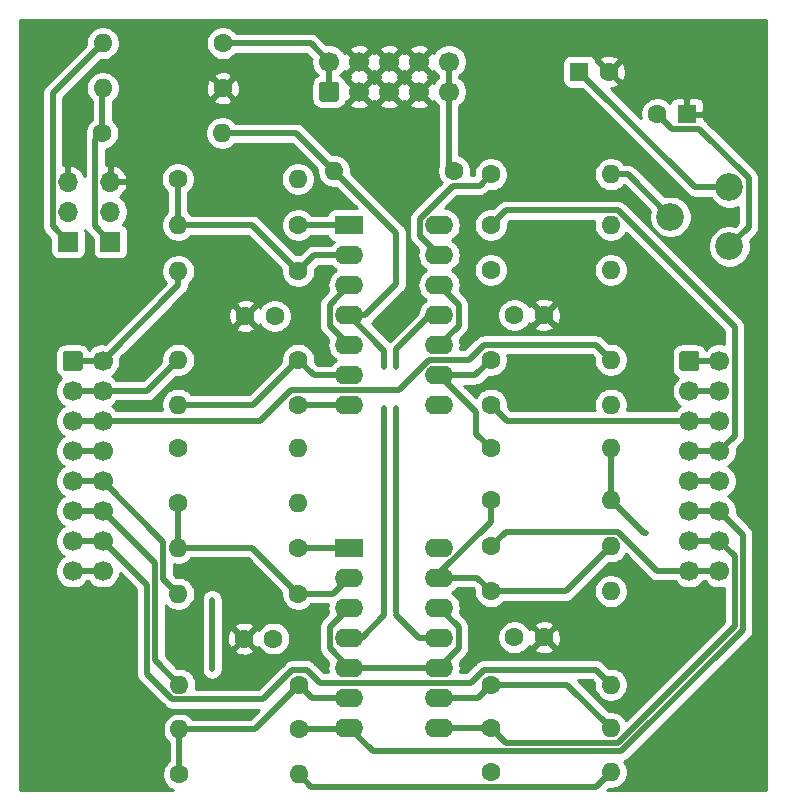
<source format=gbr>
%TF.GenerationSoftware,KiCad,Pcbnew,5.99.0+really5.1.10+dfsg1-1*%
%TF.CreationDate,2022-01-09T12:47:15+01:00*%
%TF.ProjectId,inverter-8,696e7665-7274-4657-922d-382e6b696361,v1.0.0*%
%TF.SameCoordinates,Original*%
%TF.FileFunction,Copper,L2,Bot*%
%TF.FilePolarity,Positive*%
%FSLAX46Y46*%
G04 Gerber Fmt 4.6, Leading zero omitted, Abs format (unit mm)*
G04 Created by KiCad (PCBNEW 5.99.0+really5.1.10+dfsg1-1) date 2022-01-09 12:47:15*
%MOMM*%
%LPD*%
G01*
G04 APERTURE LIST*
%TA.AperFunction,ComponentPad*%
%ADD10C,2.340000*%
%TD*%
%TA.AperFunction,ComponentPad*%
%ADD11O,1.600000X1.600000*%
%TD*%
%TA.AperFunction,ComponentPad*%
%ADD12C,1.600000*%
%TD*%
%TA.AperFunction,ComponentPad*%
%ADD13O,1.700000X1.700000*%
%TD*%
%TA.AperFunction,ComponentPad*%
%ADD14R,1.700000X1.700000*%
%TD*%
%TA.AperFunction,ComponentPad*%
%ADD15R,1.600000X1.600000*%
%TD*%
%TA.AperFunction,ComponentPad*%
%ADD16O,2.400000X1.600000*%
%TD*%
%TA.AperFunction,ComponentPad*%
%ADD17R,2.400000X1.600000*%
%TD*%
%TA.AperFunction,ComponentPad*%
%ADD18C,1.700000*%
%TD*%
%TA.AperFunction,ViaPad*%
%ADD19C,0.508000*%
%TD*%
%TA.AperFunction,ViaPad*%
%ADD20C,3.500000*%
%TD*%
%TA.AperFunction,Conductor*%
%ADD21C,0.508000*%
%TD*%
%TA.AperFunction,Conductor*%
%ADD22C,0.254000*%
%TD*%
%TA.AperFunction,Conductor*%
%ADD23C,0.100000*%
%TD*%
G04 APERTURE END LIST*
D10*
%TO.P,RV1,1*%
%TO.N,-12V*%
X178200000Y-86300000D03*
%TO.P,RV1,2*%
%TO.N,OFFSET*%
X173200000Y-83800000D03*
%TO.P,RV1,3*%
%TO.N,+12V*%
X178200000Y-81300000D03*
%TD*%
D11*
%TO.P,R28,2*%
%TO.N,OFFSET*%
X168160000Y-107800000D03*
D12*
%TO.P,R28,1*%
%TO.N,Net-(R12-Pad1)*%
X158000000Y-107800000D03*
%TD*%
D11*
%TO.P,R27,2*%
%TO.N,OFFSET*%
X168160000Y-130800000D03*
D12*
%TO.P,R27,1*%
%TO.N,Net-(R11-Pad1)*%
X158000000Y-130800000D03*
%TD*%
D11*
%TO.P,R26,2*%
%TO.N,OFFSET*%
X141760000Y-131000000D03*
D12*
%TO.P,R26,1*%
%TO.N,Net-(R10-Pad1)*%
X131600000Y-131000000D03*
%TD*%
D11*
%TO.P,R25,2*%
%TO.N,OFFSET*%
X141660000Y-108000000D03*
D12*
%TO.P,R25,1*%
%TO.N,Net-(R13-Pad2)*%
X131500000Y-108000000D03*
%TD*%
D11*
%TO.P,R24,2*%
%TO.N,OFFSET*%
X168160000Y-80200000D03*
D12*
%TO.P,R24,1*%
%TO.N,Net-(R24-Pad1)*%
X158000000Y-80200000D03*
%TD*%
D11*
%TO.P,R23,2*%
%TO.N,OFFSET*%
X168160000Y-103400000D03*
D12*
%TO.P,R23,1*%
%TO.N,Net-(R23-Pad1)*%
X158000000Y-103400000D03*
%TD*%
D11*
%TO.P,R22,2*%
%TO.N,OFFSET*%
X141660000Y-103400000D03*
D12*
%TO.P,R22,1*%
%TO.N,Net-(R2-Pad1)*%
X131500000Y-103400000D03*
%TD*%
D11*
%TO.P,R21,2*%
%TO.N,OFFSET*%
X141660000Y-80600000D03*
D12*
%TO.P,R21,1*%
%TO.N,Net-(R1-Pad1)*%
X131500000Y-80600000D03*
%TD*%
D11*
%TO.P,R20,2*%
%TO.N,+12V*%
X135260000Y-76700000D03*
D12*
%TO.P,R20,1*%
%TO.N,Net-(J5-Pad1)*%
X125100000Y-76700000D03*
%TD*%
D11*
%TO.P,R19,2*%
%TO.N,Net-(J5-Pad1)*%
X125140000Y-72900000D03*
D12*
%TO.P,R19,1*%
%TO.N,GND*%
X135300000Y-72900000D03*
%TD*%
D13*
%TO.P,J5,3*%
%TO.N,GND*%
X125800000Y-80820000D03*
%TO.P,J5,2*%
%TO.N,REF*%
X125800000Y-83360000D03*
D14*
%TO.P,J5,1*%
%TO.N,Net-(J5-Pad1)*%
X125800000Y-85900000D03*
%TD*%
D12*
%TO.P,C6,2*%
%TO.N,Net-(C5-Pad2)*%
X160000000Y-119400000D03*
%TO.P,C6,1*%
%TO.N,GND*%
X162500000Y-119400000D03*
%TD*%
%TO.P,C5,2*%
%TO.N,Net-(C5-Pad2)*%
X160000000Y-92100000D03*
%TO.P,C5,1*%
%TO.N,GND*%
X162500000Y-92100000D03*
%TD*%
%TO.P,C3,2*%
%TO.N,-12V*%
X172100000Y-75100000D03*
D15*
%TO.P,C3,1*%
%TO.N,GND*%
X174600000Y-75100000D03*
%TD*%
D12*
%TO.P,C1,2*%
%TO.N,GND*%
X168000000Y-71500000D03*
D15*
%TO.P,C1,1*%
%TO.N,+12V*%
X165500000Y-71500000D03*
%TD*%
D16*
%TO.P,U2,14*%
%TO.N,OUT8*%
X153620000Y-111800000D03*
%TO.P,U2,7*%
%TO.N,OUT6*%
X146000000Y-127040000D03*
%TO.P,U2,13*%
%TO.N,Net-(R12-Pad1)*%
X153620000Y-114340000D03*
%TO.P,U2,6*%
%TO.N,Net-(R10-Pad1)*%
X146000000Y-124500000D03*
%TO.P,U2,12*%
%TO.N,REF*%
X153620000Y-116880000D03*
%TO.P,U2,5*%
X146000000Y-121960000D03*
%TO.P,U2,11*%
%TO.N,Net-(C5-Pad2)*%
X153620000Y-119420000D03*
%TO.P,U2,4*%
%TO.N,+12V*%
X146000000Y-119420000D03*
%TO.P,U2,10*%
%TO.N,REF*%
X153620000Y-121960000D03*
%TO.P,U2,3*%
X146000000Y-116880000D03*
%TO.P,U2,9*%
%TO.N,Net-(R11-Pad1)*%
X153620000Y-124500000D03*
%TO.P,U2,2*%
%TO.N,Net-(R13-Pad2)*%
X146000000Y-114340000D03*
%TO.P,U2,8*%
%TO.N,OUT7*%
X153620000Y-127040000D03*
D17*
%TO.P,U2,1*%
%TO.N,OUT5*%
X146000000Y-111800000D03*
%TD*%
D16*
%TO.P,U1,14*%
%TO.N,OUT4*%
X153620000Y-84500000D03*
%TO.P,U1,7*%
%TO.N,OUT2*%
X146000000Y-99740000D03*
%TO.P,U1,13*%
%TO.N,Net-(R24-Pad1)*%
X153620000Y-87040000D03*
%TO.P,U1,6*%
%TO.N,Net-(R2-Pad1)*%
X146000000Y-97200000D03*
%TO.P,U1,12*%
%TO.N,REF*%
X153620000Y-89580000D03*
%TO.P,U1,5*%
X146000000Y-94660000D03*
%TO.P,U1,11*%
%TO.N,Net-(C5-Pad2)*%
X153620000Y-92120000D03*
%TO.P,U1,4*%
%TO.N,+12V*%
X146000000Y-92120000D03*
%TO.P,U1,10*%
%TO.N,REF*%
X153620000Y-94660000D03*
%TO.P,U1,3*%
X146000000Y-89580000D03*
%TO.P,U1,9*%
%TO.N,Net-(R23-Pad1)*%
X153620000Y-97200000D03*
%TO.P,U1,2*%
%TO.N,Net-(R1-Pad1)*%
X146000000Y-87040000D03*
%TO.P,U1,8*%
%TO.N,OUT3*%
X153620000Y-99740000D03*
D17*
%TO.P,U1,1*%
%TO.N,OUT1*%
X146000000Y-84500000D03*
%TD*%
D11*
%TO.P,R18,2*%
%TO.N,-12V*%
X125140000Y-69100000D03*
D12*
%TO.P,R18,1*%
%TO.N,Net-(J4-Pad1)*%
X135300000Y-69100000D03*
%TD*%
D11*
%TO.P,R17,2*%
%TO.N,+12V*%
X144740000Y-79900000D03*
D12*
%TO.P,R17,1*%
%TO.N,Net-(J4-Pad10)*%
X154900000Y-79900000D03*
%TD*%
D11*
%TO.P,R16,2*%
%TO.N,Net-(R12-Pad1)*%
X168160000Y-111700000D03*
D12*
%TO.P,R16,1*%
%TO.N,OUT8*%
X158000000Y-111700000D03*
%TD*%
D11*
%TO.P,R15,2*%
%TO.N,Net-(R11-Pad1)*%
X168160000Y-127100000D03*
D12*
%TO.P,R15,1*%
%TO.N,OUT7*%
X158000000Y-127100000D03*
%TD*%
D11*
%TO.P,R14,2*%
%TO.N,Net-(R10-Pad1)*%
X131640000Y-127200000D03*
D12*
%TO.P,R14,1*%
%TO.N,OUT6*%
X141800000Y-127200000D03*
%TD*%
D11*
%TO.P,R13,2*%
%TO.N,Net-(R13-Pad2)*%
X131540000Y-111800000D03*
D12*
%TO.P,R13,1*%
%TO.N,OUT5*%
X141700000Y-111800000D03*
%TD*%
D11*
%TO.P,R12,2*%
%TO.N,IN8*%
X168160000Y-115500000D03*
D12*
%TO.P,R12,1*%
%TO.N,Net-(R12-Pad1)*%
X158000000Y-115500000D03*
%TD*%
D11*
%TO.P,R11,2*%
%TO.N,IN7*%
X168160000Y-123400000D03*
D12*
%TO.P,R11,1*%
%TO.N,Net-(R11-Pad1)*%
X158000000Y-123400000D03*
%TD*%
D11*
%TO.P,R10,2*%
%TO.N,IN6*%
X131640000Y-123400000D03*
D12*
%TO.P,R10,1*%
%TO.N,Net-(R10-Pad1)*%
X141800000Y-123400000D03*
%TD*%
D11*
%TO.P,R9,2*%
%TO.N,IN5*%
X131540000Y-115700000D03*
D12*
%TO.P,R9,1*%
%TO.N,Net-(R13-Pad2)*%
X141700000Y-115700000D03*
%TD*%
D11*
%TO.P,R8,2*%
%TO.N,Net-(R24-Pad1)*%
X168160000Y-84500000D03*
D12*
%TO.P,R8,1*%
%TO.N,OUT4*%
X158000000Y-84500000D03*
%TD*%
D11*
%TO.P,R7,2*%
%TO.N,Net-(R23-Pad1)*%
X168160000Y-99700000D03*
D12*
%TO.P,R7,1*%
%TO.N,OUT3*%
X158000000Y-99700000D03*
%TD*%
D11*
%TO.P,R6,2*%
%TO.N,Net-(R2-Pad1)*%
X131540000Y-99700000D03*
D12*
%TO.P,R6,1*%
%TO.N,OUT2*%
X141700000Y-99700000D03*
%TD*%
D11*
%TO.P,R5,2*%
%TO.N,Net-(R1-Pad1)*%
X131540000Y-84500000D03*
D12*
%TO.P,R5,1*%
%TO.N,OUT1*%
X141700000Y-84500000D03*
%TD*%
D11*
%TO.P,R4,2*%
%TO.N,IN4*%
X168160000Y-88300000D03*
D12*
%TO.P,R4,1*%
%TO.N,Net-(R24-Pad1)*%
X158000000Y-88300000D03*
%TD*%
D11*
%TO.P,R3,2*%
%TO.N,IN3*%
X168160000Y-95900000D03*
D12*
%TO.P,R3,1*%
%TO.N,Net-(R23-Pad1)*%
X158000000Y-95900000D03*
%TD*%
D11*
%TO.P,R2,2*%
%TO.N,IN2*%
X131540000Y-95900000D03*
D12*
%TO.P,R2,1*%
%TO.N,Net-(R2-Pad1)*%
X141700000Y-95900000D03*
%TD*%
D11*
%TO.P,R1,2*%
%TO.N,IN1*%
X131540000Y-88400000D03*
D12*
%TO.P,R1,1*%
%TO.N,Net-(R1-Pad1)*%
X141700000Y-88400000D03*
%TD*%
D18*
%TO.P,J4,10*%
%TO.N,Net-(J4-Pad10)*%
X154460000Y-70660000D03*
%TO.P,J4,8*%
%TO.N,GND*%
X151920000Y-70660000D03*
%TO.P,J4,6*%
X149380000Y-70660000D03*
%TO.P,J4,4*%
X146840000Y-70660000D03*
%TO.P,J4,2*%
%TO.N,Net-(J4-Pad1)*%
X144300000Y-70660000D03*
%TO.P,J4,9*%
%TO.N,Net-(J4-Pad10)*%
X154460000Y-73200000D03*
%TO.P,J4,7*%
%TO.N,GND*%
X151920000Y-73200000D03*
%TO.P,J4,5*%
X149380000Y-73200000D03*
%TO.P,J4,3*%
X146840000Y-73200000D03*
%TO.P,J4,1*%
%TO.N,Net-(J4-Pad1)*%
%TA.AperFunction,ComponentPad*%
G36*
G01*
X144900000Y-74050000D02*
X143700000Y-74050000D01*
G75*
G02*
X143450000Y-73800000I0J250000D01*
G01*
X143450000Y-72600000D01*
G75*
G02*
X143700000Y-72350000I250000J0D01*
G01*
X144900000Y-72350000D01*
G75*
G02*
X145150000Y-72600000I0J-250000D01*
G01*
X145150000Y-73800000D01*
G75*
G02*
X144900000Y-74050000I-250000J0D01*
G01*
G37*
%TD.AperFunction*%
%TD*%
D13*
%TO.P,J3,3*%
%TO.N,GND*%
X122200000Y-80820000D03*
%TO.P,J3,2*%
%TO.N,Net-(C5-Pad2)*%
X122200000Y-83360000D03*
D14*
%TO.P,J3,1*%
%TO.N,-12V*%
X122200000Y-85900000D03*
%TD*%
D18*
%TO.P,J2,16*%
%TO.N,OUT8*%
X177340000Y-113780000D03*
%TO.P,J2,14*%
%TO.N,OUT7*%
X177340000Y-111240000D03*
%TO.P,J2,12*%
%TO.N,OUT6*%
X177340000Y-108700000D03*
%TO.P,J2,10*%
%TO.N,OUT5*%
X177340000Y-106160000D03*
%TO.P,J2,8*%
%TO.N,OUT4*%
X177340000Y-103620000D03*
%TO.P,J2,6*%
%TO.N,OUT3*%
X177340000Y-101080000D03*
%TO.P,J2,4*%
%TO.N,OUT2*%
X177340000Y-98540000D03*
%TO.P,J2,2*%
%TO.N,OUT1*%
X177340000Y-96000000D03*
%TO.P,J2,15*%
%TO.N,OUT8*%
X174800000Y-113780000D03*
%TO.P,J2,13*%
%TO.N,OUT7*%
X174800000Y-111240000D03*
%TO.P,J2,11*%
%TO.N,OUT6*%
X174800000Y-108700000D03*
%TO.P,J2,9*%
%TO.N,OUT5*%
X174800000Y-106160000D03*
%TO.P,J2,7*%
%TO.N,OUT4*%
X174800000Y-103620000D03*
%TO.P,J2,5*%
%TO.N,OUT3*%
X174800000Y-101080000D03*
%TO.P,J2,3*%
%TO.N,OUT2*%
X174800000Y-98540000D03*
%TO.P,J2,1*%
%TO.N,OUT1*%
%TA.AperFunction,ComponentPad*%
G36*
G01*
X173950000Y-96600000D02*
X173950000Y-95400000D01*
G75*
G02*
X174200000Y-95150000I250000J0D01*
G01*
X175400000Y-95150000D01*
G75*
G02*
X175650000Y-95400000I0J-250000D01*
G01*
X175650000Y-96600000D01*
G75*
G02*
X175400000Y-96850000I-250000J0D01*
G01*
X174200000Y-96850000D01*
G75*
G02*
X173950000Y-96600000I0J250000D01*
G01*
G37*
%TD.AperFunction*%
%TD*%
%TO.P,J1,16*%
%TO.N,IN8*%
X125140000Y-113780000D03*
%TO.P,J1,14*%
%TO.N,IN7*%
X125140000Y-111240000D03*
%TO.P,J1,12*%
%TO.N,IN6*%
X125140000Y-108700000D03*
%TO.P,J1,10*%
%TO.N,IN5*%
X125140000Y-106160000D03*
%TO.P,J1,8*%
%TO.N,IN4*%
X125140000Y-103620000D03*
%TO.P,J1,6*%
%TO.N,IN3*%
X125140000Y-101080000D03*
%TO.P,J1,4*%
%TO.N,IN2*%
X125140000Y-98540000D03*
%TO.P,J1,2*%
%TO.N,IN1*%
X125140000Y-96000000D03*
%TO.P,J1,15*%
%TO.N,IN8*%
X122600000Y-113780000D03*
%TO.P,J1,13*%
%TO.N,IN7*%
X122600000Y-111240000D03*
%TO.P,J1,11*%
%TO.N,IN6*%
X122600000Y-108700000D03*
%TO.P,J1,9*%
%TO.N,IN5*%
X122600000Y-106160000D03*
%TO.P,J1,7*%
%TO.N,IN4*%
X122600000Y-103620000D03*
%TO.P,J1,5*%
%TO.N,IN3*%
X122600000Y-101080000D03*
%TO.P,J1,3*%
%TO.N,IN2*%
X122600000Y-98540000D03*
%TO.P,J1,1*%
%TO.N,IN1*%
%TA.AperFunction,ComponentPad*%
G36*
G01*
X121750000Y-96600000D02*
X121750000Y-95400000D01*
G75*
G02*
X122000000Y-95150000I250000J0D01*
G01*
X123200000Y-95150000D01*
G75*
G02*
X123450000Y-95400000I0J-250000D01*
G01*
X123450000Y-96600000D01*
G75*
G02*
X123200000Y-96850000I-250000J0D01*
G01*
X122000000Y-96850000D01*
G75*
G02*
X121750000Y-96600000I0J250000D01*
G01*
G37*
%TD.AperFunction*%
%TD*%
D12*
%TO.P,C4,2*%
%TO.N,+12V*%
X139600000Y-119500000D03*
%TO.P,C4,1*%
%TO.N,GND*%
X137100000Y-119500000D03*
%TD*%
%TO.P,C2,2*%
%TO.N,+12V*%
X139700000Y-92200000D03*
%TO.P,C2,1*%
%TO.N,GND*%
X137200000Y-92200000D03*
%TD*%
D19*
%TO.N,+12V*%
X149000000Y-96500000D03*
X149000000Y-100000000D03*
D20*
%TO.N,GND*%
X179000000Y-129500000D03*
X120500000Y-129500000D03*
X179000000Y-69500000D03*
X120500000Y-69500000D03*
D19*
%TO.N,Net-(C5-Pad2)*%
X150000000Y-96500000D03*
X150000000Y-100000000D03*
%TO.N,OFFSET*%
X171100000Y-110600000D03*
X134400000Y-116200000D03*
X134400000Y-122100000D03*
%TD*%
D21*
%TO.N,+12V*%
X147380000Y-92120000D02*
X150000000Y-89500000D01*
X146000000Y-92120000D02*
X147380000Y-92120000D01*
X145920000Y-92200000D02*
X146000000Y-92120000D01*
X139680000Y-119420000D02*
X139600000Y-119500000D01*
X146000000Y-92120000D02*
X149000000Y-95120000D01*
X149000000Y-95120000D02*
X149000000Y-96500000D01*
X149000000Y-96500000D02*
X149000000Y-96500000D01*
X147080000Y-119420000D02*
X146000000Y-119420000D01*
X149000000Y-117500000D02*
X147080000Y-119420000D01*
X149000000Y-100000000D02*
X149000000Y-117500000D01*
X141540000Y-76700000D02*
X144740000Y-79900000D01*
X135260000Y-76700000D02*
X141540000Y-76700000D01*
X175300000Y-81300000D02*
X178200000Y-81300000D01*
X165500000Y-71500000D02*
X175300000Y-81300000D01*
X150000000Y-85160000D02*
X150000000Y-89500000D01*
X144740000Y-79900000D02*
X150000000Y-85160000D01*
%TO.N,IN8*%
X122600000Y-113780000D02*
X125140000Y-113780000D01*
%TO.N,IN7*%
X122600000Y-111240000D02*
X125140000Y-111240000D01*
X166905999Y-122145999D02*
X168160000Y-123400000D01*
X156298088Y-123245990D02*
X157398079Y-122145999D01*
X142401921Y-122145999D02*
X143501912Y-123245990D01*
X143501912Y-123245990D02*
X156298088Y-123245990D01*
X138690077Y-124654001D02*
X141198079Y-122145999D01*
X131038079Y-124654001D02*
X138690077Y-124654001D01*
X157398079Y-122145999D02*
X166905999Y-122145999D01*
X141198079Y-122145999D02*
X142401921Y-122145999D01*
X128869979Y-114969979D02*
X125140000Y-111240000D01*
X128869979Y-122485901D02*
X128869979Y-114969979D01*
X131038079Y-124654001D02*
X128869979Y-122485901D01*
%TO.N,IN6*%
X122600000Y-108700000D02*
X125140000Y-108700000D01*
X129577989Y-121337989D02*
X131640000Y-123400000D01*
X129577989Y-113137989D02*
X129577989Y-121337989D01*
X125140000Y-108700000D02*
X129577989Y-113137989D01*
%TO.N,IN5*%
X122600000Y-106160000D02*
X125140000Y-106160000D01*
X131540000Y-115560000D02*
X131540000Y-115700000D01*
X130285999Y-111305999D02*
X130285999Y-114445999D01*
X130285999Y-114445999D02*
X131540000Y-115700000D01*
X125140000Y-106160000D02*
X130285999Y-111305999D01*
%TO.N,IN4*%
X122600000Y-103620000D02*
X125140000Y-103620000D01*
%TO.N,IN3*%
X122600000Y-101080000D02*
X125140000Y-101080000D01*
X142445999Y-98445999D02*
X142485990Y-98485990D01*
X141098079Y-98445999D02*
X142445999Y-98445999D01*
X138464078Y-101080000D02*
X141098079Y-98445999D01*
X125140000Y-101080000D02*
X138464078Y-101080000D01*
X166905999Y-94645999D02*
X168160000Y-95900000D01*
X157398079Y-94645999D02*
X166905999Y-94645999D01*
X156130068Y-95914010D02*
X157398079Y-94645999D01*
X152732553Y-95914010D02*
X156130068Y-95914010D01*
X150192553Y-98454010D02*
X152732553Y-95914010D01*
X142454010Y-98454010D02*
X150192553Y-98454010D01*
X142445999Y-98445999D02*
X142454010Y-98454010D01*
%TO.N,IN2*%
X122600000Y-98540000D02*
X125140000Y-98540000D01*
X128900000Y-98540000D02*
X131540000Y-95900000D01*
X125140000Y-98540000D02*
X128900000Y-98540000D01*
%TO.N,IN1*%
X122600000Y-96000000D02*
X125140000Y-96000000D01*
X131540000Y-89600000D02*
X131540000Y-88400000D01*
X125140000Y-96000000D02*
X131540000Y-89600000D01*
%TO.N,OUT8*%
X174800000Y-113780000D02*
X177340000Y-113780000D01*
X157900000Y-111800000D02*
X158000000Y-111700000D01*
X174800000Y-113484078D02*
X174800000Y-113780000D01*
X158000000Y-111700000D02*
X159254001Y-110445999D01*
X172095922Y-113780000D02*
X174800000Y-113780000D01*
X168761921Y-110445999D02*
X172095922Y-113780000D01*
X159254001Y-110445999D02*
X168761921Y-110445999D01*
%TO.N,OUT7*%
X177340000Y-111240000D02*
X174800000Y-111240000D01*
X157940000Y-127040000D02*
X158000000Y-127100000D01*
X153620000Y-127040000D02*
X157940000Y-127040000D01*
X159254001Y-128354001D02*
X158000000Y-127100000D01*
X168761921Y-128354001D02*
X159254001Y-128354001D01*
X178644001Y-112544001D02*
X178644001Y-118471921D01*
X178644001Y-118471921D02*
X168761921Y-128354001D01*
X177340000Y-111240000D02*
X178644001Y-112544001D01*
%TO.N,OUT6*%
X174800000Y-108700000D02*
X177340000Y-108700000D01*
X145840000Y-127200000D02*
X146000000Y-127040000D01*
X141800000Y-127200000D02*
X145840000Y-127200000D01*
X148022011Y-129062011D02*
X146000000Y-127040000D01*
X169055188Y-129062011D02*
X148022011Y-129062011D01*
X179352011Y-110712011D02*
X179352011Y-118765188D01*
X179352011Y-118765188D02*
X169055188Y-129062011D01*
X177340000Y-108700000D02*
X179352011Y-110712011D01*
%TO.N,OUT5*%
X177340000Y-106160000D02*
X174800000Y-106160000D01*
X141700000Y-111800000D02*
X146000000Y-111800000D01*
%TO.N,OUT4*%
X174800000Y-103620000D02*
X177340000Y-103620000D01*
X178644001Y-93128079D02*
X178644001Y-102315999D01*
X178644001Y-102315999D02*
X177340000Y-103620000D01*
X159254001Y-83245999D02*
X168761921Y-83245999D01*
X168761921Y-83245999D02*
X178644001Y-93128079D01*
X158000000Y-84500000D02*
X159254001Y-83245999D01*
%TO.N,OUT3*%
X177340000Y-101080000D02*
X174800000Y-101080000D01*
X157960000Y-99740000D02*
X158000000Y-99700000D01*
X159380000Y-101080000D02*
X174800000Y-101080000D01*
X158000000Y-99700000D02*
X159380000Y-101080000D01*
%TO.N,OUT2*%
X174800000Y-98540000D02*
X177340000Y-98540000D01*
X145960000Y-99700000D02*
X146000000Y-99740000D01*
X141700000Y-99700000D02*
X145960000Y-99700000D01*
%TO.N,OUT1*%
X177340000Y-96000000D02*
X174800000Y-96000000D01*
X141700000Y-84500000D02*
X146000000Y-84500000D01*
%TO.N,-12V*%
X120895999Y-84595999D02*
X122200000Y-85900000D01*
X120895999Y-73344001D02*
X120895999Y-84595999D01*
X125140000Y-69100000D02*
X120895999Y-73344001D01*
X179824001Y-84675999D02*
X178200000Y-86300000D01*
X179824001Y-80520479D02*
X179824001Y-84675999D01*
X175657523Y-76354001D02*
X179824001Y-80520479D01*
X173354001Y-76354001D02*
X175657523Y-76354001D01*
X172100000Y-75100000D02*
X173354001Y-76354001D01*
%TO.N,Net-(J4-Pad10)*%
X154460000Y-70660000D02*
X154460000Y-73200000D01*
X154460000Y-79460000D02*
X154900000Y-79900000D01*
X154460000Y-73200000D02*
X154460000Y-79460000D01*
%TO.N,Net-(J4-Pad1)*%
X144300000Y-70660000D02*
X144300000Y-73200000D01*
X142740000Y-69100000D02*
X144300000Y-70660000D01*
X135300000Y-69100000D02*
X142740000Y-69100000D01*
%TO.N,Net-(R1-Pad1)*%
X143060000Y-87040000D02*
X141700000Y-88400000D01*
X146000000Y-87040000D02*
X143060000Y-87040000D01*
X137800000Y-84500000D02*
X141700000Y-88400000D01*
X131540000Y-84500000D02*
X137800000Y-84500000D01*
X131500000Y-84460000D02*
X131540000Y-84500000D01*
X131500000Y-80600000D02*
X131500000Y-84460000D01*
%TO.N,Net-(R2-Pad1)*%
X137900000Y-99700000D02*
X141700000Y-95900000D01*
X131540000Y-99700000D02*
X137900000Y-99700000D01*
X143000000Y-97200000D02*
X141700000Y-95900000D01*
X146000000Y-97200000D02*
X143000000Y-97200000D01*
%TO.N,Net-(R13-Pad2)*%
X137800000Y-111800000D02*
X141700000Y-115700000D01*
X131540000Y-111800000D02*
X137800000Y-111800000D01*
X144640000Y-115700000D02*
X146000000Y-114340000D01*
X141700000Y-115700000D02*
X144640000Y-115700000D01*
X131500000Y-111760000D02*
X131540000Y-111800000D01*
X131500000Y-108000000D02*
X131500000Y-111760000D01*
%TO.N,Net-(R10-Pad1)*%
X138000000Y-127200000D02*
X141800000Y-123400000D01*
X131640000Y-127200000D02*
X138000000Y-127200000D01*
X142900000Y-124500000D02*
X141800000Y-123400000D01*
X146000000Y-124500000D02*
X142900000Y-124500000D01*
X131640000Y-130960000D02*
X131600000Y-131000000D01*
X131640000Y-127200000D02*
X131640000Y-130960000D01*
%TO.N,Net-(R11-Pad1)*%
X156900000Y-124500000D02*
X158000000Y-123400000D01*
X153620000Y-124500000D02*
X156900000Y-124500000D01*
X164460000Y-123400000D02*
X168160000Y-127100000D01*
X158000000Y-123400000D02*
X164460000Y-123400000D01*
%TO.N,Net-(R12-Pad1)*%
X156840000Y-114340000D02*
X158000000Y-115500000D01*
X153620000Y-114340000D02*
X156840000Y-114340000D01*
X164360000Y-115500000D02*
X168160000Y-111700000D01*
X158000000Y-115500000D02*
X164360000Y-115500000D01*
X153620000Y-113973437D02*
X153620000Y-114340000D01*
X158000000Y-109593437D02*
X153620000Y-113973437D01*
X158000000Y-107800000D02*
X158000000Y-109593437D01*
%TO.N,Net-(C5-Pad2)*%
X153640000Y-92100000D02*
X153620000Y-92120000D01*
X159980000Y-119420000D02*
X160000000Y-119400000D01*
X153620000Y-92120000D02*
X152880000Y-92120000D01*
X152880000Y-92120000D02*
X150000000Y-95000000D01*
X150000000Y-95000000D02*
X150000000Y-96500000D01*
X150000000Y-96500000D02*
X150000000Y-96500000D01*
X150000000Y-103000000D02*
X150000000Y-117291998D01*
X153620000Y-119420000D02*
X151920000Y-119420000D01*
X151920000Y-119420000D02*
X150000000Y-117500000D01*
X150000000Y-103000000D02*
X150000000Y-100000000D01*
%TO.N,Net-(J5-Pad1)*%
X124495999Y-77304001D02*
X125100000Y-76700000D01*
X124495999Y-84595999D02*
X124495999Y-77304001D01*
X125800000Y-85900000D02*
X124495999Y-84595999D01*
X125100000Y-72940000D02*
X125140000Y-72900000D01*
X125100000Y-76700000D02*
X125100000Y-72940000D01*
%TO.N,REF*%
X155274010Y-93005990D02*
X153620000Y-94660000D01*
X155274010Y-91234010D02*
X155274010Y-93005990D01*
X153620000Y-89580000D02*
X155274010Y-91234010D01*
X144345990Y-93005990D02*
X146000000Y-94660000D01*
X144345990Y-91234010D02*
X144345990Y-93005990D01*
X146000000Y-89580000D02*
X144345990Y-91234010D01*
X144345990Y-120305990D02*
X146000000Y-121960000D01*
X144345990Y-118534010D02*
X144345990Y-120305990D01*
X146000000Y-116880000D02*
X144345990Y-118534010D01*
X155274010Y-120305990D02*
X153620000Y-121960000D01*
X155274010Y-118534010D02*
X155274010Y-120305990D01*
X153620000Y-116880000D02*
X155274010Y-118534010D01*
X153620000Y-121960000D02*
X146000000Y-121960000D01*
%TO.N,Net-(R23-Pad1)*%
X156700000Y-97200000D02*
X158000000Y-95900000D01*
X153620000Y-97200000D02*
X156700000Y-97200000D01*
X156745999Y-100325999D02*
X153620000Y-97200000D01*
X156745999Y-102145999D02*
X156745999Y-100325999D01*
X158000000Y-103400000D02*
X156745999Y-102145999D01*
%TO.N,Net-(R24-Pad1)*%
X151965990Y-85385990D02*
X153620000Y-87040000D01*
X151965990Y-83980573D02*
X151965990Y-85385990D01*
X157045999Y-81154001D02*
X154792562Y-81154001D01*
X154792562Y-81154001D02*
X151965990Y-83980573D01*
X158000000Y-80200000D02*
X157045999Y-81154001D01*
%TO.N,OFFSET*%
X169600000Y-80200000D02*
X168160000Y-80200000D01*
X173200000Y-83800000D02*
X169600000Y-80200000D01*
X168160000Y-103400000D02*
X168160000Y-107800000D01*
X170960000Y-110600000D02*
X168160000Y-107800000D01*
X171100000Y-110600000D02*
X170960000Y-110600000D01*
X134400000Y-116200000D02*
X134400000Y-122100000D01*
X142814001Y-132054001D02*
X141760000Y-131000000D01*
X166905999Y-132054001D02*
X142814001Y-132054001D01*
X168160000Y-130800000D02*
X166905999Y-132054001D01*
%TD*%
D22*
%TO.N,GND*%
X181340000Y-132340000D02*
X167877235Y-132340000D01*
X167988280Y-132228956D01*
X168018665Y-132235000D01*
X168301335Y-132235000D01*
X168578574Y-132179853D01*
X168839727Y-132071680D01*
X169074759Y-131914637D01*
X169274637Y-131714759D01*
X169431680Y-131479727D01*
X169539853Y-131218574D01*
X169595000Y-130941335D01*
X169595000Y-130658665D01*
X169539853Y-130381426D01*
X169431680Y-130120273D01*
X169296417Y-129917837D01*
X169397039Y-129887314D01*
X169551479Y-129804764D01*
X169686847Y-129693670D01*
X169714687Y-129659747D01*
X179949753Y-119424682D01*
X179983670Y-119396847D01*
X180094764Y-119261479D01*
X180177314Y-119107039D01*
X180228147Y-118939462D01*
X180241011Y-118808855D01*
X180241011Y-118808848D01*
X180245311Y-118765188D01*
X180241011Y-118721528D01*
X180241011Y-110755670D01*
X180245311Y-110712010D01*
X180241011Y-110668345D01*
X180241011Y-110668344D01*
X180231417Y-110570935D01*
X180228147Y-110537735D01*
X180190824Y-110414697D01*
X180177314Y-110370160D01*
X180094764Y-110215720D01*
X179983670Y-110080352D01*
X179949748Y-110052513D01*
X178811477Y-108914242D01*
X178825000Y-108846260D01*
X178825000Y-108553740D01*
X178767932Y-108266842D01*
X178655990Y-107996589D01*
X178493475Y-107753368D01*
X178286632Y-107546525D01*
X178112240Y-107430000D01*
X178286632Y-107313475D01*
X178493475Y-107106632D01*
X178655990Y-106863411D01*
X178767932Y-106593158D01*
X178825000Y-106306260D01*
X178825000Y-106013740D01*
X178767932Y-105726842D01*
X178655990Y-105456589D01*
X178493475Y-105213368D01*
X178286632Y-105006525D01*
X178112240Y-104890000D01*
X178286632Y-104773475D01*
X178493475Y-104566632D01*
X178655990Y-104323411D01*
X178767932Y-104053158D01*
X178825000Y-103766260D01*
X178825000Y-103473740D01*
X178811477Y-103405758D01*
X179241742Y-102975493D01*
X179275660Y-102947658D01*
X179386754Y-102812290D01*
X179469304Y-102657850D01*
X179498003Y-102563241D01*
X179520137Y-102490274D01*
X179529423Y-102395990D01*
X179533001Y-102359666D01*
X179533001Y-102359659D01*
X179537301Y-102315999D01*
X179533001Y-102272339D01*
X179533001Y-93171747D01*
X179537302Y-93128079D01*
X179520137Y-92953804D01*
X179491529Y-92859495D01*
X179469304Y-92786228D01*
X179386754Y-92631788D01*
X179275660Y-92496420D01*
X179241744Y-92468586D01*
X169421420Y-82648263D01*
X169393580Y-82614340D01*
X169258212Y-82503246D01*
X169103772Y-82420696D01*
X168936195Y-82369863D01*
X168805588Y-82356999D01*
X168805581Y-82356999D01*
X168761921Y-82352699D01*
X168718261Y-82356999D01*
X159297660Y-82356999D01*
X159254000Y-82352699D01*
X159210340Y-82356999D01*
X159210334Y-82356999D01*
X159112925Y-82366593D01*
X159079725Y-82369863D01*
X158987085Y-82397965D01*
X158912150Y-82420696D01*
X158757710Y-82503246D01*
X158622342Y-82614340D01*
X158594507Y-82648258D01*
X158171720Y-83071044D01*
X158141335Y-83065000D01*
X157858665Y-83065000D01*
X157581426Y-83120147D01*
X157320273Y-83228320D01*
X157085241Y-83385363D01*
X156885363Y-83585241D01*
X156728320Y-83820273D01*
X156620147Y-84081426D01*
X156565000Y-84358665D01*
X156565000Y-84641335D01*
X156620147Y-84918574D01*
X156728320Y-85179727D01*
X156885363Y-85414759D01*
X157085241Y-85614637D01*
X157320273Y-85771680D01*
X157581426Y-85879853D01*
X157858665Y-85935000D01*
X158141335Y-85935000D01*
X158418574Y-85879853D01*
X158679727Y-85771680D01*
X158914759Y-85614637D01*
X159114637Y-85414759D01*
X159271680Y-85179727D01*
X159379853Y-84918574D01*
X159435000Y-84641335D01*
X159435000Y-84358665D01*
X159428956Y-84328280D01*
X159622237Y-84134999D01*
X166769491Y-84134999D01*
X166725000Y-84358665D01*
X166725000Y-84641335D01*
X166780147Y-84918574D01*
X166888320Y-85179727D01*
X167045363Y-85414759D01*
X167245241Y-85614637D01*
X167480273Y-85771680D01*
X167741426Y-85879853D01*
X168018665Y-85935000D01*
X168301335Y-85935000D01*
X168578574Y-85879853D01*
X168839727Y-85771680D01*
X169074759Y-85614637D01*
X169274637Y-85414759D01*
X169431680Y-85179727D01*
X169433652Y-85174965D01*
X177755001Y-93496315D01*
X177755001Y-94568456D01*
X177486260Y-94515000D01*
X177193740Y-94515000D01*
X176906842Y-94572068D01*
X176636589Y-94684010D01*
X176393368Y-94846525D01*
X176206285Y-95033608D01*
X176138405Y-94906614D01*
X176027962Y-94772038D01*
X175893386Y-94661595D01*
X175739850Y-94579528D01*
X175573254Y-94528992D01*
X175400000Y-94511928D01*
X174200000Y-94511928D01*
X174026746Y-94528992D01*
X173860150Y-94579528D01*
X173706614Y-94661595D01*
X173572038Y-94772038D01*
X173461595Y-94906614D01*
X173379528Y-95060150D01*
X173328992Y-95226746D01*
X173311928Y-95400000D01*
X173311928Y-96600000D01*
X173328992Y-96773254D01*
X173379528Y-96939850D01*
X173461595Y-97093386D01*
X173572038Y-97227962D01*
X173706614Y-97338405D01*
X173833608Y-97406285D01*
X173646525Y-97593368D01*
X173484010Y-97836589D01*
X173372068Y-98106842D01*
X173315000Y-98393740D01*
X173315000Y-98686260D01*
X173372068Y-98973158D01*
X173484010Y-99243411D01*
X173646525Y-99486632D01*
X173853368Y-99693475D01*
X174027760Y-99810000D01*
X173853368Y-99926525D01*
X173646525Y-100133368D01*
X173608017Y-100191000D01*
X169509853Y-100191000D01*
X169539853Y-100118574D01*
X169595000Y-99841335D01*
X169595000Y-99558665D01*
X169539853Y-99281426D01*
X169431680Y-99020273D01*
X169274637Y-98785241D01*
X169074759Y-98585363D01*
X168839727Y-98428320D01*
X168578574Y-98320147D01*
X168301335Y-98265000D01*
X168018665Y-98265000D01*
X167741426Y-98320147D01*
X167480273Y-98428320D01*
X167245241Y-98585363D01*
X167045363Y-98785241D01*
X166888320Y-99020273D01*
X166780147Y-99281426D01*
X166725000Y-99558665D01*
X166725000Y-99841335D01*
X166780147Y-100118574D01*
X166810147Y-100191000D01*
X159748236Y-100191000D01*
X159428956Y-99871720D01*
X159435000Y-99841335D01*
X159435000Y-99558665D01*
X159379853Y-99281426D01*
X159271680Y-99020273D01*
X159114637Y-98785241D01*
X158914759Y-98585363D01*
X158679727Y-98428320D01*
X158418574Y-98320147D01*
X158141335Y-98265000D01*
X157858665Y-98265000D01*
X157581426Y-98320147D01*
X157320273Y-98428320D01*
X157085241Y-98585363D01*
X156885363Y-98785241D01*
X156728320Y-99020273D01*
X156719296Y-99042060D01*
X155766235Y-98089000D01*
X156656340Y-98089000D01*
X156700000Y-98093300D01*
X156743660Y-98089000D01*
X156743667Y-98089000D01*
X156874274Y-98076136D01*
X157041851Y-98025303D01*
X157196291Y-97942753D01*
X157331659Y-97831659D01*
X157359499Y-97797736D01*
X157828280Y-97328956D01*
X157858665Y-97335000D01*
X158141335Y-97335000D01*
X158418574Y-97279853D01*
X158679727Y-97171680D01*
X158914759Y-97014637D01*
X159114637Y-96814759D01*
X159271680Y-96579727D01*
X159379853Y-96318574D01*
X159435000Y-96041335D01*
X159435000Y-95758665D01*
X159390509Y-95534999D01*
X166537764Y-95534999D01*
X166731044Y-95728280D01*
X166725000Y-95758665D01*
X166725000Y-96041335D01*
X166780147Y-96318574D01*
X166888320Y-96579727D01*
X167045363Y-96814759D01*
X167245241Y-97014637D01*
X167480273Y-97171680D01*
X167741426Y-97279853D01*
X168018665Y-97335000D01*
X168301335Y-97335000D01*
X168578574Y-97279853D01*
X168839727Y-97171680D01*
X169074759Y-97014637D01*
X169274637Y-96814759D01*
X169431680Y-96579727D01*
X169539853Y-96318574D01*
X169595000Y-96041335D01*
X169595000Y-95758665D01*
X169539853Y-95481426D01*
X169431680Y-95220273D01*
X169274637Y-94985241D01*
X169074759Y-94785363D01*
X168839727Y-94628320D01*
X168578574Y-94520147D01*
X168301335Y-94465000D01*
X168018665Y-94465000D01*
X167988280Y-94471044D01*
X167565498Y-94048263D01*
X167537658Y-94014340D01*
X167402290Y-93903246D01*
X167247850Y-93820696D01*
X167080273Y-93769863D01*
X166949666Y-93756999D01*
X166949659Y-93756999D01*
X166905999Y-93752699D01*
X166862339Y-93756999D01*
X157441738Y-93756999D01*
X157398078Y-93752699D01*
X157354418Y-93756999D01*
X157354412Y-93756999D01*
X157257003Y-93766593D01*
X157223803Y-93769863D01*
X157122137Y-93800703D01*
X157056228Y-93820696D01*
X156901788Y-93903246D01*
X156766420Y-94014340D01*
X156738580Y-94048263D01*
X155761833Y-95025010D01*
X155408846Y-95025010D01*
X155434236Y-94941309D01*
X155461943Y-94660000D01*
X155434236Y-94378691D01*
X155370071Y-94167164D01*
X155871746Y-93665489D01*
X155905669Y-93637649D01*
X156016763Y-93502281D01*
X156099313Y-93347841D01*
X156136576Y-93225000D01*
X156150146Y-93180266D01*
X156158770Y-93092702D01*
X156163010Y-93049657D01*
X156163010Y-93049651D01*
X156167310Y-93005991D01*
X156163010Y-92962331D01*
X156163010Y-91958665D01*
X158565000Y-91958665D01*
X158565000Y-92241335D01*
X158620147Y-92518574D01*
X158728320Y-92779727D01*
X158885363Y-93014759D01*
X159085241Y-93214637D01*
X159320273Y-93371680D01*
X159581426Y-93479853D01*
X159858665Y-93535000D01*
X160141335Y-93535000D01*
X160418574Y-93479853D01*
X160679727Y-93371680D01*
X160914759Y-93214637D01*
X161036694Y-93092702D01*
X161686903Y-93092702D01*
X161758486Y-93336671D01*
X162013996Y-93457571D01*
X162288184Y-93526300D01*
X162570512Y-93540217D01*
X162850130Y-93498787D01*
X163116292Y-93403603D01*
X163241514Y-93336671D01*
X163313097Y-93092702D01*
X162500000Y-92279605D01*
X161686903Y-93092702D01*
X161036694Y-93092702D01*
X161114637Y-93014759D01*
X161248692Y-92814131D01*
X161263329Y-92841514D01*
X161507298Y-92913097D01*
X162320395Y-92100000D01*
X162679605Y-92100000D01*
X163492702Y-92913097D01*
X163736671Y-92841514D01*
X163857571Y-92586004D01*
X163926300Y-92311816D01*
X163940217Y-92029488D01*
X163898787Y-91749870D01*
X163803603Y-91483708D01*
X163736671Y-91358486D01*
X163492702Y-91286903D01*
X162679605Y-92100000D01*
X162320395Y-92100000D01*
X161507298Y-91286903D01*
X161263329Y-91358486D01*
X161249676Y-91387341D01*
X161114637Y-91185241D01*
X161036694Y-91107298D01*
X161686903Y-91107298D01*
X162500000Y-91920395D01*
X163313097Y-91107298D01*
X163241514Y-90863329D01*
X162986004Y-90742429D01*
X162711816Y-90673700D01*
X162429488Y-90659783D01*
X162149870Y-90701213D01*
X161883708Y-90796397D01*
X161758486Y-90863329D01*
X161686903Y-91107298D01*
X161036694Y-91107298D01*
X160914759Y-90985363D01*
X160679727Y-90828320D01*
X160418574Y-90720147D01*
X160141335Y-90665000D01*
X159858665Y-90665000D01*
X159581426Y-90720147D01*
X159320273Y-90828320D01*
X159085241Y-90985363D01*
X158885363Y-91185241D01*
X158728320Y-91420273D01*
X158620147Y-91681426D01*
X158565000Y-91958665D01*
X156163010Y-91958665D01*
X156163010Y-91277669D01*
X156167310Y-91234009D01*
X156163010Y-91190344D01*
X156163010Y-91190343D01*
X156150146Y-91059736D01*
X156150146Y-91059734D01*
X156105387Y-90912182D01*
X156099313Y-90892159D01*
X156016763Y-90737719D01*
X155905669Y-90602351D01*
X155871747Y-90574512D01*
X155370071Y-90072836D01*
X155434236Y-89861309D01*
X155461943Y-89580000D01*
X155434236Y-89298691D01*
X155352182Y-89028192D01*
X155218932Y-88778899D01*
X155039608Y-88560392D01*
X154821101Y-88381068D01*
X154688142Y-88310000D01*
X154821101Y-88238932D01*
X154918906Y-88158665D01*
X156565000Y-88158665D01*
X156565000Y-88441335D01*
X156620147Y-88718574D01*
X156728320Y-88979727D01*
X156885363Y-89214759D01*
X157085241Y-89414637D01*
X157320273Y-89571680D01*
X157581426Y-89679853D01*
X157858665Y-89735000D01*
X158141335Y-89735000D01*
X158418574Y-89679853D01*
X158679727Y-89571680D01*
X158914759Y-89414637D01*
X159114637Y-89214759D01*
X159271680Y-88979727D01*
X159379853Y-88718574D01*
X159435000Y-88441335D01*
X159435000Y-88158665D01*
X166725000Y-88158665D01*
X166725000Y-88441335D01*
X166780147Y-88718574D01*
X166888320Y-88979727D01*
X167045363Y-89214759D01*
X167245241Y-89414637D01*
X167480273Y-89571680D01*
X167741426Y-89679853D01*
X168018665Y-89735000D01*
X168301335Y-89735000D01*
X168578574Y-89679853D01*
X168839727Y-89571680D01*
X169074759Y-89414637D01*
X169274637Y-89214759D01*
X169431680Y-88979727D01*
X169539853Y-88718574D01*
X169595000Y-88441335D01*
X169595000Y-88158665D01*
X169539853Y-87881426D01*
X169431680Y-87620273D01*
X169274637Y-87385241D01*
X169074759Y-87185363D01*
X168839727Y-87028320D01*
X168578574Y-86920147D01*
X168301335Y-86865000D01*
X168018665Y-86865000D01*
X167741426Y-86920147D01*
X167480273Y-87028320D01*
X167245241Y-87185363D01*
X167045363Y-87385241D01*
X166888320Y-87620273D01*
X166780147Y-87881426D01*
X166725000Y-88158665D01*
X159435000Y-88158665D01*
X159379853Y-87881426D01*
X159271680Y-87620273D01*
X159114637Y-87385241D01*
X158914759Y-87185363D01*
X158679727Y-87028320D01*
X158418574Y-86920147D01*
X158141335Y-86865000D01*
X157858665Y-86865000D01*
X157581426Y-86920147D01*
X157320273Y-87028320D01*
X157085241Y-87185363D01*
X156885363Y-87385241D01*
X156728320Y-87620273D01*
X156620147Y-87881426D01*
X156565000Y-88158665D01*
X154918906Y-88158665D01*
X155039608Y-88059608D01*
X155218932Y-87841101D01*
X155352182Y-87591808D01*
X155434236Y-87321309D01*
X155461943Y-87040000D01*
X155434236Y-86758691D01*
X155352182Y-86488192D01*
X155218932Y-86238899D01*
X155039608Y-86020392D01*
X154821101Y-85841068D01*
X154688142Y-85770000D01*
X154821101Y-85698932D01*
X155039608Y-85519608D01*
X155218932Y-85301101D01*
X155352182Y-85051808D01*
X155434236Y-84781309D01*
X155461943Y-84500000D01*
X155434236Y-84218691D01*
X155352182Y-83948192D01*
X155218932Y-83698899D01*
X155039608Y-83480392D01*
X154821101Y-83301068D01*
X154571808Y-83167818D01*
X154301309Y-83085764D01*
X154134467Y-83069331D01*
X155160798Y-82043001D01*
X157002339Y-82043001D01*
X157045999Y-82047301D01*
X157089659Y-82043001D01*
X157089666Y-82043001D01*
X157220273Y-82030137D01*
X157387850Y-81979304D01*
X157542290Y-81896754D01*
X157677658Y-81785660D01*
X157705498Y-81751737D01*
X157828279Y-81628956D01*
X157858665Y-81635000D01*
X158141335Y-81635000D01*
X158418574Y-81579853D01*
X158679727Y-81471680D01*
X158914759Y-81314637D01*
X159114637Y-81114759D01*
X159271680Y-80879727D01*
X159379853Y-80618574D01*
X159435000Y-80341335D01*
X159435000Y-80058665D01*
X166725000Y-80058665D01*
X166725000Y-80341335D01*
X166780147Y-80618574D01*
X166888320Y-80879727D01*
X167045363Y-81114759D01*
X167245241Y-81314637D01*
X167480273Y-81471680D01*
X167741426Y-81579853D01*
X168018665Y-81635000D01*
X168301335Y-81635000D01*
X168578574Y-81579853D01*
X168839727Y-81471680D01*
X169074759Y-81314637D01*
X169266080Y-81123316D01*
X171456385Y-83313620D01*
X171395000Y-83622223D01*
X171395000Y-83977777D01*
X171464365Y-84326499D01*
X171600429Y-84654988D01*
X171797965Y-84950621D01*
X172049379Y-85202035D01*
X172345012Y-85399571D01*
X172673501Y-85535635D01*
X173022223Y-85605000D01*
X173377777Y-85605000D01*
X173726499Y-85535635D01*
X174054988Y-85399571D01*
X174350621Y-85202035D01*
X174602035Y-84950621D01*
X174799571Y-84654988D01*
X174935635Y-84326499D01*
X175005000Y-83977777D01*
X175005000Y-83622223D01*
X174935635Y-83273501D01*
X174799571Y-82945012D01*
X174602035Y-82649379D01*
X174350621Y-82397965D01*
X174054988Y-82200429D01*
X173726499Y-82064365D01*
X173377777Y-81995000D01*
X173022223Y-81995000D01*
X172713620Y-82056385D01*
X170259499Y-79602264D01*
X170231659Y-79568341D01*
X170096291Y-79457247D01*
X169941851Y-79374697D01*
X169774274Y-79323864D01*
X169643667Y-79311000D01*
X169643660Y-79311000D01*
X169600000Y-79306700D01*
X169556340Y-79311000D01*
X169291849Y-79311000D01*
X169274637Y-79285241D01*
X169074759Y-79085363D01*
X168839727Y-78928320D01*
X168578574Y-78820147D01*
X168301335Y-78765000D01*
X168018665Y-78765000D01*
X167741426Y-78820147D01*
X167480273Y-78928320D01*
X167245241Y-79085363D01*
X167045363Y-79285241D01*
X166888320Y-79520273D01*
X166780147Y-79781426D01*
X166725000Y-80058665D01*
X159435000Y-80058665D01*
X159379853Y-79781426D01*
X159271680Y-79520273D01*
X159114637Y-79285241D01*
X158914759Y-79085363D01*
X158679727Y-78928320D01*
X158418574Y-78820147D01*
X158141335Y-78765000D01*
X157858665Y-78765000D01*
X157581426Y-78820147D01*
X157320273Y-78928320D01*
X157085241Y-79085363D01*
X156885363Y-79285241D01*
X156728320Y-79520273D01*
X156620147Y-79781426D01*
X156565000Y-80058665D01*
X156565000Y-80265001D01*
X156290509Y-80265001D01*
X156335000Y-80041335D01*
X156335000Y-79758665D01*
X156279853Y-79481426D01*
X156171680Y-79220273D01*
X156014637Y-78985241D01*
X155814759Y-78785363D01*
X155579727Y-78628320D01*
X155349000Y-78532750D01*
X155349000Y-74391983D01*
X155406632Y-74353475D01*
X155613475Y-74146632D01*
X155775990Y-73903411D01*
X155887932Y-73633158D01*
X155945000Y-73346260D01*
X155945000Y-73053740D01*
X155887932Y-72766842D01*
X155775990Y-72496589D01*
X155613475Y-72253368D01*
X155406632Y-72046525D01*
X155349000Y-72008017D01*
X155349000Y-71851983D01*
X155406632Y-71813475D01*
X155613475Y-71606632D01*
X155775990Y-71363411D01*
X155887932Y-71093158D01*
X155945000Y-70806260D01*
X155945000Y-70700000D01*
X164061928Y-70700000D01*
X164061928Y-72300000D01*
X164074188Y-72424482D01*
X164110498Y-72544180D01*
X164169463Y-72654494D01*
X164248815Y-72751185D01*
X164345506Y-72830537D01*
X164455820Y-72889502D01*
X164575518Y-72925812D01*
X164700000Y-72938072D01*
X165680837Y-72938072D01*
X174640506Y-81897742D01*
X174668341Y-81931659D01*
X174803709Y-82042753D01*
X174958149Y-82125303D01*
X175009283Y-82140814D01*
X175125725Y-82176136D01*
X175142325Y-82177771D01*
X175256333Y-82189000D01*
X175256340Y-82189000D01*
X175300000Y-82193300D01*
X175343660Y-82189000D01*
X176623155Y-82189000D01*
X176797965Y-82450621D01*
X177049379Y-82702035D01*
X177345012Y-82899571D01*
X177673501Y-83035635D01*
X178022223Y-83105000D01*
X178377777Y-83105000D01*
X178726499Y-83035635D01*
X178935002Y-82949271D01*
X178935002Y-84307763D01*
X178686380Y-84556385D01*
X178377777Y-84495000D01*
X178022223Y-84495000D01*
X177673501Y-84564365D01*
X177345012Y-84700429D01*
X177049379Y-84897965D01*
X176797965Y-85149379D01*
X176600429Y-85445012D01*
X176464365Y-85773501D01*
X176395000Y-86122223D01*
X176395000Y-86477777D01*
X176464365Y-86826499D01*
X176600429Y-87154988D01*
X176797965Y-87450621D01*
X177049379Y-87702035D01*
X177345012Y-87899571D01*
X177673501Y-88035635D01*
X178022223Y-88105000D01*
X178377777Y-88105000D01*
X178726499Y-88035635D01*
X179054988Y-87899571D01*
X179350621Y-87702035D01*
X179602035Y-87450621D01*
X179799571Y-87154988D01*
X179935635Y-86826499D01*
X180005000Y-86477777D01*
X180005000Y-86122223D01*
X179943615Y-85813620D01*
X180421737Y-85335498D01*
X180455660Y-85307658D01*
X180566754Y-85172290D01*
X180649304Y-85017850D01*
X180677312Y-84925518D01*
X180700137Y-84850275D01*
X180706277Y-84787932D01*
X180713001Y-84719666D01*
X180713001Y-84719660D01*
X180717301Y-84676000D01*
X180713001Y-84632340D01*
X180713001Y-80564139D01*
X180717301Y-80520479D01*
X180713001Y-80476819D01*
X180713001Y-80476812D01*
X180700137Y-80346205D01*
X180694827Y-80328698D01*
X180655787Y-80200001D01*
X180649304Y-80178628D01*
X180566754Y-80024188D01*
X180455660Y-79888820D01*
X180421744Y-79860986D01*
X176317022Y-75756265D01*
X176289182Y-75722342D01*
X176153814Y-75611248D01*
X176035971Y-75548259D01*
X176035000Y-75385750D01*
X175876250Y-75227000D01*
X174727000Y-75227000D01*
X174727000Y-75247000D01*
X174473000Y-75247000D01*
X174473000Y-75227000D01*
X174453000Y-75227000D01*
X174453000Y-74973000D01*
X174473000Y-74973000D01*
X174473000Y-73823750D01*
X174727000Y-73823750D01*
X174727000Y-74973000D01*
X175876250Y-74973000D01*
X176035000Y-74814250D01*
X176038072Y-74300000D01*
X176025812Y-74175518D01*
X175989502Y-74055820D01*
X175930537Y-73945506D01*
X175851185Y-73848815D01*
X175754494Y-73769463D01*
X175644180Y-73710498D01*
X175524482Y-73674188D01*
X175400000Y-73661928D01*
X174885750Y-73665000D01*
X174727000Y-73823750D01*
X174473000Y-73823750D01*
X174314250Y-73665000D01*
X173800000Y-73661928D01*
X173675518Y-73674188D01*
X173555820Y-73710498D01*
X173445506Y-73769463D01*
X173348815Y-73848815D01*
X173269463Y-73945506D01*
X173210498Y-74055820D01*
X173181339Y-74151943D01*
X173014759Y-73985363D01*
X172779727Y-73828320D01*
X172518574Y-73720147D01*
X172241335Y-73665000D01*
X171958665Y-73665000D01*
X171681426Y-73720147D01*
X171420273Y-73828320D01*
X171185241Y-73985363D01*
X170985363Y-74185241D01*
X170828320Y-74420273D01*
X170720147Y-74681426D01*
X170665000Y-74958665D01*
X170665000Y-75241335D01*
X170706326Y-75449090D01*
X168181071Y-72923836D01*
X168350130Y-72898787D01*
X168616292Y-72803603D01*
X168741514Y-72736671D01*
X168813097Y-72492702D01*
X168000000Y-71679605D01*
X167985858Y-71693748D01*
X167806253Y-71514143D01*
X167820395Y-71500000D01*
X168179605Y-71500000D01*
X168992702Y-72313097D01*
X169236671Y-72241514D01*
X169357571Y-71986004D01*
X169426300Y-71711816D01*
X169440217Y-71429488D01*
X169398787Y-71149870D01*
X169303603Y-70883708D01*
X169236671Y-70758486D01*
X168992702Y-70686903D01*
X168179605Y-71500000D01*
X167820395Y-71500000D01*
X167007298Y-70686903D01*
X166938072Y-70707215D01*
X166938072Y-70700000D01*
X166925812Y-70575518D01*
X166905118Y-70507298D01*
X167186903Y-70507298D01*
X168000000Y-71320395D01*
X168813097Y-70507298D01*
X168741514Y-70263329D01*
X168486004Y-70142429D01*
X168211816Y-70073700D01*
X167929488Y-70059783D01*
X167649870Y-70101213D01*
X167383708Y-70196397D01*
X167258486Y-70263329D01*
X167186903Y-70507298D01*
X166905118Y-70507298D01*
X166889502Y-70455820D01*
X166830537Y-70345506D01*
X166751185Y-70248815D01*
X166654494Y-70169463D01*
X166544180Y-70110498D01*
X166424482Y-70074188D01*
X166300000Y-70061928D01*
X164700000Y-70061928D01*
X164575518Y-70074188D01*
X164455820Y-70110498D01*
X164345506Y-70169463D01*
X164248815Y-70248815D01*
X164169463Y-70345506D01*
X164110498Y-70455820D01*
X164074188Y-70575518D01*
X164061928Y-70700000D01*
X155945000Y-70700000D01*
X155945000Y-70513740D01*
X155887932Y-70226842D01*
X155775990Y-69956589D01*
X155613475Y-69713368D01*
X155406632Y-69506525D01*
X155163411Y-69344010D01*
X154893158Y-69232068D01*
X154606260Y-69175000D01*
X154313740Y-69175000D01*
X154026842Y-69232068D01*
X153756589Y-69344010D01*
X153513368Y-69506525D01*
X153306525Y-69713368D01*
X153190689Y-69886729D01*
X152948397Y-69811208D01*
X152099605Y-70660000D01*
X152948397Y-71508792D01*
X153190689Y-71433271D01*
X153306525Y-71606632D01*
X153513368Y-71813475D01*
X153571000Y-71851984D01*
X153571001Y-72008016D01*
X153513368Y-72046525D01*
X153306525Y-72253368D01*
X153190689Y-72426729D01*
X152948397Y-72351208D01*
X152099605Y-73200000D01*
X152948397Y-74048792D01*
X153190689Y-73973271D01*
X153306525Y-74146632D01*
X153513368Y-74353475D01*
X153571000Y-74391984D01*
X153571001Y-79358654D01*
X153520147Y-79481426D01*
X153465000Y-79758665D01*
X153465000Y-80041335D01*
X153520147Y-80318574D01*
X153628320Y-80579727D01*
X153785363Y-80814759D01*
X153829966Y-80859362D01*
X151368254Y-83321074D01*
X151334331Y-83348914D01*
X151223237Y-83484283D01*
X151140687Y-83638723D01*
X151116867Y-83717248D01*
X151091807Y-83799863D01*
X151089854Y-83806300D01*
X151076990Y-83936907D01*
X151076990Y-83936913D01*
X151072690Y-83980573D01*
X151076990Y-84024233D01*
X151076991Y-85342321D01*
X151072690Y-85385990D01*
X151089854Y-85560264D01*
X151140688Y-85727842D01*
X151223238Y-85882281D01*
X151285501Y-85958148D01*
X151334332Y-86017649D01*
X151368249Y-86045484D01*
X151869929Y-86547164D01*
X151805764Y-86758691D01*
X151778057Y-87040000D01*
X151805764Y-87321309D01*
X151887818Y-87591808D01*
X152021068Y-87841101D01*
X152200392Y-88059608D01*
X152418899Y-88238932D01*
X152551858Y-88310000D01*
X152418899Y-88381068D01*
X152200392Y-88560392D01*
X152021068Y-88778899D01*
X151887818Y-89028192D01*
X151805764Y-89298691D01*
X151778057Y-89580000D01*
X151805764Y-89861309D01*
X151887818Y-90131808D01*
X152021068Y-90381101D01*
X152200392Y-90599608D01*
X152418899Y-90778932D01*
X152551858Y-90850000D01*
X152418899Y-90921068D01*
X152200392Y-91100392D01*
X152021068Y-91318899D01*
X151887818Y-91568192D01*
X151805764Y-91838691D01*
X151795023Y-91947741D01*
X149440000Y-94302765D01*
X147944231Y-92806996D01*
X148011659Y-92751659D01*
X148039499Y-92717736D01*
X150597742Y-90159494D01*
X150631659Y-90131659D01*
X150677099Y-90076291D01*
X150742752Y-89996292D01*
X150742753Y-89996291D01*
X150825303Y-89841851D01*
X150876136Y-89674274D01*
X150876392Y-89671680D01*
X150893301Y-89500000D01*
X150889000Y-89456332D01*
X150889000Y-85203659D01*
X150893300Y-85159999D01*
X150889000Y-85116334D01*
X150889000Y-85116333D01*
X150876136Y-84985726D01*
X150876136Y-84985724D01*
X150835048Y-84850275D01*
X150825303Y-84818149D01*
X150742753Y-84663709D01*
X150631659Y-84528341D01*
X150597737Y-84500502D01*
X146168956Y-80071721D01*
X146175000Y-80041335D01*
X146175000Y-79758665D01*
X146119853Y-79481426D01*
X146011680Y-79220273D01*
X145854637Y-78985241D01*
X145654759Y-78785363D01*
X145419727Y-78628320D01*
X145158574Y-78520147D01*
X144881335Y-78465000D01*
X144598665Y-78465000D01*
X144568279Y-78471044D01*
X142199499Y-76102264D01*
X142171659Y-76068341D01*
X142036291Y-75957247D01*
X141881851Y-75874697D01*
X141714274Y-75823864D01*
X141583667Y-75811000D01*
X141583660Y-75811000D01*
X141540000Y-75806700D01*
X141496340Y-75811000D01*
X136391849Y-75811000D01*
X136374637Y-75785241D01*
X136174759Y-75585363D01*
X135939727Y-75428320D01*
X135678574Y-75320147D01*
X135401335Y-75265000D01*
X135118665Y-75265000D01*
X134841426Y-75320147D01*
X134580273Y-75428320D01*
X134345241Y-75585363D01*
X134145363Y-75785241D01*
X133988320Y-76020273D01*
X133880147Y-76281426D01*
X133825000Y-76558665D01*
X133825000Y-76841335D01*
X133880147Y-77118574D01*
X133988320Y-77379727D01*
X134145363Y-77614759D01*
X134345241Y-77814637D01*
X134580273Y-77971680D01*
X134841426Y-78079853D01*
X135118665Y-78135000D01*
X135401335Y-78135000D01*
X135678574Y-78079853D01*
X135939727Y-77971680D01*
X136174759Y-77814637D01*
X136374637Y-77614759D01*
X136391849Y-77589000D01*
X141171765Y-77589000D01*
X143311044Y-79728279D01*
X143305000Y-79758665D01*
X143305000Y-80041335D01*
X143360147Y-80318574D01*
X143468320Y-80579727D01*
X143625363Y-80814759D01*
X143825241Y-81014637D01*
X144060273Y-81171680D01*
X144321426Y-81279853D01*
X144598665Y-81335000D01*
X144881335Y-81335000D01*
X144911721Y-81328956D01*
X146644693Y-83061928D01*
X144800000Y-83061928D01*
X144675518Y-83074188D01*
X144555820Y-83110498D01*
X144445506Y-83169463D01*
X144348815Y-83248815D01*
X144269463Y-83345506D01*
X144210498Y-83455820D01*
X144174188Y-83575518D01*
X144170693Y-83611000D01*
X142831849Y-83611000D01*
X142814637Y-83585241D01*
X142614759Y-83385363D01*
X142379727Y-83228320D01*
X142118574Y-83120147D01*
X141841335Y-83065000D01*
X141558665Y-83065000D01*
X141281426Y-83120147D01*
X141020273Y-83228320D01*
X140785241Y-83385363D01*
X140585363Y-83585241D01*
X140428320Y-83820273D01*
X140320147Y-84081426D01*
X140265000Y-84358665D01*
X140265000Y-84641335D01*
X140320147Y-84918574D01*
X140428320Y-85179727D01*
X140585363Y-85414759D01*
X140785241Y-85614637D01*
X141020273Y-85771680D01*
X141281426Y-85879853D01*
X141558665Y-85935000D01*
X141841335Y-85935000D01*
X142118574Y-85879853D01*
X142379727Y-85771680D01*
X142614759Y-85614637D01*
X142814637Y-85414759D01*
X142831849Y-85389000D01*
X144170693Y-85389000D01*
X144174188Y-85424482D01*
X144210498Y-85544180D01*
X144269463Y-85654494D01*
X144348815Y-85751185D01*
X144445506Y-85830537D01*
X144555820Y-85889502D01*
X144675518Y-85925812D01*
X144693482Y-85927581D01*
X144580392Y-86020392D01*
X144473205Y-86151000D01*
X143103659Y-86151000D01*
X143059999Y-86146700D01*
X143016339Y-86151000D01*
X143016333Y-86151000D01*
X142918924Y-86160594D01*
X142885724Y-86163864D01*
X142784058Y-86194704D01*
X142718149Y-86214697D01*
X142563709Y-86297247D01*
X142428341Y-86408341D01*
X142400506Y-86442259D01*
X141871720Y-86971044D01*
X141841335Y-86965000D01*
X141558665Y-86965000D01*
X141528280Y-86971044D01*
X138459499Y-83902264D01*
X138431659Y-83868341D01*
X138296291Y-83757247D01*
X138141851Y-83674697D01*
X137974274Y-83623864D01*
X137843667Y-83611000D01*
X137843660Y-83611000D01*
X137800000Y-83606700D01*
X137756340Y-83611000D01*
X132671849Y-83611000D01*
X132654637Y-83585241D01*
X132454759Y-83385363D01*
X132389000Y-83341424D01*
X132389000Y-81731849D01*
X132414759Y-81714637D01*
X132614637Y-81514759D01*
X132771680Y-81279727D01*
X132879853Y-81018574D01*
X132935000Y-80741335D01*
X132935000Y-80458665D01*
X140225000Y-80458665D01*
X140225000Y-80741335D01*
X140280147Y-81018574D01*
X140388320Y-81279727D01*
X140545363Y-81514759D01*
X140745241Y-81714637D01*
X140980273Y-81871680D01*
X141241426Y-81979853D01*
X141518665Y-82035000D01*
X141801335Y-82035000D01*
X142078574Y-81979853D01*
X142339727Y-81871680D01*
X142574759Y-81714637D01*
X142774637Y-81514759D01*
X142931680Y-81279727D01*
X143039853Y-81018574D01*
X143095000Y-80741335D01*
X143095000Y-80458665D01*
X143039853Y-80181426D01*
X142931680Y-79920273D01*
X142774637Y-79685241D01*
X142574759Y-79485363D01*
X142339727Y-79328320D01*
X142078574Y-79220147D01*
X141801335Y-79165000D01*
X141518665Y-79165000D01*
X141241426Y-79220147D01*
X140980273Y-79328320D01*
X140745241Y-79485363D01*
X140545363Y-79685241D01*
X140388320Y-79920273D01*
X140280147Y-80181426D01*
X140225000Y-80458665D01*
X132935000Y-80458665D01*
X132879853Y-80181426D01*
X132771680Y-79920273D01*
X132614637Y-79685241D01*
X132414759Y-79485363D01*
X132179727Y-79328320D01*
X131918574Y-79220147D01*
X131641335Y-79165000D01*
X131358665Y-79165000D01*
X131081426Y-79220147D01*
X130820273Y-79328320D01*
X130585241Y-79485363D01*
X130385363Y-79685241D01*
X130228320Y-79920273D01*
X130120147Y-80181426D01*
X130065000Y-80458665D01*
X130065000Y-80741335D01*
X130120147Y-81018574D01*
X130228320Y-81279727D01*
X130385363Y-81514759D01*
X130585241Y-81714637D01*
X130611000Y-81731849D01*
X130611001Y-83399603D01*
X130425363Y-83585241D01*
X130268320Y-83820273D01*
X130160147Y-84081426D01*
X130105000Y-84358665D01*
X130105000Y-84641335D01*
X130160147Y-84918574D01*
X130268320Y-85179727D01*
X130425363Y-85414759D01*
X130625241Y-85614637D01*
X130860273Y-85771680D01*
X131121426Y-85879853D01*
X131398665Y-85935000D01*
X131681335Y-85935000D01*
X131958574Y-85879853D01*
X132219727Y-85771680D01*
X132454759Y-85614637D01*
X132654637Y-85414759D01*
X132671849Y-85389000D01*
X137431765Y-85389000D01*
X140271044Y-88228280D01*
X140265000Y-88258665D01*
X140265000Y-88541335D01*
X140320147Y-88818574D01*
X140428320Y-89079727D01*
X140585363Y-89314759D01*
X140785241Y-89514637D01*
X141020273Y-89671680D01*
X141281426Y-89779853D01*
X141558665Y-89835000D01*
X141841335Y-89835000D01*
X142118574Y-89779853D01*
X142379727Y-89671680D01*
X142614759Y-89514637D01*
X142814637Y-89314759D01*
X142971680Y-89079727D01*
X143079853Y-88818574D01*
X143135000Y-88541335D01*
X143135000Y-88258665D01*
X143128956Y-88228280D01*
X143428236Y-87929000D01*
X144473205Y-87929000D01*
X144580392Y-88059608D01*
X144798899Y-88238932D01*
X144931858Y-88310000D01*
X144798899Y-88381068D01*
X144580392Y-88560392D01*
X144401068Y-88778899D01*
X144267818Y-89028192D01*
X144185764Y-89298691D01*
X144158057Y-89580000D01*
X144185764Y-89861309D01*
X144249929Y-90072836D01*
X143748254Y-90574511D01*
X143714331Y-90602351D01*
X143603237Y-90737720D01*
X143569299Y-90801213D01*
X143520688Y-90892158D01*
X143483425Y-91015000D01*
X143469854Y-91059737D01*
X143456990Y-91190344D01*
X143456990Y-91190350D01*
X143452690Y-91234010D01*
X143456990Y-91277670D01*
X143456991Y-92962320D01*
X143452690Y-93005990D01*
X143469854Y-93180264D01*
X143520688Y-93347842D01*
X143603238Y-93502281D01*
X143682439Y-93598787D01*
X143714332Y-93637649D01*
X143748249Y-93665484D01*
X144249929Y-94167164D01*
X144185764Y-94378691D01*
X144158057Y-94660000D01*
X144185764Y-94941309D01*
X144267818Y-95211808D01*
X144401068Y-95461101D01*
X144580392Y-95679608D01*
X144798899Y-95858932D01*
X144931858Y-95930000D01*
X144798899Y-96001068D01*
X144580392Y-96180392D01*
X144473205Y-96311000D01*
X143368236Y-96311000D01*
X143128956Y-96071720D01*
X143135000Y-96041335D01*
X143135000Y-95758665D01*
X143079853Y-95481426D01*
X142971680Y-95220273D01*
X142814637Y-94985241D01*
X142614759Y-94785363D01*
X142379727Y-94628320D01*
X142118574Y-94520147D01*
X141841335Y-94465000D01*
X141558665Y-94465000D01*
X141281426Y-94520147D01*
X141020273Y-94628320D01*
X140785241Y-94785363D01*
X140585363Y-94985241D01*
X140428320Y-95220273D01*
X140320147Y-95481426D01*
X140265000Y-95758665D01*
X140265000Y-96041335D01*
X140271044Y-96071720D01*
X137531765Y-98811000D01*
X132671849Y-98811000D01*
X132654637Y-98785241D01*
X132454759Y-98585363D01*
X132219727Y-98428320D01*
X131958574Y-98320147D01*
X131681335Y-98265000D01*
X131398665Y-98265000D01*
X131121426Y-98320147D01*
X130860273Y-98428320D01*
X130625241Y-98585363D01*
X130425363Y-98785241D01*
X130268320Y-99020273D01*
X130160147Y-99281426D01*
X130105000Y-99558665D01*
X130105000Y-99841335D01*
X130160147Y-100118574D01*
X130190147Y-100191000D01*
X126331983Y-100191000D01*
X126293475Y-100133368D01*
X126086632Y-99926525D01*
X125912240Y-99810000D01*
X126086632Y-99693475D01*
X126293475Y-99486632D01*
X126331983Y-99429000D01*
X128856340Y-99429000D01*
X128900000Y-99433300D01*
X128943660Y-99429000D01*
X128943667Y-99429000D01*
X129074274Y-99416136D01*
X129241851Y-99365303D01*
X129396291Y-99282753D01*
X129531659Y-99171659D01*
X129559499Y-99137736D01*
X131368280Y-97328956D01*
X131398665Y-97335000D01*
X131681335Y-97335000D01*
X131958574Y-97279853D01*
X132219727Y-97171680D01*
X132454759Y-97014637D01*
X132654637Y-96814759D01*
X132811680Y-96579727D01*
X132919853Y-96318574D01*
X132975000Y-96041335D01*
X132975000Y-95758665D01*
X132919853Y-95481426D01*
X132811680Y-95220273D01*
X132654637Y-94985241D01*
X132454759Y-94785363D01*
X132219727Y-94628320D01*
X131958574Y-94520147D01*
X131681335Y-94465000D01*
X131398665Y-94465000D01*
X131121426Y-94520147D01*
X130860273Y-94628320D01*
X130625241Y-94785363D01*
X130425363Y-94985241D01*
X130268320Y-95220273D01*
X130160147Y-95481426D01*
X130105000Y-95758665D01*
X130105000Y-96041335D01*
X130111044Y-96071720D01*
X128531765Y-97651000D01*
X126331983Y-97651000D01*
X126293475Y-97593368D01*
X126086632Y-97386525D01*
X125912240Y-97270000D01*
X126086632Y-97153475D01*
X126293475Y-96946632D01*
X126455990Y-96703411D01*
X126567932Y-96433158D01*
X126625000Y-96146260D01*
X126625000Y-95853740D01*
X126611477Y-95785758D01*
X129204533Y-93192702D01*
X136386903Y-93192702D01*
X136458486Y-93436671D01*
X136713996Y-93557571D01*
X136988184Y-93626300D01*
X137270512Y-93640217D01*
X137550130Y-93598787D01*
X137816292Y-93503603D01*
X137941514Y-93436671D01*
X138013097Y-93192702D01*
X137200000Y-92379605D01*
X136386903Y-93192702D01*
X129204533Y-93192702D01*
X130126723Y-92270512D01*
X135759783Y-92270512D01*
X135801213Y-92550130D01*
X135896397Y-92816292D01*
X135963329Y-92941514D01*
X136207298Y-93013097D01*
X137020395Y-92200000D01*
X137379605Y-92200000D01*
X138192702Y-93013097D01*
X138436671Y-92941514D01*
X138450324Y-92912659D01*
X138585363Y-93114759D01*
X138785241Y-93314637D01*
X139020273Y-93471680D01*
X139281426Y-93579853D01*
X139558665Y-93635000D01*
X139841335Y-93635000D01*
X140118574Y-93579853D01*
X140379727Y-93471680D01*
X140614759Y-93314637D01*
X140814637Y-93114759D01*
X140971680Y-92879727D01*
X141079853Y-92618574D01*
X141135000Y-92341335D01*
X141135000Y-92058665D01*
X141079853Y-91781426D01*
X140971680Y-91520273D01*
X140814637Y-91285241D01*
X140614759Y-91085363D01*
X140379727Y-90928320D01*
X140118574Y-90820147D01*
X139841335Y-90765000D01*
X139558665Y-90765000D01*
X139281426Y-90820147D01*
X139020273Y-90928320D01*
X138785241Y-91085363D01*
X138585363Y-91285241D01*
X138451308Y-91485869D01*
X138436671Y-91458486D01*
X138192702Y-91386903D01*
X137379605Y-92200000D01*
X137020395Y-92200000D01*
X136207298Y-91386903D01*
X135963329Y-91458486D01*
X135842429Y-91713996D01*
X135773700Y-91988184D01*
X135759783Y-92270512D01*
X130126723Y-92270512D01*
X131189937Y-91207298D01*
X136386903Y-91207298D01*
X137200000Y-92020395D01*
X138013097Y-91207298D01*
X137941514Y-90963329D01*
X137686004Y-90842429D01*
X137411816Y-90773700D01*
X137129488Y-90759783D01*
X136849870Y-90801213D01*
X136583708Y-90896397D01*
X136458486Y-90963329D01*
X136386903Y-91207298D01*
X131189937Y-91207298D01*
X132137743Y-90259493D01*
X132171659Y-90231659D01*
X132215909Y-90177741D01*
X132282752Y-90096292D01*
X132282754Y-90096290D01*
X132365303Y-89941851D01*
X132416136Y-89774274D01*
X132429000Y-89643667D01*
X132429000Y-89643660D01*
X132433300Y-89600000D01*
X132429000Y-89556340D01*
X132429000Y-89531849D01*
X132454759Y-89514637D01*
X132654637Y-89314759D01*
X132811680Y-89079727D01*
X132919853Y-88818574D01*
X132975000Y-88541335D01*
X132975000Y-88258665D01*
X132919853Y-87981426D01*
X132811680Y-87720273D01*
X132654637Y-87485241D01*
X132454759Y-87285363D01*
X132219727Y-87128320D01*
X131958574Y-87020147D01*
X131681335Y-86965000D01*
X131398665Y-86965000D01*
X131121426Y-87020147D01*
X130860273Y-87128320D01*
X130625241Y-87285363D01*
X130425363Y-87485241D01*
X130268320Y-87720273D01*
X130160147Y-87981426D01*
X130105000Y-88258665D01*
X130105000Y-88541335D01*
X130160147Y-88818574D01*
X130268320Y-89079727D01*
X130425363Y-89314759D01*
X130496684Y-89386080D01*
X125354242Y-94528523D01*
X125286260Y-94515000D01*
X124993740Y-94515000D01*
X124706842Y-94572068D01*
X124436589Y-94684010D01*
X124193368Y-94846525D01*
X124006285Y-95033608D01*
X123938405Y-94906614D01*
X123827962Y-94772038D01*
X123693386Y-94661595D01*
X123539850Y-94579528D01*
X123373254Y-94528992D01*
X123200000Y-94511928D01*
X122000000Y-94511928D01*
X121826746Y-94528992D01*
X121660150Y-94579528D01*
X121506614Y-94661595D01*
X121372038Y-94772038D01*
X121261595Y-94906614D01*
X121179528Y-95060150D01*
X121128992Y-95226746D01*
X121111928Y-95400000D01*
X121111928Y-96600000D01*
X121128992Y-96773254D01*
X121179528Y-96939850D01*
X121261595Y-97093386D01*
X121372038Y-97227962D01*
X121506614Y-97338405D01*
X121633608Y-97406285D01*
X121446525Y-97593368D01*
X121284010Y-97836589D01*
X121172068Y-98106842D01*
X121115000Y-98393740D01*
X121115000Y-98686260D01*
X121172068Y-98973158D01*
X121284010Y-99243411D01*
X121446525Y-99486632D01*
X121653368Y-99693475D01*
X121827760Y-99810000D01*
X121653368Y-99926525D01*
X121446525Y-100133368D01*
X121284010Y-100376589D01*
X121172068Y-100646842D01*
X121115000Y-100933740D01*
X121115000Y-101226260D01*
X121172068Y-101513158D01*
X121284010Y-101783411D01*
X121446525Y-102026632D01*
X121653368Y-102233475D01*
X121827760Y-102350000D01*
X121653368Y-102466525D01*
X121446525Y-102673368D01*
X121284010Y-102916589D01*
X121172068Y-103186842D01*
X121115000Y-103473740D01*
X121115000Y-103766260D01*
X121172068Y-104053158D01*
X121284010Y-104323411D01*
X121446525Y-104566632D01*
X121653368Y-104773475D01*
X121827760Y-104890000D01*
X121653368Y-105006525D01*
X121446525Y-105213368D01*
X121284010Y-105456589D01*
X121172068Y-105726842D01*
X121115000Y-106013740D01*
X121115000Y-106306260D01*
X121172068Y-106593158D01*
X121284010Y-106863411D01*
X121446525Y-107106632D01*
X121653368Y-107313475D01*
X121827760Y-107430000D01*
X121653368Y-107546525D01*
X121446525Y-107753368D01*
X121284010Y-107996589D01*
X121172068Y-108266842D01*
X121115000Y-108553740D01*
X121115000Y-108846260D01*
X121172068Y-109133158D01*
X121284010Y-109403411D01*
X121446525Y-109646632D01*
X121653368Y-109853475D01*
X121827760Y-109970000D01*
X121653368Y-110086525D01*
X121446525Y-110293368D01*
X121284010Y-110536589D01*
X121172068Y-110806842D01*
X121115000Y-111093740D01*
X121115000Y-111386260D01*
X121172068Y-111673158D01*
X121284010Y-111943411D01*
X121446525Y-112186632D01*
X121653368Y-112393475D01*
X121827760Y-112510000D01*
X121653368Y-112626525D01*
X121446525Y-112833368D01*
X121284010Y-113076589D01*
X121172068Y-113346842D01*
X121115000Y-113633740D01*
X121115000Y-113926260D01*
X121172068Y-114213158D01*
X121284010Y-114483411D01*
X121446525Y-114726632D01*
X121653368Y-114933475D01*
X121896589Y-115095990D01*
X122166842Y-115207932D01*
X122453740Y-115265000D01*
X122746260Y-115265000D01*
X123033158Y-115207932D01*
X123303411Y-115095990D01*
X123546632Y-114933475D01*
X123753475Y-114726632D01*
X123791983Y-114669000D01*
X123948017Y-114669000D01*
X123986525Y-114726632D01*
X124193368Y-114933475D01*
X124436589Y-115095990D01*
X124706842Y-115207932D01*
X124993740Y-115265000D01*
X125286260Y-115265000D01*
X125573158Y-115207932D01*
X125843411Y-115095990D01*
X126086632Y-114933475D01*
X126293475Y-114726632D01*
X126455990Y-114483411D01*
X126567932Y-114213158D01*
X126615713Y-113972949D01*
X127980980Y-115338216D01*
X127980979Y-122442241D01*
X127976679Y-122485901D01*
X127980979Y-122529561D01*
X127980979Y-122529567D01*
X127993843Y-122660174D01*
X128044676Y-122827751D01*
X128127226Y-122982191D01*
X128238320Y-123117560D01*
X128272243Y-123145400D01*
X130378580Y-125251737D01*
X130406420Y-125285660D01*
X130541788Y-125396754D01*
X130696228Y-125479304D01*
X130762137Y-125499297D01*
X130863803Y-125530137D01*
X130897003Y-125533407D01*
X130994412Y-125543001D01*
X130994418Y-125543001D01*
X131038078Y-125547301D01*
X131081738Y-125543001D01*
X138399764Y-125543001D01*
X137631765Y-126311000D01*
X132771849Y-126311000D01*
X132754637Y-126285241D01*
X132554759Y-126085363D01*
X132319727Y-125928320D01*
X132058574Y-125820147D01*
X131781335Y-125765000D01*
X131498665Y-125765000D01*
X131221426Y-125820147D01*
X130960273Y-125928320D01*
X130725241Y-126085363D01*
X130525363Y-126285241D01*
X130368320Y-126520273D01*
X130260147Y-126781426D01*
X130205000Y-127058665D01*
X130205000Y-127341335D01*
X130260147Y-127618574D01*
X130368320Y-127879727D01*
X130525363Y-128114759D01*
X130725241Y-128314637D01*
X130751000Y-128331849D01*
X130751001Y-129841424D01*
X130685241Y-129885363D01*
X130485363Y-130085241D01*
X130328320Y-130320273D01*
X130220147Y-130581426D01*
X130165000Y-130858665D01*
X130165000Y-131141335D01*
X130220147Y-131418574D01*
X130328320Y-131679727D01*
X130485363Y-131914759D01*
X130685241Y-132114637D01*
X130920273Y-132271680D01*
X131085212Y-132340000D01*
X118160000Y-132340000D01*
X118160000Y-73344001D01*
X120002699Y-73344001D01*
X120006999Y-73387661D01*
X120007000Y-84552329D01*
X120002699Y-84595999D01*
X120019863Y-84770273D01*
X120070697Y-84937851D01*
X120153247Y-85092290D01*
X120218902Y-85172290D01*
X120264341Y-85227658D01*
X120298258Y-85255493D01*
X120711928Y-85669163D01*
X120711928Y-86750000D01*
X120724188Y-86874482D01*
X120760498Y-86994180D01*
X120819463Y-87104494D01*
X120898815Y-87201185D01*
X120995506Y-87280537D01*
X121105820Y-87339502D01*
X121225518Y-87375812D01*
X121350000Y-87388072D01*
X123050000Y-87388072D01*
X123174482Y-87375812D01*
X123294180Y-87339502D01*
X123404494Y-87280537D01*
X123501185Y-87201185D01*
X123580537Y-87104494D01*
X123639502Y-86994180D01*
X123675812Y-86874482D01*
X123688072Y-86750000D01*
X123688072Y-85050000D01*
X123678456Y-84952368D01*
X123753246Y-85092289D01*
X123864340Y-85227658D01*
X123898263Y-85255498D01*
X124311928Y-85669163D01*
X124311928Y-86750000D01*
X124324188Y-86874482D01*
X124360498Y-86994180D01*
X124419463Y-87104494D01*
X124498815Y-87201185D01*
X124595506Y-87280537D01*
X124705820Y-87339502D01*
X124825518Y-87375812D01*
X124950000Y-87388072D01*
X126650000Y-87388072D01*
X126774482Y-87375812D01*
X126894180Y-87339502D01*
X127004494Y-87280537D01*
X127101185Y-87201185D01*
X127180537Y-87104494D01*
X127239502Y-86994180D01*
X127275812Y-86874482D01*
X127288072Y-86750000D01*
X127288072Y-85050000D01*
X127275812Y-84925518D01*
X127239502Y-84805820D01*
X127180537Y-84695506D01*
X127101185Y-84598815D01*
X127004494Y-84519463D01*
X126894180Y-84460498D01*
X126821620Y-84438487D01*
X126953475Y-84306632D01*
X127115990Y-84063411D01*
X127227932Y-83793158D01*
X127285000Y-83506260D01*
X127285000Y-83213740D01*
X127227932Y-82926842D01*
X127115990Y-82656589D01*
X126953475Y-82413368D01*
X126746632Y-82206525D01*
X126564466Y-82084805D01*
X126681355Y-82015178D01*
X126897588Y-81820269D01*
X127071641Y-81586920D01*
X127196825Y-81324099D01*
X127241476Y-81176890D01*
X127120155Y-80947000D01*
X125927000Y-80947000D01*
X125927000Y-80967000D01*
X125673000Y-80967000D01*
X125673000Y-80947000D01*
X125653000Y-80947000D01*
X125653000Y-80693000D01*
X125673000Y-80693000D01*
X125673000Y-79499186D01*
X125927000Y-79499186D01*
X125927000Y-80693000D01*
X127120155Y-80693000D01*
X127241476Y-80463110D01*
X127196825Y-80315901D01*
X127071641Y-80053080D01*
X126897588Y-79819731D01*
X126681355Y-79624822D01*
X126431252Y-79475843D01*
X126156891Y-79378519D01*
X125927000Y-79499186D01*
X125673000Y-79499186D01*
X125443109Y-79378519D01*
X125384999Y-79399132D01*
X125384999Y-78106423D01*
X125518574Y-78079853D01*
X125779727Y-77971680D01*
X126014759Y-77814637D01*
X126214637Y-77614759D01*
X126371680Y-77379727D01*
X126479853Y-77118574D01*
X126535000Y-76841335D01*
X126535000Y-76558665D01*
X126479853Y-76281426D01*
X126371680Y-76020273D01*
X126214637Y-75785241D01*
X126014759Y-75585363D01*
X125989000Y-75568151D01*
X125989000Y-74058576D01*
X126054759Y-74014637D01*
X126176694Y-73892702D01*
X134486903Y-73892702D01*
X134558486Y-74136671D01*
X134813996Y-74257571D01*
X135088184Y-74326300D01*
X135370512Y-74340217D01*
X135650130Y-74298787D01*
X135916292Y-74203603D01*
X136041514Y-74136671D01*
X136113097Y-73892702D01*
X135300000Y-73079605D01*
X134486903Y-73892702D01*
X126176694Y-73892702D01*
X126254637Y-73814759D01*
X126411680Y-73579727D01*
X126519853Y-73318574D01*
X126575000Y-73041335D01*
X126575000Y-72970512D01*
X133859783Y-72970512D01*
X133901213Y-73250130D01*
X133996397Y-73516292D01*
X134063329Y-73641514D01*
X134307298Y-73713097D01*
X135120395Y-72900000D01*
X135479605Y-72900000D01*
X136292702Y-73713097D01*
X136536671Y-73641514D01*
X136657571Y-73386004D01*
X136726300Y-73111816D01*
X136740217Y-72829488D01*
X136698787Y-72549870D01*
X136603603Y-72283708D01*
X136536671Y-72158486D01*
X136292702Y-72086903D01*
X135479605Y-72900000D01*
X135120395Y-72900000D01*
X134307298Y-72086903D01*
X134063329Y-72158486D01*
X133942429Y-72413996D01*
X133873700Y-72688184D01*
X133859783Y-72970512D01*
X126575000Y-72970512D01*
X126575000Y-72758665D01*
X126519853Y-72481426D01*
X126411680Y-72220273D01*
X126254637Y-71985241D01*
X126176694Y-71907298D01*
X134486903Y-71907298D01*
X135300000Y-72720395D01*
X136113097Y-71907298D01*
X136041514Y-71663329D01*
X135786004Y-71542429D01*
X135511816Y-71473700D01*
X135229488Y-71459783D01*
X134949870Y-71501213D01*
X134683708Y-71596397D01*
X134558486Y-71663329D01*
X134486903Y-71907298D01*
X126176694Y-71907298D01*
X126054759Y-71785363D01*
X125819727Y-71628320D01*
X125558574Y-71520147D01*
X125281335Y-71465000D01*
X124998665Y-71465000D01*
X124721426Y-71520147D01*
X124460273Y-71628320D01*
X124225241Y-71785363D01*
X124025363Y-71985241D01*
X123868320Y-72220273D01*
X123760147Y-72481426D01*
X123705000Y-72758665D01*
X123705000Y-73041335D01*
X123760147Y-73318574D01*
X123868320Y-73579727D01*
X124025363Y-73814759D01*
X124211001Y-74000397D01*
X124211000Y-75568151D01*
X124185241Y-75585363D01*
X123985363Y-75785241D01*
X123828320Y-76020273D01*
X123720147Y-76281426D01*
X123665000Y-76558665D01*
X123665000Y-76841335D01*
X123684059Y-76937150D01*
X123670697Y-76962149D01*
X123619863Y-77129727D01*
X123602699Y-77304001D01*
X123607000Y-77347671D01*
X123607000Y-80349445D01*
X123596825Y-80315901D01*
X123471641Y-80053080D01*
X123297588Y-79819731D01*
X123081355Y-79624822D01*
X122831252Y-79475843D01*
X122556891Y-79378519D01*
X122327000Y-79499186D01*
X122327000Y-80693000D01*
X122347000Y-80693000D01*
X122347000Y-80947000D01*
X122327000Y-80947000D01*
X122327000Y-80967000D01*
X122073000Y-80967000D01*
X122073000Y-80947000D01*
X122053000Y-80947000D01*
X122053000Y-80693000D01*
X122073000Y-80693000D01*
X122073000Y-79499186D01*
X121843109Y-79378519D01*
X121784999Y-79399132D01*
X121784999Y-73712236D01*
X124968280Y-70528956D01*
X124998665Y-70535000D01*
X125281335Y-70535000D01*
X125558574Y-70479853D01*
X125819727Y-70371680D01*
X126054759Y-70214637D01*
X126254637Y-70014759D01*
X126411680Y-69779727D01*
X126519853Y-69518574D01*
X126575000Y-69241335D01*
X126575000Y-68958665D01*
X133865000Y-68958665D01*
X133865000Y-69241335D01*
X133920147Y-69518574D01*
X134028320Y-69779727D01*
X134185363Y-70014759D01*
X134385241Y-70214637D01*
X134620273Y-70371680D01*
X134881426Y-70479853D01*
X135158665Y-70535000D01*
X135441335Y-70535000D01*
X135718574Y-70479853D01*
X135979727Y-70371680D01*
X136214759Y-70214637D01*
X136414637Y-70014759D01*
X136431849Y-69989000D01*
X142371765Y-69989000D01*
X142828523Y-70445758D01*
X142815000Y-70513740D01*
X142815000Y-70806260D01*
X142872068Y-71093158D01*
X142984010Y-71363411D01*
X143146525Y-71606632D01*
X143333608Y-71793715D01*
X143206614Y-71861595D01*
X143072038Y-71972038D01*
X142961595Y-72106614D01*
X142879528Y-72260150D01*
X142828992Y-72426746D01*
X142811928Y-72600000D01*
X142811928Y-73800000D01*
X142828992Y-73973254D01*
X142879528Y-74139850D01*
X142961595Y-74293386D01*
X143072038Y-74427962D01*
X143206614Y-74538405D01*
X143360150Y-74620472D01*
X143526746Y-74671008D01*
X143700000Y-74688072D01*
X144900000Y-74688072D01*
X145073254Y-74671008D01*
X145239850Y-74620472D01*
X145393386Y-74538405D01*
X145527962Y-74427962D01*
X145638405Y-74293386D01*
X145673142Y-74228397D01*
X145991208Y-74228397D01*
X146068843Y-74477472D01*
X146332883Y-74603371D01*
X146616411Y-74675339D01*
X146908531Y-74690611D01*
X147198019Y-74648599D01*
X147473747Y-74550919D01*
X147611157Y-74477472D01*
X147688792Y-74228397D01*
X148531208Y-74228397D01*
X148608843Y-74477472D01*
X148872883Y-74603371D01*
X149156411Y-74675339D01*
X149448531Y-74690611D01*
X149738019Y-74648599D01*
X150013747Y-74550919D01*
X150151157Y-74477472D01*
X150228792Y-74228397D01*
X151071208Y-74228397D01*
X151148843Y-74477472D01*
X151412883Y-74603371D01*
X151696411Y-74675339D01*
X151988531Y-74690611D01*
X152278019Y-74648599D01*
X152553747Y-74550919D01*
X152691157Y-74477472D01*
X152768792Y-74228397D01*
X151920000Y-73379605D01*
X151071208Y-74228397D01*
X150228792Y-74228397D01*
X149380000Y-73379605D01*
X148531208Y-74228397D01*
X147688792Y-74228397D01*
X146840000Y-73379605D01*
X145991208Y-74228397D01*
X145673142Y-74228397D01*
X145720472Y-74139850D01*
X145753580Y-74030707D01*
X145811603Y-74048792D01*
X146660395Y-73200000D01*
X147019605Y-73200000D01*
X147868397Y-74048792D01*
X148110000Y-73973486D01*
X148351603Y-74048792D01*
X149200395Y-73200000D01*
X149559605Y-73200000D01*
X150408397Y-74048792D01*
X150650000Y-73973486D01*
X150891603Y-74048792D01*
X151740395Y-73200000D01*
X150891603Y-72351208D01*
X150650000Y-72426514D01*
X150408397Y-72351208D01*
X149559605Y-73200000D01*
X149200395Y-73200000D01*
X148351603Y-72351208D01*
X148110000Y-72426514D01*
X147868397Y-72351208D01*
X147019605Y-73200000D01*
X146660395Y-73200000D01*
X145811603Y-72351208D01*
X145753580Y-72369293D01*
X145720472Y-72260150D01*
X145638405Y-72106614D01*
X145527962Y-71972038D01*
X145393386Y-71861595D01*
X145266392Y-71793715D01*
X145371710Y-71688397D01*
X145991208Y-71688397D01*
X146066514Y-71930000D01*
X145991208Y-72171603D01*
X146840000Y-73020395D01*
X147688792Y-72171603D01*
X147613486Y-71930000D01*
X147688792Y-71688397D01*
X148531208Y-71688397D01*
X148606514Y-71930000D01*
X148531208Y-72171603D01*
X149380000Y-73020395D01*
X150228792Y-72171603D01*
X150153486Y-71930000D01*
X150228792Y-71688397D01*
X151071208Y-71688397D01*
X151146514Y-71930000D01*
X151071208Y-72171603D01*
X151920000Y-73020395D01*
X152768792Y-72171603D01*
X152693486Y-71930000D01*
X152768792Y-71688397D01*
X151920000Y-70839605D01*
X151071208Y-71688397D01*
X150228792Y-71688397D01*
X149380000Y-70839605D01*
X148531208Y-71688397D01*
X147688792Y-71688397D01*
X146840000Y-70839605D01*
X145991208Y-71688397D01*
X145371710Y-71688397D01*
X145453475Y-71606632D01*
X145569311Y-71433271D01*
X145811603Y-71508792D01*
X146660395Y-70660000D01*
X147019605Y-70660000D01*
X147868397Y-71508792D01*
X148110000Y-71433486D01*
X148351603Y-71508792D01*
X149200395Y-70660000D01*
X149559605Y-70660000D01*
X150408397Y-71508792D01*
X150650000Y-71433486D01*
X150891603Y-71508792D01*
X151740395Y-70660000D01*
X150891603Y-69811208D01*
X150650000Y-69886514D01*
X150408397Y-69811208D01*
X149559605Y-70660000D01*
X149200395Y-70660000D01*
X148351603Y-69811208D01*
X148110000Y-69886514D01*
X147868397Y-69811208D01*
X147019605Y-70660000D01*
X146660395Y-70660000D01*
X145811603Y-69811208D01*
X145569311Y-69886729D01*
X145453475Y-69713368D01*
X145371710Y-69631603D01*
X145991208Y-69631603D01*
X146840000Y-70480395D01*
X147688792Y-69631603D01*
X148531208Y-69631603D01*
X149380000Y-70480395D01*
X150228792Y-69631603D01*
X151071208Y-69631603D01*
X151920000Y-70480395D01*
X152768792Y-69631603D01*
X152691157Y-69382528D01*
X152427117Y-69256629D01*
X152143589Y-69184661D01*
X151851469Y-69169389D01*
X151561981Y-69211401D01*
X151286253Y-69309081D01*
X151148843Y-69382528D01*
X151071208Y-69631603D01*
X150228792Y-69631603D01*
X150151157Y-69382528D01*
X149887117Y-69256629D01*
X149603589Y-69184661D01*
X149311469Y-69169389D01*
X149021981Y-69211401D01*
X148746253Y-69309081D01*
X148608843Y-69382528D01*
X148531208Y-69631603D01*
X147688792Y-69631603D01*
X147611157Y-69382528D01*
X147347117Y-69256629D01*
X147063589Y-69184661D01*
X146771469Y-69169389D01*
X146481981Y-69211401D01*
X146206253Y-69309081D01*
X146068843Y-69382528D01*
X145991208Y-69631603D01*
X145371710Y-69631603D01*
X145246632Y-69506525D01*
X145003411Y-69344010D01*
X144733158Y-69232068D01*
X144446260Y-69175000D01*
X144153740Y-69175000D01*
X144085758Y-69188523D01*
X143399499Y-68502264D01*
X143371659Y-68468341D01*
X143236291Y-68357247D01*
X143081851Y-68274697D01*
X142914274Y-68223864D01*
X142783667Y-68211000D01*
X142783660Y-68211000D01*
X142740000Y-68206700D01*
X142696340Y-68211000D01*
X136431849Y-68211000D01*
X136414637Y-68185241D01*
X136214759Y-67985363D01*
X135979727Y-67828320D01*
X135718574Y-67720147D01*
X135441335Y-67665000D01*
X135158665Y-67665000D01*
X134881426Y-67720147D01*
X134620273Y-67828320D01*
X134385241Y-67985363D01*
X134185363Y-68185241D01*
X134028320Y-68420273D01*
X133920147Y-68681426D01*
X133865000Y-68958665D01*
X126575000Y-68958665D01*
X126519853Y-68681426D01*
X126411680Y-68420273D01*
X126254637Y-68185241D01*
X126054759Y-67985363D01*
X125819727Y-67828320D01*
X125558574Y-67720147D01*
X125281335Y-67665000D01*
X124998665Y-67665000D01*
X124721426Y-67720147D01*
X124460273Y-67828320D01*
X124225241Y-67985363D01*
X124025363Y-68185241D01*
X123868320Y-68420273D01*
X123760147Y-68681426D01*
X123705000Y-68958665D01*
X123705000Y-69241335D01*
X123711044Y-69271720D01*
X120298263Y-72684502D01*
X120264340Y-72712342D01*
X120153246Y-72847711D01*
X120070696Y-73002151D01*
X120058810Y-73041335D01*
X120031469Y-73131469D01*
X120019863Y-73169728D01*
X120006999Y-73300335D01*
X120006999Y-73300341D01*
X120002699Y-73344001D01*
X118160000Y-73344001D01*
X118160000Y-67160000D01*
X181340001Y-67160000D01*
X181340000Y-132340000D01*
%TA.AperFunction,Conductor*%
D23*
G36*
X181340000Y-132340000D02*
G01*
X167877235Y-132340000D01*
X167988280Y-132228956D01*
X168018665Y-132235000D01*
X168301335Y-132235000D01*
X168578574Y-132179853D01*
X168839727Y-132071680D01*
X169074759Y-131914637D01*
X169274637Y-131714759D01*
X169431680Y-131479727D01*
X169539853Y-131218574D01*
X169595000Y-130941335D01*
X169595000Y-130658665D01*
X169539853Y-130381426D01*
X169431680Y-130120273D01*
X169296417Y-129917837D01*
X169397039Y-129887314D01*
X169551479Y-129804764D01*
X169686847Y-129693670D01*
X169714687Y-129659747D01*
X179949753Y-119424682D01*
X179983670Y-119396847D01*
X180094764Y-119261479D01*
X180177314Y-119107039D01*
X180228147Y-118939462D01*
X180241011Y-118808855D01*
X180241011Y-118808848D01*
X180245311Y-118765188D01*
X180241011Y-118721528D01*
X180241011Y-110755670D01*
X180245311Y-110712010D01*
X180241011Y-110668345D01*
X180241011Y-110668344D01*
X180231417Y-110570935D01*
X180228147Y-110537735D01*
X180190824Y-110414697D01*
X180177314Y-110370160D01*
X180094764Y-110215720D01*
X179983670Y-110080352D01*
X179949748Y-110052513D01*
X178811477Y-108914242D01*
X178825000Y-108846260D01*
X178825000Y-108553740D01*
X178767932Y-108266842D01*
X178655990Y-107996589D01*
X178493475Y-107753368D01*
X178286632Y-107546525D01*
X178112240Y-107430000D01*
X178286632Y-107313475D01*
X178493475Y-107106632D01*
X178655990Y-106863411D01*
X178767932Y-106593158D01*
X178825000Y-106306260D01*
X178825000Y-106013740D01*
X178767932Y-105726842D01*
X178655990Y-105456589D01*
X178493475Y-105213368D01*
X178286632Y-105006525D01*
X178112240Y-104890000D01*
X178286632Y-104773475D01*
X178493475Y-104566632D01*
X178655990Y-104323411D01*
X178767932Y-104053158D01*
X178825000Y-103766260D01*
X178825000Y-103473740D01*
X178811477Y-103405758D01*
X179241742Y-102975493D01*
X179275660Y-102947658D01*
X179386754Y-102812290D01*
X179469304Y-102657850D01*
X179498003Y-102563241D01*
X179520137Y-102490274D01*
X179529423Y-102395990D01*
X179533001Y-102359666D01*
X179533001Y-102359659D01*
X179537301Y-102315999D01*
X179533001Y-102272339D01*
X179533001Y-93171747D01*
X179537302Y-93128079D01*
X179520137Y-92953804D01*
X179491529Y-92859495D01*
X179469304Y-92786228D01*
X179386754Y-92631788D01*
X179275660Y-92496420D01*
X179241744Y-92468586D01*
X169421420Y-82648263D01*
X169393580Y-82614340D01*
X169258212Y-82503246D01*
X169103772Y-82420696D01*
X168936195Y-82369863D01*
X168805588Y-82356999D01*
X168805581Y-82356999D01*
X168761921Y-82352699D01*
X168718261Y-82356999D01*
X159297660Y-82356999D01*
X159254000Y-82352699D01*
X159210340Y-82356999D01*
X159210334Y-82356999D01*
X159112925Y-82366593D01*
X159079725Y-82369863D01*
X158987085Y-82397965D01*
X158912150Y-82420696D01*
X158757710Y-82503246D01*
X158622342Y-82614340D01*
X158594507Y-82648258D01*
X158171720Y-83071044D01*
X158141335Y-83065000D01*
X157858665Y-83065000D01*
X157581426Y-83120147D01*
X157320273Y-83228320D01*
X157085241Y-83385363D01*
X156885363Y-83585241D01*
X156728320Y-83820273D01*
X156620147Y-84081426D01*
X156565000Y-84358665D01*
X156565000Y-84641335D01*
X156620147Y-84918574D01*
X156728320Y-85179727D01*
X156885363Y-85414759D01*
X157085241Y-85614637D01*
X157320273Y-85771680D01*
X157581426Y-85879853D01*
X157858665Y-85935000D01*
X158141335Y-85935000D01*
X158418574Y-85879853D01*
X158679727Y-85771680D01*
X158914759Y-85614637D01*
X159114637Y-85414759D01*
X159271680Y-85179727D01*
X159379853Y-84918574D01*
X159435000Y-84641335D01*
X159435000Y-84358665D01*
X159428956Y-84328280D01*
X159622237Y-84134999D01*
X166769491Y-84134999D01*
X166725000Y-84358665D01*
X166725000Y-84641335D01*
X166780147Y-84918574D01*
X166888320Y-85179727D01*
X167045363Y-85414759D01*
X167245241Y-85614637D01*
X167480273Y-85771680D01*
X167741426Y-85879853D01*
X168018665Y-85935000D01*
X168301335Y-85935000D01*
X168578574Y-85879853D01*
X168839727Y-85771680D01*
X169074759Y-85614637D01*
X169274637Y-85414759D01*
X169431680Y-85179727D01*
X169433652Y-85174965D01*
X177755001Y-93496315D01*
X177755001Y-94568456D01*
X177486260Y-94515000D01*
X177193740Y-94515000D01*
X176906842Y-94572068D01*
X176636589Y-94684010D01*
X176393368Y-94846525D01*
X176206285Y-95033608D01*
X176138405Y-94906614D01*
X176027962Y-94772038D01*
X175893386Y-94661595D01*
X175739850Y-94579528D01*
X175573254Y-94528992D01*
X175400000Y-94511928D01*
X174200000Y-94511928D01*
X174026746Y-94528992D01*
X173860150Y-94579528D01*
X173706614Y-94661595D01*
X173572038Y-94772038D01*
X173461595Y-94906614D01*
X173379528Y-95060150D01*
X173328992Y-95226746D01*
X173311928Y-95400000D01*
X173311928Y-96600000D01*
X173328992Y-96773254D01*
X173379528Y-96939850D01*
X173461595Y-97093386D01*
X173572038Y-97227962D01*
X173706614Y-97338405D01*
X173833608Y-97406285D01*
X173646525Y-97593368D01*
X173484010Y-97836589D01*
X173372068Y-98106842D01*
X173315000Y-98393740D01*
X173315000Y-98686260D01*
X173372068Y-98973158D01*
X173484010Y-99243411D01*
X173646525Y-99486632D01*
X173853368Y-99693475D01*
X174027760Y-99810000D01*
X173853368Y-99926525D01*
X173646525Y-100133368D01*
X173608017Y-100191000D01*
X169509853Y-100191000D01*
X169539853Y-100118574D01*
X169595000Y-99841335D01*
X169595000Y-99558665D01*
X169539853Y-99281426D01*
X169431680Y-99020273D01*
X169274637Y-98785241D01*
X169074759Y-98585363D01*
X168839727Y-98428320D01*
X168578574Y-98320147D01*
X168301335Y-98265000D01*
X168018665Y-98265000D01*
X167741426Y-98320147D01*
X167480273Y-98428320D01*
X167245241Y-98585363D01*
X167045363Y-98785241D01*
X166888320Y-99020273D01*
X166780147Y-99281426D01*
X166725000Y-99558665D01*
X166725000Y-99841335D01*
X166780147Y-100118574D01*
X166810147Y-100191000D01*
X159748236Y-100191000D01*
X159428956Y-99871720D01*
X159435000Y-99841335D01*
X159435000Y-99558665D01*
X159379853Y-99281426D01*
X159271680Y-99020273D01*
X159114637Y-98785241D01*
X158914759Y-98585363D01*
X158679727Y-98428320D01*
X158418574Y-98320147D01*
X158141335Y-98265000D01*
X157858665Y-98265000D01*
X157581426Y-98320147D01*
X157320273Y-98428320D01*
X157085241Y-98585363D01*
X156885363Y-98785241D01*
X156728320Y-99020273D01*
X156719296Y-99042060D01*
X155766235Y-98089000D01*
X156656340Y-98089000D01*
X156700000Y-98093300D01*
X156743660Y-98089000D01*
X156743667Y-98089000D01*
X156874274Y-98076136D01*
X157041851Y-98025303D01*
X157196291Y-97942753D01*
X157331659Y-97831659D01*
X157359499Y-97797736D01*
X157828280Y-97328956D01*
X157858665Y-97335000D01*
X158141335Y-97335000D01*
X158418574Y-97279853D01*
X158679727Y-97171680D01*
X158914759Y-97014637D01*
X159114637Y-96814759D01*
X159271680Y-96579727D01*
X159379853Y-96318574D01*
X159435000Y-96041335D01*
X159435000Y-95758665D01*
X159390509Y-95534999D01*
X166537764Y-95534999D01*
X166731044Y-95728280D01*
X166725000Y-95758665D01*
X166725000Y-96041335D01*
X166780147Y-96318574D01*
X166888320Y-96579727D01*
X167045363Y-96814759D01*
X167245241Y-97014637D01*
X167480273Y-97171680D01*
X167741426Y-97279853D01*
X168018665Y-97335000D01*
X168301335Y-97335000D01*
X168578574Y-97279853D01*
X168839727Y-97171680D01*
X169074759Y-97014637D01*
X169274637Y-96814759D01*
X169431680Y-96579727D01*
X169539853Y-96318574D01*
X169595000Y-96041335D01*
X169595000Y-95758665D01*
X169539853Y-95481426D01*
X169431680Y-95220273D01*
X169274637Y-94985241D01*
X169074759Y-94785363D01*
X168839727Y-94628320D01*
X168578574Y-94520147D01*
X168301335Y-94465000D01*
X168018665Y-94465000D01*
X167988280Y-94471044D01*
X167565498Y-94048263D01*
X167537658Y-94014340D01*
X167402290Y-93903246D01*
X167247850Y-93820696D01*
X167080273Y-93769863D01*
X166949666Y-93756999D01*
X166949659Y-93756999D01*
X166905999Y-93752699D01*
X166862339Y-93756999D01*
X157441738Y-93756999D01*
X157398078Y-93752699D01*
X157354418Y-93756999D01*
X157354412Y-93756999D01*
X157257003Y-93766593D01*
X157223803Y-93769863D01*
X157122137Y-93800703D01*
X157056228Y-93820696D01*
X156901788Y-93903246D01*
X156766420Y-94014340D01*
X156738580Y-94048263D01*
X155761833Y-95025010D01*
X155408846Y-95025010D01*
X155434236Y-94941309D01*
X155461943Y-94660000D01*
X155434236Y-94378691D01*
X155370071Y-94167164D01*
X155871746Y-93665489D01*
X155905669Y-93637649D01*
X156016763Y-93502281D01*
X156099313Y-93347841D01*
X156136576Y-93225000D01*
X156150146Y-93180266D01*
X156158770Y-93092702D01*
X156163010Y-93049657D01*
X156163010Y-93049651D01*
X156167310Y-93005991D01*
X156163010Y-92962331D01*
X156163010Y-91958665D01*
X158565000Y-91958665D01*
X158565000Y-92241335D01*
X158620147Y-92518574D01*
X158728320Y-92779727D01*
X158885363Y-93014759D01*
X159085241Y-93214637D01*
X159320273Y-93371680D01*
X159581426Y-93479853D01*
X159858665Y-93535000D01*
X160141335Y-93535000D01*
X160418574Y-93479853D01*
X160679727Y-93371680D01*
X160914759Y-93214637D01*
X161036694Y-93092702D01*
X161686903Y-93092702D01*
X161758486Y-93336671D01*
X162013996Y-93457571D01*
X162288184Y-93526300D01*
X162570512Y-93540217D01*
X162850130Y-93498787D01*
X163116292Y-93403603D01*
X163241514Y-93336671D01*
X163313097Y-93092702D01*
X162500000Y-92279605D01*
X161686903Y-93092702D01*
X161036694Y-93092702D01*
X161114637Y-93014759D01*
X161248692Y-92814131D01*
X161263329Y-92841514D01*
X161507298Y-92913097D01*
X162320395Y-92100000D01*
X162679605Y-92100000D01*
X163492702Y-92913097D01*
X163736671Y-92841514D01*
X163857571Y-92586004D01*
X163926300Y-92311816D01*
X163940217Y-92029488D01*
X163898787Y-91749870D01*
X163803603Y-91483708D01*
X163736671Y-91358486D01*
X163492702Y-91286903D01*
X162679605Y-92100000D01*
X162320395Y-92100000D01*
X161507298Y-91286903D01*
X161263329Y-91358486D01*
X161249676Y-91387341D01*
X161114637Y-91185241D01*
X161036694Y-91107298D01*
X161686903Y-91107298D01*
X162500000Y-91920395D01*
X163313097Y-91107298D01*
X163241514Y-90863329D01*
X162986004Y-90742429D01*
X162711816Y-90673700D01*
X162429488Y-90659783D01*
X162149870Y-90701213D01*
X161883708Y-90796397D01*
X161758486Y-90863329D01*
X161686903Y-91107298D01*
X161036694Y-91107298D01*
X160914759Y-90985363D01*
X160679727Y-90828320D01*
X160418574Y-90720147D01*
X160141335Y-90665000D01*
X159858665Y-90665000D01*
X159581426Y-90720147D01*
X159320273Y-90828320D01*
X159085241Y-90985363D01*
X158885363Y-91185241D01*
X158728320Y-91420273D01*
X158620147Y-91681426D01*
X158565000Y-91958665D01*
X156163010Y-91958665D01*
X156163010Y-91277669D01*
X156167310Y-91234009D01*
X156163010Y-91190344D01*
X156163010Y-91190343D01*
X156150146Y-91059736D01*
X156150146Y-91059734D01*
X156105387Y-90912182D01*
X156099313Y-90892159D01*
X156016763Y-90737719D01*
X155905669Y-90602351D01*
X155871747Y-90574512D01*
X155370071Y-90072836D01*
X155434236Y-89861309D01*
X155461943Y-89580000D01*
X155434236Y-89298691D01*
X155352182Y-89028192D01*
X155218932Y-88778899D01*
X155039608Y-88560392D01*
X154821101Y-88381068D01*
X154688142Y-88310000D01*
X154821101Y-88238932D01*
X154918906Y-88158665D01*
X156565000Y-88158665D01*
X156565000Y-88441335D01*
X156620147Y-88718574D01*
X156728320Y-88979727D01*
X156885363Y-89214759D01*
X157085241Y-89414637D01*
X157320273Y-89571680D01*
X157581426Y-89679853D01*
X157858665Y-89735000D01*
X158141335Y-89735000D01*
X158418574Y-89679853D01*
X158679727Y-89571680D01*
X158914759Y-89414637D01*
X159114637Y-89214759D01*
X159271680Y-88979727D01*
X159379853Y-88718574D01*
X159435000Y-88441335D01*
X159435000Y-88158665D01*
X166725000Y-88158665D01*
X166725000Y-88441335D01*
X166780147Y-88718574D01*
X166888320Y-88979727D01*
X167045363Y-89214759D01*
X167245241Y-89414637D01*
X167480273Y-89571680D01*
X167741426Y-89679853D01*
X168018665Y-89735000D01*
X168301335Y-89735000D01*
X168578574Y-89679853D01*
X168839727Y-89571680D01*
X169074759Y-89414637D01*
X169274637Y-89214759D01*
X169431680Y-88979727D01*
X169539853Y-88718574D01*
X169595000Y-88441335D01*
X169595000Y-88158665D01*
X169539853Y-87881426D01*
X169431680Y-87620273D01*
X169274637Y-87385241D01*
X169074759Y-87185363D01*
X168839727Y-87028320D01*
X168578574Y-86920147D01*
X168301335Y-86865000D01*
X168018665Y-86865000D01*
X167741426Y-86920147D01*
X167480273Y-87028320D01*
X167245241Y-87185363D01*
X167045363Y-87385241D01*
X166888320Y-87620273D01*
X166780147Y-87881426D01*
X166725000Y-88158665D01*
X159435000Y-88158665D01*
X159379853Y-87881426D01*
X159271680Y-87620273D01*
X159114637Y-87385241D01*
X158914759Y-87185363D01*
X158679727Y-87028320D01*
X158418574Y-86920147D01*
X158141335Y-86865000D01*
X157858665Y-86865000D01*
X157581426Y-86920147D01*
X157320273Y-87028320D01*
X157085241Y-87185363D01*
X156885363Y-87385241D01*
X156728320Y-87620273D01*
X156620147Y-87881426D01*
X156565000Y-88158665D01*
X154918906Y-88158665D01*
X155039608Y-88059608D01*
X155218932Y-87841101D01*
X155352182Y-87591808D01*
X155434236Y-87321309D01*
X155461943Y-87040000D01*
X155434236Y-86758691D01*
X155352182Y-86488192D01*
X155218932Y-86238899D01*
X155039608Y-86020392D01*
X154821101Y-85841068D01*
X154688142Y-85770000D01*
X154821101Y-85698932D01*
X155039608Y-85519608D01*
X155218932Y-85301101D01*
X155352182Y-85051808D01*
X155434236Y-84781309D01*
X155461943Y-84500000D01*
X155434236Y-84218691D01*
X155352182Y-83948192D01*
X155218932Y-83698899D01*
X155039608Y-83480392D01*
X154821101Y-83301068D01*
X154571808Y-83167818D01*
X154301309Y-83085764D01*
X154134467Y-83069331D01*
X155160798Y-82043001D01*
X157002339Y-82043001D01*
X157045999Y-82047301D01*
X157089659Y-82043001D01*
X157089666Y-82043001D01*
X157220273Y-82030137D01*
X157387850Y-81979304D01*
X157542290Y-81896754D01*
X157677658Y-81785660D01*
X157705498Y-81751737D01*
X157828279Y-81628956D01*
X157858665Y-81635000D01*
X158141335Y-81635000D01*
X158418574Y-81579853D01*
X158679727Y-81471680D01*
X158914759Y-81314637D01*
X159114637Y-81114759D01*
X159271680Y-80879727D01*
X159379853Y-80618574D01*
X159435000Y-80341335D01*
X159435000Y-80058665D01*
X166725000Y-80058665D01*
X166725000Y-80341335D01*
X166780147Y-80618574D01*
X166888320Y-80879727D01*
X167045363Y-81114759D01*
X167245241Y-81314637D01*
X167480273Y-81471680D01*
X167741426Y-81579853D01*
X168018665Y-81635000D01*
X168301335Y-81635000D01*
X168578574Y-81579853D01*
X168839727Y-81471680D01*
X169074759Y-81314637D01*
X169266080Y-81123316D01*
X171456385Y-83313620D01*
X171395000Y-83622223D01*
X171395000Y-83977777D01*
X171464365Y-84326499D01*
X171600429Y-84654988D01*
X171797965Y-84950621D01*
X172049379Y-85202035D01*
X172345012Y-85399571D01*
X172673501Y-85535635D01*
X173022223Y-85605000D01*
X173377777Y-85605000D01*
X173726499Y-85535635D01*
X174054988Y-85399571D01*
X174350621Y-85202035D01*
X174602035Y-84950621D01*
X174799571Y-84654988D01*
X174935635Y-84326499D01*
X175005000Y-83977777D01*
X175005000Y-83622223D01*
X174935635Y-83273501D01*
X174799571Y-82945012D01*
X174602035Y-82649379D01*
X174350621Y-82397965D01*
X174054988Y-82200429D01*
X173726499Y-82064365D01*
X173377777Y-81995000D01*
X173022223Y-81995000D01*
X172713620Y-82056385D01*
X170259499Y-79602264D01*
X170231659Y-79568341D01*
X170096291Y-79457247D01*
X169941851Y-79374697D01*
X169774274Y-79323864D01*
X169643667Y-79311000D01*
X169643660Y-79311000D01*
X169600000Y-79306700D01*
X169556340Y-79311000D01*
X169291849Y-79311000D01*
X169274637Y-79285241D01*
X169074759Y-79085363D01*
X168839727Y-78928320D01*
X168578574Y-78820147D01*
X168301335Y-78765000D01*
X168018665Y-78765000D01*
X167741426Y-78820147D01*
X167480273Y-78928320D01*
X167245241Y-79085363D01*
X167045363Y-79285241D01*
X166888320Y-79520273D01*
X166780147Y-79781426D01*
X166725000Y-80058665D01*
X159435000Y-80058665D01*
X159379853Y-79781426D01*
X159271680Y-79520273D01*
X159114637Y-79285241D01*
X158914759Y-79085363D01*
X158679727Y-78928320D01*
X158418574Y-78820147D01*
X158141335Y-78765000D01*
X157858665Y-78765000D01*
X157581426Y-78820147D01*
X157320273Y-78928320D01*
X157085241Y-79085363D01*
X156885363Y-79285241D01*
X156728320Y-79520273D01*
X156620147Y-79781426D01*
X156565000Y-80058665D01*
X156565000Y-80265001D01*
X156290509Y-80265001D01*
X156335000Y-80041335D01*
X156335000Y-79758665D01*
X156279853Y-79481426D01*
X156171680Y-79220273D01*
X156014637Y-78985241D01*
X155814759Y-78785363D01*
X155579727Y-78628320D01*
X155349000Y-78532750D01*
X155349000Y-74391983D01*
X155406632Y-74353475D01*
X155613475Y-74146632D01*
X155775990Y-73903411D01*
X155887932Y-73633158D01*
X155945000Y-73346260D01*
X155945000Y-73053740D01*
X155887932Y-72766842D01*
X155775990Y-72496589D01*
X155613475Y-72253368D01*
X155406632Y-72046525D01*
X155349000Y-72008017D01*
X155349000Y-71851983D01*
X155406632Y-71813475D01*
X155613475Y-71606632D01*
X155775990Y-71363411D01*
X155887932Y-71093158D01*
X155945000Y-70806260D01*
X155945000Y-70700000D01*
X164061928Y-70700000D01*
X164061928Y-72300000D01*
X164074188Y-72424482D01*
X164110498Y-72544180D01*
X164169463Y-72654494D01*
X164248815Y-72751185D01*
X164345506Y-72830537D01*
X164455820Y-72889502D01*
X164575518Y-72925812D01*
X164700000Y-72938072D01*
X165680837Y-72938072D01*
X174640506Y-81897742D01*
X174668341Y-81931659D01*
X174803709Y-82042753D01*
X174958149Y-82125303D01*
X175009283Y-82140814D01*
X175125725Y-82176136D01*
X175142325Y-82177771D01*
X175256333Y-82189000D01*
X175256340Y-82189000D01*
X175300000Y-82193300D01*
X175343660Y-82189000D01*
X176623155Y-82189000D01*
X176797965Y-82450621D01*
X177049379Y-82702035D01*
X177345012Y-82899571D01*
X177673501Y-83035635D01*
X178022223Y-83105000D01*
X178377777Y-83105000D01*
X178726499Y-83035635D01*
X178935002Y-82949271D01*
X178935002Y-84307763D01*
X178686380Y-84556385D01*
X178377777Y-84495000D01*
X178022223Y-84495000D01*
X177673501Y-84564365D01*
X177345012Y-84700429D01*
X177049379Y-84897965D01*
X176797965Y-85149379D01*
X176600429Y-85445012D01*
X176464365Y-85773501D01*
X176395000Y-86122223D01*
X176395000Y-86477777D01*
X176464365Y-86826499D01*
X176600429Y-87154988D01*
X176797965Y-87450621D01*
X177049379Y-87702035D01*
X177345012Y-87899571D01*
X177673501Y-88035635D01*
X178022223Y-88105000D01*
X178377777Y-88105000D01*
X178726499Y-88035635D01*
X179054988Y-87899571D01*
X179350621Y-87702035D01*
X179602035Y-87450621D01*
X179799571Y-87154988D01*
X179935635Y-86826499D01*
X180005000Y-86477777D01*
X180005000Y-86122223D01*
X179943615Y-85813620D01*
X180421737Y-85335498D01*
X180455660Y-85307658D01*
X180566754Y-85172290D01*
X180649304Y-85017850D01*
X180677312Y-84925518D01*
X180700137Y-84850275D01*
X180706277Y-84787932D01*
X180713001Y-84719666D01*
X180713001Y-84719660D01*
X180717301Y-84676000D01*
X180713001Y-84632340D01*
X180713001Y-80564139D01*
X180717301Y-80520479D01*
X180713001Y-80476819D01*
X180713001Y-80476812D01*
X180700137Y-80346205D01*
X180694827Y-80328698D01*
X180655787Y-80200001D01*
X180649304Y-80178628D01*
X180566754Y-80024188D01*
X180455660Y-79888820D01*
X180421744Y-79860986D01*
X176317022Y-75756265D01*
X176289182Y-75722342D01*
X176153814Y-75611248D01*
X176035971Y-75548259D01*
X176035000Y-75385750D01*
X175876250Y-75227000D01*
X174727000Y-75227000D01*
X174727000Y-75247000D01*
X174473000Y-75247000D01*
X174473000Y-75227000D01*
X174453000Y-75227000D01*
X174453000Y-74973000D01*
X174473000Y-74973000D01*
X174473000Y-73823750D01*
X174727000Y-73823750D01*
X174727000Y-74973000D01*
X175876250Y-74973000D01*
X176035000Y-74814250D01*
X176038072Y-74300000D01*
X176025812Y-74175518D01*
X175989502Y-74055820D01*
X175930537Y-73945506D01*
X175851185Y-73848815D01*
X175754494Y-73769463D01*
X175644180Y-73710498D01*
X175524482Y-73674188D01*
X175400000Y-73661928D01*
X174885750Y-73665000D01*
X174727000Y-73823750D01*
X174473000Y-73823750D01*
X174314250Y-73665000D01*
X173800000Y-73661928D01*
X173675518Y-73674188D01*
X173555820Y-73710498D01*
X173445506Y-73769463D01*
X173348815Y-73848815D01*
X173269463Y-73945506D01*
X173210498Y-74055820D01*
X173181339Y-74151943D01*
X173014759Y-73985363D01*
X172779727Y-73828320D01*
X172518574Y-73720147D01*
X172241335Y-73665000D01*
X171958665Y-73665000D01*
X171681426Y-73720147D01*
X171420273Y-73828320D01*
X171185241Y-73985363D01*
X170985363Y-74185241D01*
X170828320Y-74420273D01*
X170720147Y-74681426D01*
X170665000Y-74958665D01*
X170665000Y-75241335D01*
X170706326Y-75449090D01*
X168181071Y-72923836D01*
X168350130Y-72898787D01*
X168616292Y-72803603D01*
X168741514Y-72736671D01*
X168813097Y-72492702D01*
X168000000Y-71679605D01*
X167985858Y-71693748D01*
X167806253Y-71514143D01*
X167820395Y-71500000D01*
X168179605Y-71500000D01*
X168992702Y-72313097D01*
X169236671Y-72241514D01*
X169357571Y-71986004D01*
X169426300Y-71711816D01*
X169440217Y-71429488D01*
X169398787Y-71149870D01*
X169303603Y-70883708D01*
X169236671Y-70758486D01*
X168992702Y-70686903D01*
X168179605Y-71500000D01*
X167820395Y-71500000D01*
X167007298Y-70686903D01*
X166938072Y-70707215D01*
X166938072Y-70700000D01*
X166925812Y-70575518D01*
X166905118Y-70507298D01*
X167186903Y-70507298D01*
X168000000Y-71320395D01*
X168813097Y-70507298D01*
X168741514Y-70263329D01*
X168486004Y-70142429D01*
X168211816Y-70073700D01*
X167929488Y-70059783D01*
X167649870Y-70101213D01*
X167383708Y-70196397D01*
X167258486Y-70263329D01*
X167186903Y-70507298D01*
X166905118Y-70507298D01*
X166889502Y-70455820D01*
X166830537Y-70345506D01*
X166751185Y-70248815D01*
X166654494Y-70169463D01*
X166544180Y-70110498D01*
X166424482Y-70074188D01*
X166300000Y-70061928D01*
X164700000Y-70061928D01*
X164575518Y-70074188D01*
X164455820Y-70110498D01*
X164345506Y-70169463D01*
X164248815Y-70248815D01*
X164169463Y-70345506D01*
X164110498Y-70455820D01*
X164074188Y-70575518D01*
X164061928Y-70700000D01*
X155945000Y-70700000D01*
X155945000Y-70513740D01*
X155887932Y-70226842D01*
X155775990Y-69956589D01*
X155613475Y-69713368D01*
X155406632Y-69506525D01*
X155163411Y-69344010D01*
X154893158Y-69232068D01*
X154606260Y-69175000D01*
X154313740Y-69175000D01*
X154026842Y-69232068D01*
X153756589Y-69344010D01*
X153513368Y-69506525D01*
X153306525Y-69713368D01*
X153190689Y-69886729D01*
X152948397Y-69811208D01*
X152099605Y-70660000D01*
X152948397Y-71508792D01*
X153190689Y-71433271D01*
X153306525Y-71606632D01*
X153513368Y-71813475D01*
X153571000Y-71851984D01*
X153571001Y-72008016D01*
X153513368Y-72046525D01*
X153306525Y-72253368D01*
X153190689Y-72426729D01*
X152948397Y-72351208D01*
X152099605Y-73200000D01*
X152948397Y-74048792D01*
X153190689Y-73973271D01*
X153306525Y-74146632D01*
X153513368Y-74353475D01*
X153571000Y-74391984D01*
X153571001Y-79358654D01*
X153520147Y-79481426D01*
X153465000Y-79758665D01*
X153465000Y-80041335D01*
X153520147Y-80318574D01*
X153628320Y-80579727D01*
X153785363Y-80814759D01*
X153829966Y-80859362D01*
X151368254Y-83321074D01*
X151334331Y-83348914D01*
X151223237Y-83484283D01*
X151140687Y-83638723D01*
X151116867Y-83717248D01*
X151091807Y-83799863D01*
X151089854Y-83806300D01*
X151076990Y-83936907D01*
X151076990Y-83936913D01*
X151072690Y-83980573D01*
X151076990Y-84024233D01*
X151076991Y-85342321D01*
X151072690Y-85385990D01*
X151089854Y-85560264D01*
X151140688Y-85727842D01*
X151223238Y-85882281D01*
X151285501Y-85958148D01*
X151334332Y-86017649D01*
X151368249Y-86045484D01*
X151869929Y-86547164D01*
X151805764Y-86758691D01*
X151778057Y-87040000D01*
X151805764Y-87321309D01*
X151887818Y-87591808D01*
X152021068Y-87841101D01*
X152200392Y-88059608D01*
X152418899Y-88238932D01*
X152551858Y-88310000D01*
X152418899Y-88381068D01*
X152200392Y-88560392D01*
X152021068Y-88778899D01*
X151887818Y-89028192D01*
X151805764Y-89298691D01*
X151778057Y-89580000D01*
X151805764Y-89861309D01*
X151887818Y-90131808D01*
X152021068Y-90381101D01*
X152200392Y-90599608D01*
X152418899Y-90778932D01*
X152551858Y-90850000D01*
X152418899Y-90921068D01*
X152200392Y-91100392D01*
X152021068Y-91318899D01*
X151887818Y-91568192D01*
X151805764Y-91838691D01*
X151795023Y-91947741D01*
X149440000Y-94302765D01*
X147944231Y-92806996D01*
X148011659Y-92751659D01*
X148039499Y-92717736D01*
X150597742Y-90159494D01*
X150631659Y-90131659D01*
X150677099Y-90076291D01*
X150742752Y-89996292D01*
X150742753Y-89996291D01*
X150825303Y-89841851D01*
X150876136Y-89674274D01*
X150876392Y-89671680D01*
X150893301Y-89500000D01*
X150889000Y-89456332D01*
X150889000Y-85203659D01*
X150893300Y-85159999D01*
X150889000Y-85116334D01*
X150889000Y-85116333D01*
X150876136Y-84985726D01*
X150876136Y-84985724D01*
X150835048Y-84850275D01*
X150825303Y-84818149D01*
X150742753Y-84663709D01*
X150631659Y-84528341D01*
X150597737Y-84500502D01*
X146168956Y-80071721D01*
X146175000Y-80041335D01*
X146175000Y-79758665D01*
X146119853Y-79481426D01*
X146011680Y-79220273D01*
X145854637Y-78985241D01*
X145654759Y-78785363D01*
X145419727Y-78628320D01*
X145158574Y-78520147D01*
X144881335Y-78465000D01*
X144598665Y-78465000D01*
X144568279Y-78471044D01*
X142199499Y-76102264D01*
X142171659Y-76068341D01*
X142036291Y-75957247D01*
X141881851Y-75874697D01*
X141714274Y-75823864D01*
X141583667Y-75811000D01*
X141583660Y-75811000D01*
X141540000Y-75806700D01*
X141496340Y-75811000D01*
X136391849Y-75811000D01*
X136374637Y-75785241D01*
X136174759Y-75585363D01*
X135939727Y-75428320D01*
X135678574Y-75320147D01*
X135401335Y-75265000D01*
X135118665Y-75265000D01*
X134841426Y-75320147D01*
X134580273Y-75428320D01*
X134345241Y-75585363D01*
X134145363Y-75785241D01*
X133988320Y-76020273D01*
X133880147Y-76281426D01*
X133825000Y-76558665D01*
X133825000Y-76841335D01*
X133880147Y-77118574D01*
X133988320Y-77379727D01*
X134145363Y-77614759D01*
X134345241Y-77814637D01*
X134580273Y-77971680D01*
X134841426Y-78079853D01*
X135118665Y-78135000D01*
X135401335Y-78135000D01*
X135678574Y-78079853D01*
X135939727Y-77971680D01*
X136174759Y-77814637D01*
X136374637Y-77614759D01*
X136391849Y-77589000D01*
X141171765Y-77589000D01*
X143311044Y-79728279D01*
X143305000Y-79758665D01*
X143305000Y-80041335D01*
X143360147Y-80318574D01*
X143468320Y-80579727D01*
X143625363Y-80814759D01*
X143825241Y-81014637D01*
X144060273Y-81171680D01*
X144321426Y-81279853D01*
X144598665Y-81335000D01*
X144881335Y-81335000D01*
X144911721Y-81328956D01*
X146644693Y-83061928D01*
X144800000Y-83061928D01*
X144675518Y-83074188D01*
X144555820Y-83110498D01*
X144445506Y-83169463D01*
X144348815Y-83248815D01*
X144269463Y-83345506D01*
X144210498Y-83455820D01*
X144174188Y-83575518D01*
X144170693Y-83611000D01*
X142831849Y-83611000D01*
X142814637Y-83585241D01*
X142614759Y-83385363D01*
X142379727Y-83228320D01*
X142118574Y-83120147D01*
X141841335Y-83065000D01*
X141558665Y-83065000D01*
X141281426Y-83120147D01*
X141020273Y-83228320D01*
X140785241Y-83385363D01*
X140585363Y-83585241D01*
X140428320Y-83820273D01*
X140320147Y-84081426D01*
X140265000Y-84358665D01*
X140265000Y-84641335D01*
X140320147Y-84918574D01*
X140428320Y-85179727D01*
X140585363Y-85414759D01*
X140785241Y-85614637D01*
X141020273Y-85771680D01*
X141281426Y-85879853D01*
X141558665Y-85935000D01*
X141841335Y-85935000D01*
X142118574Y-85879853D01*
X142379727Y-85771680D01*
X142614759Y-85614637D01*
X142814637Y-85414759D01*
X142831849Y-85389000D01*
X144170693Y-85389000D01*
X144174188Y-85424482D01*
X144210498Y-85544180D01*
X144269463Y-85654494D01*
X144348815Y-85751185D01*
X144445506Y-85830537D01*
X144555820Y-85889502D01*
X144675518Y-85925812D01*
X144693482Y-85927581D01*
X144580392Y-86020392D01*
X144473205Y-86151000D01*
X143103659Y-86151000D01*
X143059999Y-86146700D01*
X143016339Y-86151000D01*
X143016333Y-86151000D01*
X142918924Y-86160594D01*
X142885724Y-86163864D01*
X142784058Y-86194704D01*
X142718149Y-86214697D01*
X142563709Y-86297247D01*
X142428341Y-86408341D01*
X142400506Y-86442259D01*
X141871720Y-86971044D01*
X141841335Y-86965000D01*
X141558665Y-86965000D01*
X141528280Y-86971044D01*
X138459499Y-83902264D01*
X138431659Y-83868341D01*
X138296291Y-83757247D01*
X138141851Y-83674697D01*
X137974274Y-83623864D01*
X137843667Y-83611000D01*
X137843660Y-83611000D01*
X137800000Y-83606700D01*
X137756340Y-83611000D01*
X132671849Y-83611000D01*
X132654637Y-83585241D01*
X132454759Y-83385363D01*
X132389000Y-83341424D01*
X132389000Y-81731849D01*
X132414759Y-81714637D01*
X132614637Y-81514759D01*
X132771680Y-81279727D01*
X132879853Y-81018574D01*
X132935000Y-80741335D01*
X132935000Y-80458665D01*
X140225000Y-80458665D01*
X140225000Y-80741335D01*
X140280147Y-81018574D01*
X140388320Y-81279727D01*
X140545363Y-81514759D01*
X140745241Y-81714637D01*
X140980273Y-81871680D01*
X141241426Y-81979853D01*
X141518665Y-82035000D01*
X141801335Y-82035000D01*
X142078574Y-81979853D01*
X142339727Y-81871680D01*
X142574759Y-81714637D01*
X142774637Y-81514759D01*
X142931680Y-81279727D01*
X143039853Y-81018574D01*
X143095000Y-80741335D01*
X143095000Y-80458665D01*
X143039853Y-80181426D01*
X142931680Y-79920273D01*
X142774637Y-79685241D01*
X142574759Y-79485363D01*
X142339727Y-79328320D01*
X142078574Y-79220147D01*
X141801335Y-79165000D01*
X141518665Y-79165000D01*
X141241426Y-79220147D01*
X140980273Y-79328320D01*
X140745241Y-79485363D01*
X140545363Y-79685241D01*
X140388320Y-79920273D01*
X140280147Y-80181426D01*
X140225000Y-80458665D01*
X132935000Y-80458665D01*
X132879853Y-80181426D01*
X132771680Y-79920273D01*
X132614637Y-79685241D01*
X132414759Y-79485363D01*
X132179727Y-79328320D01*
X131918574Y-79220147D01*
X131641335Y-79165000D01*
X131358665Y-79165000D01*
X131081426Y-79220147D01*
X130820273Y-79328320D01*
X130585241Y-79485363D01*
X130385363Y-79685241D01*
X130228320Y-79920273D01*
X130120147Y-80181426D01*
X130065000Y-80458665D01*
X130065000Y-80741335D01*
X130120147Y-81018574D01*
X130228320Y-81279727D01*
X130385363Y-81514759D01*
X130585241Y-81714637D01*
X130611000Y-81731849D01*
X130611001Y-83399603D01*
X130425363Y-83585241D01*
X130268320Y-83820273D01*
X130160147Y-84081426D01*
X130105000Y-84358665D01*
X130105000Y-84641335D01*
X130160147Y-84918574D01*
X130268320Y-85179727D01*
X130425363Y-85414759D01*
X130625241Y-85614637D01*
X130860273Y-85771680D01*
X131121426Y-85879853D01*
X131398665Y-85935000D01*
X131681335Y-85935000D01*
X131958574Y-85879853D01*
X132219727Y-85771680D01*
X132454759Y-85614637D01*
X132654637Y-85414759D01*
X132671849Y-85389000D01*
X137431765Y-85389000D01*
X140271044Y-88228280D01*
X140265000Y-88258665D01*
X140265000Y-88541335D01*
X140320147Y-88818574D01*
X140428320Y-89079727D01*
X140585363Y-89314759D01*
X140785241Y-89514637D01*
X141020273Y-89671680D01*
X141281426Y-89779853D01*
X141558665Y-89835000D01*
X141841335Y-89835000D01*
X142118574Y-89779853D01*
X142379727Y-89671680D01*
X142614759Y-89514637D01*
X142814637Y-89314759D01*
X142971680Y-89079727D01*
X143079853Y-88818574D01*
X143135000Y-88541335D01*
X143135000Y-88258665D01*
X143128956Y-88228280D01*
X143428236Y-87929000D01*
X144473205Y-87929000D01*
X144580392Y-88059608D01*
X144798899Y-88238932D01*
X144931858Y-88310000D01*
X144798899Y-88381068D01*
X144580392Y-88560392D01*
X144401068Y-88778899D01*
X144267818Y-89028192D01*
X144185764Y-89298691D01*
X144158057Y-89580000D01*
X144185764Y-89861309D01*
X144249929Y-90072836D01*
X143748254Y-90574511D01*
X143714331Y-90602351D01*
X143603237Y-90737720D01*
X143569299Y-90801213D01*
X143520688Y-90892158D01*
X143483425Y-91015000D01*
X143469854Y-91059737D01*
X143456990Y-91190344D01*
X143456990Y-91190350D01*
X143452690Y-91234010D01*
X143456990Y-91277670D01*
X143456991Y-92962320D01*
X143452690Y-93005990D01*
X143469854Y-93180264D01*
X143520688Y-93347842D01*
X143603238Y-93502281D01*
X143682439Y-93598787D01*
X143714332Y-93637649D01*
X143748249Y-93665484D01*
X144249929Y-94167164D01*
X144185764Y-94378691D01*
X144158057Y-94660000D01*
X144185764Y-94941309D01*
X144267818Y-95211808D01*
X144401068Y-95461101D01*
X144580392Y-95679608D01*
X144798899Y-95858932D01*
X144931858Y-95930000D01*
X144798899Y-96001068D01*
X144580392Y-96180392D01*
X144473205Y-96311000D01*
X143368236Y-96311000D01*
X143128956Y-96071720D01*
X143135000Y-96041335D01*
X143135000Y-95758665D01*
X143079853Y-95481426D01*
X142971680Y-95220273D01*
X142814637Y-94985241D01*
X142614759Y-94785363D01*
X142379727Y-94628320D01*
X142118574Y-94520147D01*
X141841335Y-94465000D01*
X141558665Y-94465000D01*
X141281426Y-94520147D01*
X141020273Y-94628320D01*
X140785241Y-94785363D01*
X140585363Y-94985241D01*
X140428320Y-95220273D01*
X140320147Y-95481426D01*
X140265000Y-95758665D01*
X140265000Y-96041335D01*
X140271044Y-96071720D01*
X137531765Y-98811000D01*
X132671849Y-98811000D01*
X132654637Y-98785241D01*
X132454759Y-98585363D01*
X132219727Y-98428320D01*
X131958574Y-98320147D01*
X131681335Y-98265000D01*
X131398665Y-98265000D01*
X131121426Y-98320147D01*
X130860273Y-98428320D01*
X130625241Y-98585363D01*
X130425363Y-98785241D01*
X130268320Y-99020273D01*
X130160147Y-99281426D01*
X130105000Y-99558665D01*
X130105000Y-99841335D01*
X130160147Y-100118574D01*
X130190147Y-100191000D01*
X126331983Y-100191000D01*
X126293475Y-100133368D01*
X126086632Y-99926525D01*
X125912240Y-99810000D01*
X126086632Y-99693475D01*
X126293475Y-99486632D01*
X126331983Y-99429000D01*
X128856340Y-99429000D01*
X128900000Y-99433300D01*
X128943660Y-99429000D01*
X128943667Y-99429000D01*
X129074274Y-99416136D01*
X129241851Y-99365303D01*
X129396291Y-99282753D01*
X129531659Y-99171659D01*
X129559499Y-99137736D01*
X131368280Y-97328956D01*
X131398665Y-97335000D01*
X131681335Y-97335000D01*
X131958574Y-97279853D01*
X132219727Y-97171680D01*
X132454759Y-97014637D01*
X132654637Y-96814759D01*
X132811680Y-96579727D01*
X132919853Y-96318574D01*
X132975000Y-96041335D01*
X132975000Y-95758665D01*
X132919853Y-95481426D01*
X132811680Y-95220273D01*
X132654637Y-94985241D01*
X132454759Y-94785363D01*
X132219727Y-94628320D01*
X131958574Y-94520147D01*
X131681335Y-94465000D01*
X131398665Y-94465000D01*
X131121426Y-94520147D01*
X130860273Y-94628320D01*
X130625241Y-94785363D01*
X130425363Y-94985241D01*
X130268320Y-95220273D01*
X130160147Y-95481426D01*
X130105000Y-95758665D01*
X130105000Y-96041335D01*
X130111044Y-96071720D01*
X128531765Y-97651000D01*
X126331983Y-97651000D01*
X126293475Y-97593368D01*
X126086632Y-97386525D01*
X125912240Y-97270000D01*
X126086632Y-97153475D01*
X126293475Y-96946632D01*
X126455990Y-96703411D01*
X126567932Y-96433158D01*
X126625000Y-96146260D01*
X126625000Y-95853740D01*
X126611477Y-95785758D01*
X129204533Y-93192702D01*
X136386903Y-93192702D01*
X136458486Y-93436671D01*
X136713996Y-93557571D01*
X136988184Y-93626300D01*
X137270512Y-93640217D01*
X137550130Y-93598787D01*
X137816292Y-93503603D01*
X137941514Y-93436671D01*
X138013097Y-93192702D01*
X137200000Y-92379605D01*
X136386903Y-93192702D01*
X129204533Y-93192702D01*
X130126723Y-92270512D01*
X135759783Y-92270512D01*
X135801213Y-92550130D01*
X135896397Y-92816292D01*
X135963329Y-92941514D01*
X136207298Y-93013097D01*
X137020395Y-92200000D01*
X137379605Y-92200000D01*
X138192702Y-93013097D01*
X138436671Y-92941514D01*
X138450324Y-92912659D01*
X138585363Y-93114759D01*
X138785241Y-93314637D01*
X139020273Y-93471680D01*
X139281426Y-93579853D01*
X139558665Y-93635000D01*
X139841335Y-93635000D01*
X140118574Y-93579853D01*
X140379727Y-93471680D01*
X140614759Y-93314637D01*
X140814637Y-93114759D01*
X140971680Y-92879727D01*
X141079853Y-92618574D01*
X141135000Y-92341335D01*
X141135000Y-92058665D01*
X141079853Y-91781426D01*
X140971680Y-91520273D01*
X140814637Y-91285241D01*
X140614759Y-91085363D01*
X140379727Y-90928320D01*
X140118574Y-90820147D01*
X139841335Y-90765000D01*
X139558665Y-90765000D01*
X139281426Y-90820147D01*
X139020273Y-90928320D01*
X138785241Y-91085363D01*
X138585363Y-91285241D01*
X138451308Y-91485869D01*
X138436671Y-91458486D01*
X138192702Y-91386903D01*
X137379605Y-92200000D01*
X137020395Y-92200000D01*
X136207298Y-91386903D01*
X135963329Y-91458486D01*
X135842429Y-91713996D01*
X135773700Y-91988184D01*
X135759783Y-92270512D01*
X130126723Y-92270512D01*
X131189937Y-91207298D01*
X136386903Y-91207298D01*
X137200000Y-92020395D01*
X138013097Y-91207298D01*
X137941514Y-90963329D01*
X137686004Y-90842429D01*
X137411816Y-90773700D01*
X137129488Y-90759783D01*
X136849870Y-90801213D01*
X136583708Y-90896397D01*
X136458486Y-90963329D01*
X136386903Y-91207298D01*
X131189937Y-91207298D01*
X132137743Y-90259493D01*
X132171659Y-90231659D01*
X132215909Y-90177741D01*
X132282752Y-90096292D01*
X132282754Y-90096290D01*
X132365303Y-89941851D01*
X132416136Y-89774274D01*
X132429000Y-89643667D01*
X132429000Y-89643660D01*
X132433300Y-89600000D01*
X132429000Y-89556340D01*
X132429000Y-89531849D01*
X132454759Y-89514637D01*
X132654637Y-89314759D01*
X132811680Y-89079727D01*
X132919853Y-88818574D01*
X132975000Y-88541335D01*
X132975000Y-88258665D01*
X132919853Y-87981426D01*
X132811680Y-87720273D01*
X132654637Y-87485241D01*
X132454759Y-87285363D01*
X132219727Y-87128320D01*
X131958574Y-87020147D01*
X131681335Y-86965000D01*
X131398665Y-86965000D01*
X131121426Y-87020147D01*
X130860273Y-87128320D01*
X130625241Y-87285363D01*
X130425363Y-87485241D01*
X130268320Y-87720273D01*
X130160147Y-87981426D01*
X130105000Y-88258665D01*
X130105000Y-88541335D01*
X130160147Y-88818574D01*
X130268320Y-89079727D01*
X130425363Y-89314759D01*
X130496684Y-89386080D01*
X125354242Y-94528523D01*
X125286260Y-94515000D01*
X124993740Y-94515000D01*
X124706842Y-94572068D01*
X124436589Y-94684010D01*
X124193368Y-94846525D01*
X124006285Y-95033608D01*
X123938405Y-94906614D01*
X123827962Y-94772038D01*
X123693386Y-94661595D01*
X123539850Y-94579528D01*
X123373254Y-94528992D01*
X123200000Y-94511928D01*
X122000000Y-94511928D01*
X121826746Y-94528992D01*
X121660150Y-94579528D01*
X121506614Y-94661595D01*
X121372038Y-94772038D01*
X121261595Y-94906614D01*
X121179528Y-95060150D01*
X121128992Y-95226746D01*
X121111928Y-95400000D01*
X121111928Y-96600000D01*
X121128992Y-96773254D01*
X121179528Y-96939850D01*
X121261595Y-97093386D01*
X121372038Y-97227962D01*
X121506614Y-97338405D01*
X121633608Y-97406285D01*
X121446525Y-97593368D01*
X121284010Y-97836589D01*
X121172068Y-98106842D01*
X121115000Y-98393740D01*
X121115000Y-98686260D01*
X121172068Y-98973158D01*
X121284010Y-99243411D01*
X121446525Y-99486632D01*
X121653368Y-99693475D01*
X121827760Y-99810000D01*
X121653368Y-99926525D01*
X121446525Y-100133368D01*
X121284010Y-100376589D01*
X121172068Y-100646842D01*
X121115000Y-100933740D01*
X121115000Y-101226260D01*
X121172068Y-101513158D01*
X121284010Y-101783411D01*
X121446525Y-102026632D01*
X121653368Y-102233475D01*
X121827760Y-102350000D01*
X121653368Y-102466525D01*
X121446525Y-102673368D01*
X121284010Y-102916589D01*
X121172068Y-103186842D01*
X121115000Y-103473740D01*
X121115000Y-103766260D01*
X121172068Y-104053158D01*
X121284010Y-104323411D01*
X121446525Y-104566632D01*
X121653368Y-104773475D01*
X121827760Y-104890000D01*
X121653368Y-105006525D01*
X121446525Y-105213368D01*
X121284010Y-105456589D01*
X121172068Y-105726842D01*
X121115000Y-106013740D01*
X121115000Y-106306260D01*
X121172068Y-106593158D01*
X121284010Y-106863411D01*
X121446525Y-107106632D01*
X121653368Y-107313475D01*
X121827760Y-107430000D01*
X121653368Y-107546525D01*
X121446525Y-107753368D01*
X121284010Y-107996589D01*
X121172068Y-108266842D01*
X121115000Y-108553740D01*
X121115000Y-108846260D01*
X121172068Y-109133158D01*
X121284010Y-109403411D01*
X121446525Y-109646632D01*
X121653368Y-109853475D01*
X121827760Y-109970000D01*
X121653368Y-110086525D01*
X121446525Y-110293368D01*
X121284010Y-110536589D01*
X121172068Y-110806842D01*
X121115000Y-111093740D01*
X121115000Y-111386260D01*
X121172068Y-111673158D01*
X121284010Y-111943411D01*
X121446525Y-112186632D01*
X121653368Y-112393475D01*
X121827760Y-112510000D01*
X121653368Y-112626525D01*
X121446525Y-112833368D01*
X121284010Y-113076589D01*
X121172068Y-113346842D01*
X121115000Y-113633740D01*
X121115000Y-113926260D01*
X121172068Y-114213158D01*
X121284010Y-114483411D01*
X121446525Y-114726632D01*
X121653368Y-114933475D01*
X121896589Y-115095990D01*
X122166842Y-115207932D01*
X122453740Y-115265000D01*
X122746260Y-115265000D01*
X123033158Y-115207932D01*
X123303411Y-115095990D01*
X123546632Y-114933475D01*
X123753475Y-114726632D01*
X123791983Y-114669000D01*
X123948017Y-114669000D01*
X123986525Y-114726632D01*
X124193368Y-114933475D01*
X124436589Y-115095990D01*
X124706842Y-115207932D01*
X124993740Y-115265000D01*
X125286260Y-115265000D01*
X125573158Y-115207932D01*
X125843411Y-115095990D01*
X126086632Y-114933475D01*
X126293475Y-114726632D01*
X126455990Y-114483411D01*
X126567932Y-114213158D01*
X126615713Y-113972949D01*
X127980980Y-115338216D01*
X127980979Y-122442241D01*
X127976679Y-122485901D01*
X127980979Y-122529561D01*
X127980979Y-122529567D01*
X127993843Y-122660174D01*
X128044676Y-122827751D01*
X128127226Y-122982191D01*
X128238320Y-123117560D01*
X128272243Y-123145400D01*
X130378580Y-125251737D01*
X130406420Y-125285660D01*
X130541788Y-125396754D01*
X130696228Y-125479304D01*
X130762137Y-125499297D01*
X130863803Y-125530137D01*
X130897003Y-125533407D01*
X130994412Y-125543001D01*
X130994418Y-125543001D01*
X131038078Y-125547301D01*
X131081738Y-125543001D01*
X138399764Y-125543001D01*
X137631765Y-126311000D01*
X132771849Y-126311000D01*
X132754637Y-126285241D01*
X132554759Y-126085363D01*
X132319727Y-125928320D01*
X132058574Y-125820147D01*
X131781335Y-125765000D01*
X131498665Y-125765000D01*
X131221426Y-125820147D01*
X130960273Y-125928320D01*
X130725241Y-126085363D01*
X130525363Y-126285241D01*
X130368320Y-126520273D01*
X130260147Y-126781426D01*
X130205000Y-127058665D01*
X130205000Y-127341335D01*
X130260147Y-127618574D01*
X130368320Y-127879727D01*
X130525363Y-128114759D01*
X130725241Y-128314637D01*
X130751000Y-128331849D01*
X130751001Y-129841424D01*
X130685241Y-129885363D01*
X130485363Y-130085241D01*
X130328320Y-130320273D01*
X130220147Y-130581426D01*
X130165000Y-130858665D01*
X130165000Y-131141335D01*
X130220147Y-131418574D01*
X130328320Y-131679727D01*
X130485363Y-131914759D01*
X130685241Y-132114637D01*
X130920273Y-132271680D01*
X131085212Y-132340000D01*
X118160000Y-132340000D01*
X118160000Y-73344001D01*
X120002699Y-73344001D01*
X120006999Y-73387661D01*
X120007000Y-84552329D01*
X120002699Y-84595999D01*
X120019863Y-84770273D01*
X120070697Y-84937851D01*
X120153247Y-85092290D01*
X120218902Y-85172290D01*
X120264341Y-85227658D01*
X120298258Y-85255493D01*
X120711928Y-85669163D01*
X120711928Y-86750000D01*
X120724188Y-86874482D01*
X120760498Y-86994180D01*
X120819463Y-87104494D01*
X120898815Y-87201185D01*
X120995506Y-87280537D01*
X121105820Y-87339502D01*
X121225518Y-87375812D01*
X121350000Y-87388072D01*
X123050000Y-87388072D01*
X123174482Y-87375812D01*
X123294180Y-87339502D01*
X123404494Y-87280537D01*
X123501185Y-87201185D01*
X123580537Y-87104494D01*
X123639502Y-86994180D01*
X123675812Y-86874482D01*
X123688072Y-86750000D01*
X123688072Y-85050000D01*
X123678456Y-84952368D01*
X123753246Y-85092289D01*
X123864340Y-85227658D01*
X123898263Y-85255498D01*
X124311928Y-85669163D01*
X124311928Y-86750000D01*
X124324188Y-86874482D01*
X124360498Y-86994180D01*
X124419463Y-87104494D01*
X124498815Y-87201185D01*
X124595506Y-87280537D01*
X124705820Y-87339502D01*
X124825518Y-87375812D01*
X124950000Y-87388072D01*
X126650000Y-87388072D01*
X126774482Y-87375812D01*
X126894180Y-87339502D01*
X127004494Y-87280537D01*
X127101185Y-87201185D01*
X127180537Y-87104494D01*
X127239502Y-86994180D01*
X127275812Y-86874482D01*
X127288072Y-86750000D01*
X127288072Y-85050000D01*
X127275812Y-84925518D01*
X127239502Y-84805820D01*
X127180537Y-84695506D01*
X127101185Y-84598815D01*
X127004494Y-84519463D01*
X126894180Y-84460498D01*
X126821620Y-84438487D01*
X126953475Y-84306632D01*
X127115990Y-84063411D01*
X127227932Y-83793158D01*
X127285000Y-83506260D01*
X127285000Y-83213740D01*
X127227932Y-82926842D01*
X127115990Y-82656589D01*
X126953475Y-82413368D01*
X126746632Y-82206525D01*
X126564466Y-82084805D01*
X126681355Y-82015178D01*
X126897588Y-81820269D01*
X127071641Y-81586920D01*
X127196825Y-81324099D01*
X127241476Y-81176890D01*
X127120155Y-80947000D01*
X125927000Y-80947000D01*
X125927000Y-80967000D01*
X125673000Y-80967000D01*
X125673000Y-80947000D01*
X125653000Y-80947000D01*
X125653000Y-80693000D01*
X125673000Y-80693000D01*
X125673000Y-79499186D01*
X125927000Y-79499186D01*
X125927000Y-80693000D01*
X127120155Y-80693000D01*
X127241476Y-80463110D01*
X127196825Y-80315901D01*
X127071641Y-80053080D01*
X126897588Y-79819731D01*
X126681355Y-79624822D01*
X126431252Y-79475843D01*
X126156891Y-79378519D01*
X125927000Y-79499186D01*
X125673000Y-79499186D01*
X125443109Y-79378519D01*
X125384999Y-79399132D01*
X125384999Y-78106423D01*
X125518574Y-78079853D01*
X125779727Y-77971680D01*
X126014759Y-77814637D01*
X126214637Y-77614759D01*
X126371680Y-77379727D01*
X126479853Y-77118574D01*
X126535000Y-76841335D01*
X126535000Y-76558665D01*
X126479853Y-76281426D01*
X126371680Y-76020273D01*
X126214637Y-75785241D01*
X126014759Y-75585363D01*
X125989000Y-75568151D01*
X125989000Y-74058576D01*
X126054759Y-74014637D01*
X126176694Y-73892702D01*
X134486903Y-73892702D01*
X134558486Y-74136671D01*
X134813996Y-74257571D01*
X135088184Y-74326300D01*
X135370512Y-74340217D01*
X135650130Y-74298787D01*
X135916292Y-74203603D01*
X136041514Y-74136671D01*
X136113097Y-73892702D01*
X135300000Y-73079605D01*
X134486903Y-73892702D01*
X126176694Y-73892702D01*
X126254637Y-73814759D01*
X126411680Y-73579727D01*
X126519853Y-73318574D01*
X126575000Y-73041335D01*
X126575000Y-72970512D01*
X133859783Y-72970512D01*
X133901213Y-73250130D01*
X133996397Y-73516292D01*
X134063329Y-73641514D01*
X134307298Y-73713097D01*
X135120395Y-72900000D01*
X135479605Y-72900000D01*
X136292702Y-73713097D01*
X136536671Y-73641514D01*
X136657571Y-73386004D01*
X136726300Y-73111816D01*
X136740217Y-72829488D01*
X136698787Y-72549870D01*
X136603603Y-72283708D01*
X136536671Y-72158486D01*
X136292702Y-72086903D01*
X135479605Y-72900000D01*
X135120395Y-72900000D01*
X134307298Y-72086903D01*
X134063329Y-72158486D01*
X133942429Y-72413996D01*
X133873700Y-72688184D01*
X133859783Y-72970512D01*
X126575000Y-72970512D01*
X126575000Y-72758665D01*
X126519853Y-72481426D01*
X126411680Y-72220273D01*
X126254637Y-71985241D01*
X126176694Y-71907298D01*
X134486903Y-71907298D01*
X135300000Y-72720395D01*
X136113097Y-71907298D01*
X136041514Y-71663329D01*
X135786004Y-71542429D01*
X135511816Y-71473700D01*
X135229488Y-71459783D01*
X134949870Y-71501213D01*
X134683708Y-71596397D01*
X134558486Y-71663329D01*
X134486903Y-71907298D01*
X126176694Y-71907298D01*
X126054759Y-71785363D01*
X125819727Y-71628320D01*
X125558574Y-71520147D01*
X125281335Y-71465000D01*
X124998665Y-71465000D01*
X124721426Y-71520147D01*
X124460273Y-71628320D01*
X124225241Y-71785363D01*
X124025363Y-71985241D01*
X123868320Y-72220273D01*
X123760147Y-72481426D01*
X123705000Y-72758665D01*
X123705000Y-73041335D01*
X123760147Y-73318574D01*
X123868320Y-73579727D01*
X124025363Y-73814759D01*
X124211001Y-74000397D01*
X124211000Y-75568151D01*
X124185241Y-75585363D01*
X123985363Y-75785241D01*
X123828320Y-76020273D01*
X123720147Y-76281426D01*
X123665000Y-76558665D01*
X123665000Y-76841335D01*
X123684059Y-76937150D01*
X123670697Y-76962149D01*
X123619863Y-77129727D01*
X123602699Y-77304001D01*
X123607000Y-77347671D01*
X123607000Y-80349445D01*
X123596825Y-80315901D01*
X123471641Y-80053080D01*
X123297588Y-79819731D01*
X123081355Y-79624822D01*
X122831252Y-79475843D01*
X122556891Y-79378519D01*
X122327000Y-79499186D01*
X122327000Y-80693000D01*
X122347000Y-80693000D01*
X122347000Y-80947000D01*
X122327000Y-80947000D01*
X122327000Y-80967000D01*
X122073000Y-80967000D01*
X122073000Y-80947000D01*
X122053000Y-80947000D01*
X122053000Y-80693000D01*
X122073000Y-80693000D01*
X122073000Y-79499186D01*
X121843109Y-79378519D01*
X121784999Y-79399132D01*
X121784999Y-73712236D01*
X124968280Y-70528956D01*
X124998665Y-70535000D01*
X125281335Y-70535000D01*
X125558574Y-70479853D01*
X125819727Y-70371680D01*
X126054759Y-70214637D01*
X126254637Y-70014759D01*
X126411680Y-69779727D01*
X126519853Y-69518574D01*
X126575000Y-69241335D01*
X126575000Y-68958665D01*
X133865000Y-68958665D01*
X133865000Y-69241335D01*
X133920147Y-69518574D01*
X134028320Y-69779727D01*
X134185363Y-70014759D01*
X134385241Y-70214637D01*
X134620273Y-70371680D01*
X134881426Y-70479853D01*
X135158665Y-70535000D01*
X135441335Y-70535000D01*
X135718574Y-70479853D01*
X135979727Y-70371680D01*
X136214759Y-70214637D01*
X136414637Y-70014759D01*
X136431849Y-69989000D01*
X142371765Y-69989000D01*
X142828523Y-70445758D01*
X142815000Y-70513740D01*
X142815000Y-70806260D01*
X142872068Y-71093158D01*
X142984010Y-71363411D01*
X143146525Y-71606632D01*
X143333608Y-71793715D01*
X143206614Y-71861595D01*
X143072038Y-71972038D01*
X142961595Y-72106614D01*
X142879528Y-72260150D01*
X142828992Y-72426746D01*
X142811928Y-72600000D01*
X142811928Y-73800000D01*
X142828992Y-73973254D01*
X142879528Y-74139850D01*
X142961595Y-74293386D01*
X143072038Y-74427962D01*
X143206614Y-74538405D01*
X143360150Y-74620472D01*
X143526746Y-74671008D01*
X143700000Y-74688072D01*
X144900000Y-74688072D01*
X145073254Y-74671008D01*
X145239850Y-74620472D01*
X145393386Y-74538405D01*
X145527962Y-74427962D01*
X145638405Y-74293386D01*
X145673142Y-74228397D01*
X145991208Y-74228397D01*
X146068843Y-74477472D01*
X146332883Y-74603371D01*
X146616411Y-74675339D01*
X146908531Y-74690611D01*
X147198019Y-74648599D01*
X147473747Y-74550919D01*
X147611157Y-74477472D01*
X147688792Y-74228397D01*
X148531208Y-74228397D01*
X148608843Y-74477472D01*
X148872883Y-74603371D01*
X149156411Y-74675339D01*
X149448531Y-74690611D01*
X149738019Y-74648599D01*
X150013747Y-74550919D01*
X150151157Y-74477472D01*
X150228792Y-74228397D01*
X151071208Y-74228397D01*
X151148843Y-74477472D01*
X151412883Y-74603371D01*
X151696411Y-74675339D01*
X151988531Y-74690611D01*
X152278019Y-74648599D01*
X152553747Y-74550919D01*
X152691157Y-74477472D01*
X152768792Y-74228397D01*
X151920000Y-73379605D01*
X151071208Y-74228397D01*
X150228792Y-74228397D01*
X149380000Y-73379605D01*
X148531208Y-74228397D01*
X147688792Y-74228397D01*
X146840000Y-73379605D01*
X145991208Y-74228397D01*
X145673142Y-74228397D01*
X145720472Y-74139850D01*
X145753580Y-74030707D01*
X145811603Y-74048792D01*
X146660395Y-73200000D01*
X147019605Y-73200000D01*
X147868397Y-74048792D01*
X148110000Y-73973486D01*
X148351603Y-74048792D01*
X149200395Y-73200000D01*
X149559605Y-73200000D01*
X150408397Y-74048792D01*
X150650000Y-73973486D01*
X150891603Y-74048792D01*
X151740395Y-73200000D01*
X150891603Y-72351208D01*
X150650000Y-72426514D01*
X150408397Y-72351208D01*
X149559605Y-73200000D01*
X149200395Y-73200000D01*
X148351603Y-72351208D01*
X148110000Y-72426514D01*
X147868397Y-72351208D01*
X147019605Y-73200000D01*
X146660395Y-73200000D01*
X145811603Y-72351208D01*
X145753580Y-72369293D01*
X145720472Y-72260150D01*
X145638405Y-72106614D01*
X145527962Y-71972038D01*
X145393386Y-71861595D01*
X145266392Y-71793715D01*
X145371710Y-71688397D01*
X145991208Y-71688397D01*
X146066514Y-71930000D01*
X145991208Y-72171603D01*
X146840000Y-73020395D01*
X147688792Y-72171603D01*
X147613486Y-71930000D01*
X147688792Y-71688397D01*
X148531208Y-71688397D01*
X148606514Y-71930000D01*
X148531208Y-72171603D01*
X149380000Y-73020395D01*
X150228792Y-72171603D01*
X150153486Y-71930000D01*
X150228792Y-71688397D01*
X151071208Y-71688397D01*
X151146514Y-71930000D01*
X151071208Y-72171603D01*
X151920000Y-73020395D01*
X152768792Y-72171603D01*
X152693486Y-71930000D01*
X152768792Y-71688397D01*
X151920000Y-70839605D01*
X151071208Y-71688397D01*
X150228792Y-71688397D01*
X149380000Y-70839605D01*
X148531208Y-71688397D01*
X147688792Y-71688397D01*
X146840000Y-70839605D01*
X145991208Y-71688397D01*
X145371710Y-71688397D01*
X145453475Y-71606632D01*
X145569311Y-71433271D01*
X145811603Y-71508792D01*
X146660395Y-70660000D01*
X147019605Y-70660000D01*
X147868397Y-71508792D01*
X148110000Y-71433486D01*
X148351603Y-71508792D01*
X149200395Y-70660000D01*
X149559605Y-70660000D01*
X150408397Y-71508792D01*
X150650000Y-71433486D01*
X150891603Y-71508792D01*
X151740395Y-70660000D01*
X150891603Y-69811208D01*
X150650000Y-69886514D01*
X150408397Y-69811208D01*
X149559605Y-70660000D01*
X149200395Y-70660000D01*
X148351603Y-69811208D01*
X148110000Y-69886514D01*
X147868397Y-69811208D01*
X147019605Y-70660000D01*
X146660395Y-70660000D01*
X145811603Y-69811208D01*
X145569311Y-69886729D01*
X145453475Y-69713368D01*
X145371710Y-69631603D01*
X145991208Y-69631603D01*
X146840000Y-70480395D01*
X147688792Y-69631603D01*
X148531208Y-69631603D01*
X149380000Y-70480395D01*
X150228792Y-69631603D01*
X151071208Y-69631603D01*
X151920000Y-70480395D01*
X152768792Y-69631603D01*
X152691157Y-69382528D01*
X152427117Y-69256629D01*
X152143589Y-69184661D01*
X151851469Y-69169389D01*
X151561981Y-69211401D01*
X151286253Y-69309081D01*
X151148843Y-69382528D01*
X151071208Y-69631603D01*
X150228792Y-69631603D01*
X150151157Y-69382528D01*
X149887117Y-69256629D01*
X149603589Y-69184661D01*
X149311469Y-69169389D01*
X149021981Y-69211401D01*
X148746253Y-69309081D01*
X148608843Y-69382528D01*
X148531208Y-69631603D01*
X147688792Y-69631603D01*
X147611157Y-69382528D01*
X147347117Y-69256629D01*
X147063589Y-69184661D01*
X146771469Y-69169389D01*
X146481981Y-69211401D01*
X146206253Y-69309081D01*
X146068843Y-69382528D01*
X145991208Y-69631603D01*
X145371710Y-69631603D01*
X145246632Y-69506525D01*
X145003411Y-69344010D01*
X144733158Y-69232068D01*
X144446260Y-69175000D01*
X144153740Y-69175000D01*
X144085758Y-69188523D01*
X143399499Y-68502264D01*
X143371659Y-68468341D01*
X143236291Y-68357247D01*
X143081851Y-68274697D01*
X142914274Y-68223864D01*
X142783667Y-68211000D01*
X142783660Y-68211000D01*
X142740000Y-68206700D01*
X142696340Y-68211000D01*
X136431849Y-68211000D01*
X136414637Y-68185241D01*
X136214759Y-67985363D01*
X135979727Y-67828320D01*
X135718574Y-67720147D01*
X135441335Y-67665000D01*
X135158665Y-67665000D01*
X134881426Y-67720147D01*
X134620273Y-67828320D01*
X134385241Y-67985363D01*
X134185363Y-68185241D01*
X134028320Y-68420273D01*
X133920147Y-68681426D01*
X133865000Y-68958665D01*
X126575000Y-68958665D01*
X126519853Y-68681426D01*
X126411680Y-68420273D01*
X126254637Y-68185241D01*
X126054759Y-67985363D01*
X125819727Y-67828320D01*
X125558574Y-67720147D01*
X125281335Y-67665000D01*
X124998665Y-67665000D01*
X124721426Y-67720147D01*
X124460273Y-67828320D01*
X124225241Y-67985363D01*
X124025363Y-68185241D01*
X123868320Y-68420273D01*
X123760147Y-68681426D01*
X123705000Y-68958665D01*
X123705000Y-69241335D01*
X123711044Y-69271720D01*
X120298263Y-72684502D01*
X120264340Y-72712342D01*
X120153246Y-72847711D01*
X120070696Y-73002151D01*
X120058810Y-73041335D01*
X120031469Y-73131469D01*
X120019863Y-73169728D01*
X120006999Y-73300335D01*
X120006999Y-73300341D01*
X120002699Y-73344001D01*
X118160000Y-73344001D01*
X118160000Y-67160000D01*
X181340001Y-67160000D01*
X181340000Y-132340000D01*
G37*
%TD.AperFunction*%
D22*
X171436428Y-114377742D02*
X171464263Y-114411659D01*
X171599631Y-114522753D01*
X171754071Y-114605303D01*
X171806837Y-114621309D01*
X171921646Y-114656136D01*
X171954846Y-114659406D01*
X172052255Y-114669000D01*
X172052261Y-114669000D01*
X172095921Y-114673300D01*
X172139581Y-114669000D01*
X173608017Y-114669000D01*
X173646525Y-114726632D01*
X173853368Y-114933475D01*
X174096589Y-115095990D01*
X174366842Y-115207932D01*
X174653740Y-115265000D01*
X174946260Y-115265000D01*
X175233158Y-115207932D01*
X175503411Y-115095990D01*
X175746632Y-114933475D01*
X175953475Y-114726632D01*
X175991983Y-114669000D01*
X176148017Y-114669000D01*
X176186525Y-114726632D01*
X176393368Y-114933475D01*
X176636589Y-115095990D01*
X176906842Y-115207932D01*
X177193740Y-115265000D01*
X177486260Y-115265000D01*
X177755001Y-115211544D01*
X177755002Y-118103684D01*
X169433652Y-126425035D01*
X169431680Y-126420273D01*
X169274637Y-126185241D01*
X169074759Y-125985363D01*
X168839727Y-125828320D01*
X168578574Y-125720147D01*
X168301335Y-125665000D01*
X168018665Y-125665000D01*
X167988280Y-125671044D01*
X165352234Y-123034999D01*
X166537764Y-123034999D01*
X166731044Y-123228280D01*
X166725000Y-123258665D01*
X166725000Y-123541335D01*
X166780147Y-123818574D01*
X166888320Y-124079727D01*
X167045363Y-124314759D01*
X167245241Y-124514637D01*
X167480273Y-124671680D01*
X167741426Y-124779853D01*
X168018665Y-124835000D01*
X168301335Y-124835000D01*
X168578574Y-124779853D01*
X168839727Y-124671680D01*
X169074759Y-124514637D01*
X169274637Y-124314759D01*
X169431680Y-124079727D01*
X169539853Y-123818574D01*
X169595000Y-123541335D01*
X169595000Y-123258665D01*
X169539853Y-122981426D01*
X169431680Y-122720273D01*
X169274637Y-122485241D01*
X169074759Y-122285363D01*
X168839727Y-122128320D01*
X168578574Y-122020147D01*
X168301335Y-121965000D01*
X168018665Y-121965000D01*
X167988280Y-121971044D01*
X167565498Y-121548263D01*
X167537658Y-121514340D01*
X167402290Y-121403246D01*
X167247850Y-121320696D01*
X167080273Y-121269863D01*
X166949666Y-121256999D01*
X166949659Y-121256999D01*
X166905999Y-121252699D01*
X166862339Y-121256999D01*
X157441738Y-121256999D01*
X157398078Y-121252699D01*
X157354418Y-121256999D01*
X157354412Y-121256999D01*
X157257003Y-121266593D01*
X157223803Y-121269863D01*
X157122137Y-121300703D01*
X157056228Y-121320696D01*
X156901788Y-121403246D01*
X156766420Y-121514340D01*
X156738584Y-121548258D01*
X155929853Y-122356990D01*
X155399145Y-122356990D01*
X155434236Y-122241309D01*
X155461943Y-121960000D01*
X155434236Y-121678691D01*
X155370071Y-121467164D01*
X155871746Y-120965489D01*
X155905669Y-120937649D01*
X156016763Y-120802281D01*
X156099313Y-120647841D01*
X156136576Y-120525000D01*
X156150146Y-120480266D01*
X156160402Y-120376136D01*
X156163010Y-120349657D01*
X156163010Y-120349651D01*
X156167310Y-120305991D01*
X156163010Y-120262331D01*
X156163010Y-119258665D01*
X158565000Y-119258665D01*
X158565000Y-119541335D01*
X158620147Y-119818574D01*
X158728320Y-120079727D01*
X158885363Y-120314759D01*
X159085241Y-120514637D01*
X159320273Y-120671680D01*
X159581426Y-120779853D01*
X159858665Y-120835000D01*
X160141335Y-120835000D01*
X160418574Y-120779853D01*
X160679727Y-120671680D01*
X160914759Y-120514637D01*
X161036694Y-120392702D01*
X161686903Y-120392702D01*
X161758486Y-120636671D01*
X162013996Y-120757571D01*
X162288184Y-120826300D01*
X162570512Y-120840217D01*
X162850130Y-120798787D01*
X163116292Y-120703603D01*
X163241514Y-120636671D01*
X163313097Y-120392702D01*
X162500000Y-119579605D01*
X161686903Y-120392702D01*
X161036694Y-120392702D01*
X161114637Y-120314759D01*
X161248692Y-120114131D01*
X161263329Y-120141514D01*
X161507298Y-120213097D01*
X162320395Y-119400000D01*
X162679605Y-119400000D01*
X163492702Y-120213097D01*
X163736671Y-120141514D01*
X163857571Y-119886004D01*
X163926300Y-119611816D01*
X163940217Y-119329488D01*
X163898787Y-119049870D01*
X163803603Y-118783708D01*
X163736671Y-118658486D01*
X163492702Y-118586903D01*
X162679605Y-119400000D01*
X162320395Y-119400000D01*
X161507298Y-118586903D01*
X161263329Y-118658486D01*
X161249676Y-118687341D01*
X161114637Y-118485241D01*
X161036694Y-118407298D01*
X161686903Y-118407298D01*
X162500000Y-119220395D01*
X163313097Y-118407298D01*
X163241514Y-118163329D01*
X162986004Y-118042429D01*
X162711816Y-117973700D01*
X162429488Y-117959783D01*
X162149870Y-118001213D01*
X161883708Y-118096397D01*
X161758486Y-118163329D01*
X161686903Y-118407298D01*
X161036694Y-118407298D01*
X160914759Y-118285363D01*
X160679727Y-118128320D01*
X160418574Y-118020147D01*
X160141335Y-117965000D01*
X159858665Y-117965000D01*
X159581426Y-118020147D01*
X159320273Y-118128320D01*
X159085241Y-118285363D01*
X158885363Y-118485241D01*
X158728320Y-118720273D01*
X158620147Y-118981426D01*
X158565000Y-119258665D01*
X156163010Y-119258665D01*
X156163010Y-118577669D01*
X156167310Y-118534009D01*
X156163010Y-118490344D01*
X156163010Y-118490343D01*
X156150146Y-118359736D01*
X156150146Y-118359734D01*
X156105387Y-118212182D01*
X156099313Y-118192159D01*
X156016763Y-118037719D01*
X155905669Y-117902351D01*
X155871747Y-117874512D01*
X155370071Y-117372836D01*
X155434236Y-117161309D01*
X155461943Y-116880000D01*
X155434236Y-116598691D01*
X155352182Y-116328192D01*
X155218932Y-116078899D01*
X155039608Y-115860392D01*
X154821101Y-115681068D01*
X154688142Y-115610000D01*
X154821101Y-115538932D01*
X155039608Y-115359608D01*
X155146795Y-115229000D01*
X156471765Y-115229000D01*
X156571044Y-115328279D01*
X156565000Y-115358665D01*
X156565000Y-115641335D01*
X156620147Y-115918574D01*
X156728320Y-116179727D01*
X156885363Y-116414759D01*
X157085241Y-116614637D01*
X157320273Y-116771680D01*
X157581426Y-116879853D01*
X157858665Y-116935000D01*
X158141335Y-116935000D01*
X158418574Y-116879853D01*
X158679727Y-116771680D01*
X158914759Y-116614637D01*
X159114637Y-116414759D01*
X159131849Y-116389000D01*
X164316340Y-116389000D01*
X164360000Y-116393300D01*
X164403660Y-116389000D01*
X164403667Y-116389000D01*
X164534274Y-116376136D01*
X164701851Y-116325303D01*
X164856291Y-116242753D01*
X164991659Y-116131659D01*
X165019499Y-116097736D01*
X165758570Y-115358665D01*
X166725000Y-115358665D01*
X166725000Y-115641335D01*
X166780147Y-115918574D01*
X166888320Y-116179727D01*
X167045363Y-116414759D01*
X167245241Y-116614637D01*
X167480273Y-116771680D01*
X167741426Y-116879853D01*
X168018665Y-116935000D01*
X168301335Y-116935000D01*
X168578574Y-116879853D01*
X168839727Y-116771680D01*
X169074759Y-116614637D01*
X169274637Y-116414759D01*
X169431680Y-116179727D01*
X169539853Y-115918574D01*
X169595000Y-115641335D01*
X169595000Y-115358665D01*
X169539853Y-115081426D01*
X169431680Y-114820273D01*
X169274637Y-114585241D01*
X169074759Y-114385363D01*
X168839727Y-114228320D01*
X168578574Y-114120147D01*
X168301335Y-114065000D01*
X168018665Y-114065000D01*
X167741426Y-114120147D01*
X167480273Y-114228320D01*
X167245241Y-114385363D01*
X167045363Y-114585241D01*
X166888320Y-114820273D01*
X166780147Y-115081426D01*
X166725000Y-115358665D01*
X165758570Y-115358665D01*
X167988280Y-113128956D01*
X168018665Y-113135000D01*
X168301335Y-113135000D01*
X168578574Y-113079853D01*
X168839727Y-112971680D01*
X169074759Y-112814637D01*
X169274637Y-112614759D01*
X169431680Y-112379727D01*
X169433652Y-112374966D01*
X171436428Y-114377742D01*
%TA.AperFunction,Conductor*%
D23*
G36*
X171436428Y-114377742D02*
G01*
X171464263Y-114411659D01*
X171599631Y-114522753D01*
X171754071Y-114605303D01*
X171806837Y-114621309D01*
X171921646Y-114656136D01*
X171954846Y-114659406D01*
X172052255Y-114669000D01*
X172052261Y-114669000D01*
X172095921Y-114673300D01*
X172139581Y-114669000D01*
X173608017Y-114669000D01*
X173646525Y-114726632D01*
X173853368Y-114933475D01*
X174096589Y-115095990D01*
X174366842Y-115207932D01*
X174653740Y-115265000D01*
X174946260Y-115265000D01*
X175233158Y-115207932D01*
X175503411Y-115095990D01*
X175746632Y-114933475D01*
X175953475Y-114726632D01*
X175991983Y-114669000D01*
X176148017Y-114669000D01*
X176186525Y-114726632D01*
X176393368Y-114933475D01*
X176636589Y-115095990D01*
X176906842Y-115207932D01*
X177193740Y-115265000D01*
X177486260Y-115265000D01*
X177755001Y-115211544D01*
X177755002Y-118103684D01*
X169433652Y-126425035D01*
X169431680Y-126420273D01*
X169274637Y-126185241D01*
X169074759Y-125985363D01*
X168839727Y-125828320D01*
X168578574Y-125720147D01*
X168301335Y-125665000D01*
X168018665Y-125665000D01*
X167988280Y-125671044D01*
X165352234Y-123034999D01*
X166537764Y-123034999D01*
X166731044Y-123228280D01*
X166725000Y-123258665D01*
X166725000Y-123541335D01*
X166780147Y-123818574D01*
X166888320Y-124079727D01*
X167045363Y-124314759D01*
X167245241Y-124514637D01*
X167480273Y-124671680D01*
X167741426Y-124779853D01*
X168018665Y-124835000D01*
X168301335Y-124835000D01*
X168578574Y-124779853D01*
X168839727Y-124671680D01*
X169074759Y-124514637D01*
X169274637Y-124314759D01*
X169431680Y-124079727D01*
X169539853Y-123818574D01*
X169595000Y-123541335D01*
X169595000Y-123258665D01*
X169539853Y-122981426D01*
X169431680Y-122720273D01*
X169274637Y-122485241D01*
X169074759Y-122285363D01*
X168839727Y-122128320D01*
X168578574Y-122020147D01*
X168301335Y-121965000D01*
X168018665Y-121965000D01*
X167988280Y-121971044D01*
X167565498Y-121548263D01*
X167537658Y-121514340D01*
X167402290Y-121403246D01*
X167247850Y-121320696D01*
X167080273Y-121269863D01*
X166949666Y-121256999D01*
X166949659Y-121256999D01*
X166905999Y-121252699D01*
X166862339Y-121256999D01*
X157441738Y-121256999D01*
X157398078Y-121252699D01*
X157354418Y-121256999D01*
X157354412Y-121256999D01*
X157257003Y-121266593D01*
X157223803Y-121269863D01*
X157122137Y-121300703D01*
X157056228Y-121320696D01*
X156901788Y-121403246D01*
X156766420Y-121514340D01*
X156738584Y-121548258D01*
X155929853Y-122356990D01*
X155399145Y-122356990D01*
X155434236Y-122241309D01*
X155461943Y-121960000D01*
X155434236Y-121678691D01*
X155370071Y-121467164D01*
X155871746Y-120965489D01*
X155905669Y-120937649D01*
X156016763Y-120802281D01*
X156099313Y-120647841D01*
X156136576Y-120525000D01*
X156150146Y-120480266D01*
X156160402Y-120376136D01*
X156163010Y-120349657D01*
X156163010Y-120349651D01*
X156167310Y-120305991D01*
X156163010Y-120262331D01*
X156163010Y-119258665D01*
X158565000Y-119258665D01*
X158565000Y-119541335D01*
X158620147Y-119818574D01*
X158728320Y-120079727D01*
X158885363Y-120314759D01*
X159085241Y-120514637D01*
X159320273Y-120671680D01*
X159581426Y-120779853D01*
X159858665Y-120835000D01*
X160141335Y-120835000D01*
X160418574Y-120779853D01*
X160679727Y-120671680D01*
X160914759Y-120514637D01*
X161036694Y-120392702D01*
X161686903Y-120392702D01*
X161758486Y-120636671D01*
X162013996Y-120757571D01*
X162288184Y-120826300D01*
X162570512Y-120840217D01*
X162850130Y-120798787D01*
X163116292Y-120703603D01*
X163241514Y-120636671D01*
X163313097Y-120392702D01*
X162500000Y-119579605D01*
X161686903Y-120392702D01*
X161036694Y-120392702D01*
X161114637Y-120314759D01*
X161248692Y-120114131D01*
X161263329Y-120141514D01*
X161507298Y-120213097D01*
X162320395Y-119400000D01*
X162679605Y-119400000D01*
X163492702Y-120213097D01*
X163736671Y-120141514D01*
X163857571Y-119886004D01*
X163926300Y-119611816D01*
X163940217Y-119329488D01*
X163898787Y-119049870D01*
X163803603Y-118783708D01*
X163736671Y-118658486D01*
X163492702Y-118586903D01*
X162679605Y-119400000D01*
X162320395Y-119400000D01*
X161507298Y-118586903D01*
X161263329Y-118658486D01*
X161249676Y-118687341D01*
X161114637Y-118485241D01*
X161036694Y-118407298D01*
X161686903Y-118407298D01*
X162500000Y-119220395D01*
X163313097Y-118407298D01*
X163241514Y-118163329D01*
X162986004Y-118042429D01*
X162711816Y-117973700D01*
X162429488Y-117959783D01*
X162149870Y-118001213D01*
X161883708Y-118096397D01*
X161758486Y-118163329D01*
X161686903Y-118407298D01*
X161036694Y-118407298D01*
X160914759Y-118285363D01*
X160679727Y-118128320D01*
X160418574Y-118020147D01*
X160141335Y-117965000D01*
X159858665Y-117965000D01*
X159581426Y-118020147D01*
X159320273Y-118128320D01*
X159085241Y-118285363D01*
X158885363Y-118485241D01*
X158728320Y-118720273D01*
X158620147Y-118981426D01*
X158565000Y-119258665D01*
X156163010Y-119258665D01*
X156163010Y-118577669D01*
X156167310Y-118534009D01*
X156163010Y-118490344D01*
X156163010Y-118490343D01*
X156150146Y-118359736D01*
X156150146Y-118359734D01*
X156105387Y-118212182D01*
X156099313Y-118192159D01*
X156016763Y-118037719D01*
X155905669Y-117902351D01*
X155871747Y-117874512D01*
X155370071Y-117372836D01*
X155434236Y-117161309D01*
X155461943Y-116880000D01*
X155434236Y-116598691D01*
X155352182Y-116328192D01*
X155218932Y-116078899D01*
X155039608Y-115860392D01*
X154821101Y-115681068D01*
X154688142Y-115610000D01*
X154821101Y-115538932D01*
X155039608Y-115359608D01*
X155146795Y-115229000D01*
X156471765Y-115229000D01*
X156571044Y-115328279D01*
X156565000Y-115358665D01*
X156565000Y-115641335D01*
X156620147Y-115918574D01*
X156728320Y-116179727D01*
X156885363Y-116414759D01*
X157085241Y-116614637D01*
X157320273Y-116771680D01*
X157581426Y-116879853D01*
X157858665Y-116935000D01*
X158141335Y-116935000D01*
X158418574Y-116879853D01*
X158679727Y-116771680D01*
X158914759Y-116614637D01*
X159114637Y-116414759D01*
X159131849Y-116389000D01*
X164316340Y-116389000D01*
X164360000Y-116393300D01*
X164403660Y-116389000D01*
X164403667Y-116389000D01*
X164534274Y-116376136D01*
X164701851Y-116325303D01*
X164856291Y-116242753D01*
X164991659Y-116131659D01*
X165019499Y-116097736D01*
X165758570Y-115358665D01*
X166725000Y-115358665D01*
X166725000Y-115641335D01*
X166780147Y-115918574D01*
X166888320Y-116179727D01*
X167045363Y-116414759D01*
X167245241Y-116614637D01*
X167480273Y-116771680D01*
X167741426Y-116879853D01*
X168018665Y-116935000D01*
X168301335Y-116935000D01*
X168578574Y-116879853D01*
X168839727Y-116771680D01*
X169074759Y-116614637D01*
X169274637Y-116414759D01*
X169431680Y-116179727D01*
X169539853Y-115918574D01*
X169595000Y-115641335D01*
X169595000Y-115358665D01*
X169539853Y-115081426D01*
X169431680Y-114820273D01*
X169274637Y-114585241D01*
X169074759Y-114385363D01*
X168839727Y-114228320D01*
X168578574Y-114120147D01*
X168301335Y-114065000D01*
X168018665Y-114065000D01*
X167741426Y-114120147D01*
X167480273Y-114228320D01*
X167245241Y-114385363D01*
X167045363Y-114585241D01*
X166888320Y-114820273D01*
X166780147Y-115081426D01*
X166725000Y-115358665D01*
X165758570Y-115358665D01*
X167988280Y-113128956D01*
X168018665Y-113135000D01*
X168301335Y-113135000D01*
X168578574Y-113079853D01*
X168839727Y-112971680D01*
X169074759Y-112814637D01*
X169274637Y-112614759D01*
X169431680Y-112379727D01*
X169433652Y-112374966D01*
X171436428Y-114377742D01*
G37*
%TD.AperFunction*%
D22*
X140271044Y-115528280D02*
X140265000Y-115558665D01*
X140265000Y-115841335D01*
X140320147Y-116118574D01*
X140428320Y-116379727D01*
X140585363Y-116614759D01*
X140785241Y-116814637D01*
X141020273Y-116971680D01*
X141281426Y-117079853D01*
X141558665Y-117135000D01*
X141841335Y-117135000D01*
X142118574Y-117079853D01*
X142379727Y-116971680D01*
X142614759Y-116814637D01*
X142814637Y-116614759D01*
X142831849Y-116589000D01*
X144188704Y-116589000D01*
X144185764Y-116598691D01*
X144158057Y-116880000D01*
X144185764Y-117161309D01*
X144249929Y-117372836D01*
X143748254Y-117874511D01*
X143714331Y-117902351D01*
X143603237Y-118037720D01*
X143552026Y-118133529D01*
X143520688Y-118192158D01*
X143483425Y-118315000D01*
X143469854Y-118359737D01*
X143456990Y-118490344D01*
X143456990Y-118490350D01*
X143452690Y-118534010D01*
X143456990Y-118577670D01*
X143456991Y-120262320D01*
X143452690Y-120305990D01*
X143469854Y-120480264D01*
X143520688Y-120647842D01*
X143603238Y-120802281D01*
X143682439Y-120898787D01*
X143714332Y-120937649D01*
X143748249Y-120965484D01*
X144249929Y-121467164D01*
X144185764Y-121678691D01*
X144158057Y-121960000D01*
X144185764Y-122241309D01*
X144220855Y-122356990D01*
X143870148Y-122356990D01*
X143061420Y-121548263D01*
X143033580Y-121514340D01*
X142898212Y-121403246D01*
X142743772Y-121320696D01*
X142576195Y-121269863D01*
X142445588Y-121256999D01*
X142445581Y-121256999D01*
X142401921Y-121252699D01*
X142358261Y-121256999D01*
X141241738Y-121256999D01*
X141198078Y-121252699D01*
X141154418Y-121256999D01*
X141154412Y-121256999D01*
X141057003Y-121266593D01*
X141023803Y-121269863D01*
X140922137Y-121300703D01*
X140856228Y-121320696D01*
X140701788Y-121403246D01*
X140566420Y-121514340D01*
X140538585Y-121548257D01*
X138321842Y-123765001D01*
X133030509Y-123765001D01*
X133075000Y-123541335D01*
X133075000Y-123258665D01*
X133019853Y-122981426D01*
X132911680Y-122720273D01*
X132754637Y-122485241D01*
X132554759Y-122285363D01*
X132319727Y-122128320D01*
X132058574Y-122020147D01*
X131781335Y-121965000D01*
X131498665Y-121965000D01*
X131468280Y-121971044D01*
X130466989Y-120969754D01*
X130466989Y-116656385D01*
X130625241Y-116814637D01*
X130860273Y-116971680D01*
X131121426Y-117079853D01*
X131398665Y-117135000D01*
X131681335Y-117135000D01*
X131958574Y-117079853D01*
X132219727Y-116971680D01*
X132454759Y-116814637D01*
X132654637Y-116614759D01*
X132811680Y-116379727D01*
X132919853Y-116118574D01*
X132921072Y-116112441D01*
X133511000Y-116112441D01*
X133511000Y-116156334D01*
X133511001Y-122012436D01*
X133511000Y-122012441D01*
X133511000Y-122187559D01*
X133519565Y-122230619D01*
X133523865Y-122274274D01*
X133536599Y-122316253D01*
X133545164Y-122359312D01*
X133561962Y-122399866D01*
X133574698Y-122441851D01*
X133595382Y-122480549D01*
X133612179Y-122521099D01*
X133636563Y-122557593D01*
X133657248Y-122596291D01*
X133685084Y-122630209D01*
X133709469Y-122666704D01*
X133740507Y-122697742D01*
X133768342Y-122731659D01*
X133802259Y-122759494D01*
X133833296Y-122790531D01*
X133869790Y-122814915D01*
X133903710Y-122842753D01*
X133942411Y-122863439D01*
X133978901Y-122887821D01*
X134019448Y-122904616D01*
X134058150Y-122925303D01*
X134100140Y-122938040D01*
X134140688Y-122954836D01*
X134183740Y-122963400D01*
X134225727Y-122976136D01*
X134269390Y-122980437D01*
X134312441Y-122989000D01*
X134356333Y-122989000D01*
X134400000Y-122993301D01*
X134443667Y-122989000D01*
X134487559Y-122989000D01*
X134530609Y-122980437D01*
X134574274Y-122976136D01*
X134616263Y-122963399D01*
X134659312Y-122954836D01*
X134699857Y-122938041D01*
X134741851Y-122925303D01*
X134780557Y-122904614D01*
X134821099Y-122887821D01*
X134857585Y-122863442D01*
X134896291Y-122842753D01*
X134930215Y-122814912D01*
X134966704Y-122790531D01*
X134997736Y-122759499D01*
X135031659Y-122731659D01*
X135059499Y-122697736D01*
X135090531Y-122666704D01*
X135114912Y-122630215D01*
X135142753Y-122596291D01*
X135163442Y-122557585D01*
X135187821Y-122521099D01*
X135204614Y-122480557D01*
X135225303Y-122441851D01*
X135238041Y-122399857D01*
X135254836Y-122359312D01*
X135263399Y-122316263D01*
X135276136Y-122274274D01*
X135280437Y-122230609D01*
X135289000Y-122187559D01*
X135289000Y-120492702D01*
X136286903Y-120492702D01*
X136358486Y-120736671D01*
X136613996Y-120857571D01*
X136888184Y-120926300D01*
X137170512Y-120940217D01*
X137450130Y-120898787D01*
X137716292Y-120803603D01*
X137841514Y-120736671D01*
X137913097Y-120492702D01*
X137100000Y-119679605D01*
X136286903Y-120492702D01*
X135289000Y-120492702D01*
X135289000Y-119570512D01*
X135659783Y-119570512D01*
X135701213Y-119850130D01*
X135796397Y-120116292D01*
X135863329Y-120241514D01*
X136107298Y-120313097D01*
X136920395Y-119500000D01*
X137279605Y-119500000D01*
X138092702Y-120313097D01*
X138336671Y-120241514D01*
X138350324Y-120212659D01*
X138485363Y-120414759D01*
X138685241Y-120614637D01*
X138920273Y-120771680D01*
X139181426Y-120879853D01*
X139458665Y-120935000D01*
X139741335Y-120935000D01*
X140018574Y-120879853D01*
X140279727Y-120771680D01*
X140514759Y-120614637D01*
X140714637Y-120414759D01*
X140871680Y-120179727D01*
X140979853Y-119918574D01*
X141035000Y-119641335D01*
X141035000Y-119358665D01*
X140979853Y-119081426D01*
X140871680Y-118820273D01*
X140714637Y-118585241D01*
X140514759Y-118385363D01*
X140279727Y-118228320D01*
X140018574Y-118120147D01*
X139741335Y-118065000D01*
X139458665Y-118065000D01*
X139181426Y-118120147D01*
X138920273Y-118228320D01*
X138685241Y-118385363D01*
X138485363Y-118585241D01*
X138351308Y-118785869D01*
X138336671Y-118758486D01*
X138092702Y-118686903D01*
X137279605Y-119500000D01*
X136920395Y-119500000D01*
X136107298Y-118686903D01*
X135863329Y-118758486D01*
X135742429Y-119013996D01*
X135673700Y-119288184D01*
X135659783Y-119570512D01*
X135289000Y-119570512D01*
X135289000Y-118507298D01*
X136286903Y-118507298D01*
X137100000Y-119320395D01*
X137913097Y-118507298D01*
X137841514Y-118263329D01*
X137586004Y-118142429D01*
X137311816Y-118073700D01*
X137029488Y-118059783D01*
X136749870Y-118101213D01*
X136483708Y-118196397D01*
X136358486Y-118263329D01*
X136286903Y-118507298D01*
X135289000Y-118507298D01*
X135289000Y-116112441D01*
X135280437Y-116069391D01*
X135276136Y-116025726D01*
X135263399Y-115983737D01*
X135254836Y-115940688D01*
X135238041Y-115900143D01*
X135225303Y-115858149D01*
X135204614Y-115819443D01*
X135187821Y-115778901D01*
X135163442Y-115742415D01*
X135142753Y-115703709D01*
X135114912Y-115669785D01*
X135090531Y-115633296D01*
X135059499Y-115602264D01*
X135031659Y-115568341D01*
X134997737Y-115540502D01*
X134966704Y-115509469D01*
X134930211Y-115485085D01*
X134896290Y-115457247D01*
X134857589Y-115436561D01*
X134821099Y-115412179D01*
X134780552Y-115395384D01*
X134741850Y-115374697D01*
X134699860Y-115361960D01*
X134659312Y-115345164D01*
X134616260Y-115336600D01*
X134574273Y-115323864D01*
X134530610Y-115319563D01*
X134487559Y-115311000D01*
X134443667Y-115311000D01*
X134400000Y-115306699D01*
X134356333Y-115311000D01*
X134312441Y-115311000D01*
X134269391Y-115319563D01*
X134225726Y-115323864D01*
X134183737Y-115336601D01*
X134140688Y-115345164D01*
X134100143Y-115361959D01*
X134058149Y-115374697D01*
X134019443Y-115395386D01*
X133978901Y-115412179D01*
X133942415Y-115436558D01*
X133903709Y-115457247D01*
X133869785Y-115485088D01*
X133833296Y-115509469D01*
X133802264Y-115540501D01*
X133768341Y-115568341D01*
X133740502Y-115602263D01*
X133709469Y-115633296D01*
X133685085Y-115669789D01*
X133657247Y-115703710D01*
X133636561Y-115742411D01*
X133612179Y-115778901D01*
X133595384Y-115819448D01*
X133574697Y-115858150D01*
X133561960Y-115900140D01*
X133545164Y-115940688D01*
X133536600Y-115983740D01*
X133523864Y-116025727D01*
X133519563Y-116069390D01*
X133511000Y-116112441D01*
X132921072Y-116112441D01*
X132975000Y-115841335D01*
X132975000Y-115558665D01*
X132919853Y-115281426D01*
X132811680Y-115020273D01*
X132654637Y-114785241D01*
X132454759Y-114585363D01*
X132219727Y-114428320D01*
X131958574Y-114320147D01*
X131681335Y-114265000D01*
X131398665Y-114265000D01*
X131368280Y-114271044D01*
X131174999Y-114077764D01*
X131174999Y-113190509D01*
X131398665Y-113235000D01*
X131681335Y-113235000D01*
X131958574Y-113179853D01*
X132219727Y-113071680D01*
X132454759Y-112914637D01*
X132654637Y-112714759D01*
X132671849Y-112689000D01*
X137431765Y-112689000D01*
X140271044Y-115528280D01*
%TA.AperFunction,Conductor*%
D23*
G36*
X140271044Y-115528280D02*
G01*
X140265000Y-115558665D01*
X140265000Y-115841335D01*
X140320147Y-116118574D01*
X140428320Y-116379727D01*
X140585363Y-116614759D01*
X140785241Y-116814637D01*
X141020273Y-116971680D01*
X141281426Y-117079853D01*
X141558665Y-117135000D01*
X141841335Y-117135000D01*
X142118574Y-117079853D01*
X142379727Y-116971680D01*
X142614759Y-116814637D01*
X142814637Y-116614759D01*
X142831849Y-116589000D01*
X144188704Y-116589000D01*
X144185764Y-116598691D01*
X144158057Y-116880000D01*
X144185764Y-117161309D01*
X144249929Y-117372836D01*
X143748254Y-117874511D01*
X143714331Y-117902351D01*
X143603237Y-118037720D01*
X143552026Y-118133529D01*
X143520688Y-118192158D01*
X143483425Y-118315000D01*
X143469854Y-118359737D01*
X143456990Y-118490344D01*
X143456990Y-118490350D01*
X143452690Y-118534010D01*
X143456990Y-118577670D01*
X143456991Y-120262320D01*
X143452690Y-120305990D01*
X143469854Y-120480264D01*
X143520688Y-120647842D01*
X143603238Y-120802281D01*
X143682439Y-120898787D01*
X143714332Y-120937649D01*
X143748249Y-120965484D01*
X144249929Y-121467164D01*
X144185764Y-121678691D01*
X144158057Y-121960000D01*
X144185764Y-122241309D01*
X144220855Y-122356990D01*
X143870148Y-122356990D01*
X143061420Y-121548263D01*
X143033580Y-121514340D01*
X142898212Y-121403246D01*
X142743772Y-121320696D01*
X142576195Y-121269863D01*
X142445588Y-121256999D01*
X142445581Y-121256999D01*
X142401921Y-121252699D01*
X142358261Y-121256999D01*
X141241738Y-121256999D01*
X141198078Y-121252699D01*
X141154418Y-121256999D01*
X141154412Y-121256999D01*
X141057003Y-121266593D01*
X141023803Y-121269863D01*
X140922137Y-121300703D01*
X140856228Y-121320696D01*
X140701788Y-121403246D01*
X140566420Y-121514340D01*
X140538585Y-121548257D01*
X138321842Y-123765001D01*
X133030509Y-123765001D01*
X133075000Y-123541335D01*
X133075000Y-123258665D01*
X133019853Y-122981426D01*
X132911680Y-122720273D01*
X132754637Y-122485241D01*
X132554759Y-122285363D01*
X132319727Y-122128320D01*
X132058574Y-122020147D01*
X131781335Y-121965000D01*
X131498665Y-121965000D01*
X131468280Y-121971044D01*
X130466989Y-120969754D01*
X130466989Y-116656385D01*
X130625241Y-116814637D01*
X130860273Y-116971680D01*
X131121426Y-117079853D01*
X131398665Y-117135000D01*
X131681335Y-117135000D01*
X131958574Y-117079853D01*
X132219727Y-116971680D01*
X132454759Y-116814637D01*
X132654637Y-116614759D01*
X132811680Y-116379727D01*
X132919853Y-116118574D01*
X132921072Y-116112441D01*
X133511000Y-116112441D01*
X133511000Y-116156334D01*
X133511001Y-122012436D01*
X133511000Y-122012441D01*
X133511000Y-122187559D01*
X133519565Y-122230619D01*
X133523865Y-122274274D01*
X133536599Y-122316253D01*
X133545164Y-122359312D01*
X133561962Y-122399866D01*
X133574698Y-122441851D01*
X133595382Y-122480549D01*
X133612179Y-122521099D01*
X133636563Y-122557593D01*
X133657248Y-122596291D01*
X133685084Y-122630209D01*
X133709469Y-122666704D01*
X133740507Y-122697742D01*
X133768342Y-122731659D01*
X133802259Y-122759494D01*
X133833296Y-122790531D01*
X133869790Y-122814915D01*
X133903710Y-122842753D01*
X133942411Y-122863439D01*
X133978901Y-122887821D01*
X134019448Y-122904616D01*
X134058150Y-122925303D01*
X134100140Y-122938040D01*
X134140688Y-122954836D01*
X134183740Y-122963400D01*
X134225727Y-122976136D01*
X134269390Y-122980437D01*
X134312441Y-122989000D01*
X134356333Y-122989000D01*
X134400000Y-122993301D01*
X134443667Y-122989000D01*
X134487559Y-122989000D01*
X134530609Y-122980437D01*
X134574274Y-122976136D01*
X134616263Y-122963399D01*
X134659312Y-122954836D01*
X134699857Y-122938041D01*
X134741851Y-122925303D01*
X134780557Y-122904614D01*
X134821099Y-122887821D01*
X134857585Y-122863442D01*
X134896291Y-122842753D01*
X134930215Y-122814912D01*
X134966704Y-122790531D01*
X134997736Y-122759499D01*
X135031659Y-122731659D01*
X135059499Y-122697736D01*
X135090531Y-122666704D01*
X135114912Y-122630215D01*
X135142753Y-122596291D01*
X135163442Y-122557585D01*
X135187821Y-122521099D01*
X135204614Y-122480557D01*
X135225303Y-122441851D01*
X135238041Y-122399857D01*
X135254836Y-122359312D01*
X135263399Y-122316263D01*
X135276136Y-122274274D01*
X135280437Y-122230609D01*
X135289000Y-122187559D01*
X135289000Y-120492702D01*
X136286903Y-120492702D01*
X136358486Y-120736671D01*
X136613996Y-120857571D01*
X136888184Y-120926300D01*
X137170512Y-120940217D01*
X137450130Y-120898787D01*
X137716292Y-120803603D01*
X137841514Y-120736671D01*
X137913097Y-120492702D01*
X137100000Y-119679605D01*
X136286903Y-120492702D01*
X135289000Y-120492702D01*
X135289000Y-119570512D01*
X135659783Y-119570512D01*
X135701213Y-119850130D01*
X135796397Y-120116292D01*
X135863329Y-120241514D01*
X136107298Y-120313097D01*
X136920395Y-119500000D01*
X137279605Y-119500000D01*
X138092702Y-120313097D01*
X138336671Y-120241514D01*
X138350324Y-120212659D01*
X138485363Y-120414759D01*
X138685241Y-120614637D01*
X138920273Y-120771680D01*
X139181426Y-120879853D01*
X139458665Y-120935000D01*
X139741335Y-120935000D01*
X140018574Y-120879853D01*
X140279727Y-120771680D01*
X140514759Y-120614637D01*
X140714637Y-120414759D01*
X140871680Y-120179727D01*
X140979853Y-119918574D01*
X141035000Y-119641335D01*
X141035000Y-119358665D01*
X140979853Y-119081426D01*
X140871680Y-118820273D01*
X140714637Y-118585241D01*
X140514759Y-118385363D01*
X140279727Y-118228320D01*
X140018574Y-118120147D01*
X139741335Y-118065000D01*
X139458665Y-118065000D01*
X139181426Y-118120147D01*
X138920273Y-118228320D01*
X138685241Y-118385363D01*
X138485363Y-118585241D01*
X138351308Y-118785869D01*
X138336671Y-118758486D01*
X138092702Y-118686903D01*
X137279605Y-119500000D01*
X136920395Y-119500000D01*
X136107298Y-118686903D01*
X135863329Y-118758486D01*
X135742429Y-119013996D01*
X135673700Y-119288184D01*
X135659783Y-119570512D01*
X135289000Y-119570512D01*
X135289000Y-118507298D01*
X136286903Y-118507298D01*
X137100000Y-119320395D01*
X137913097Y-118507298D01*
X137841514Y-118263329D01*
X137586004Y-118142429D01*
X137311816Y-118073700D01*
X137029488Y-118059783D01*
X136749870Y-118101213D01*
X136483708Y-118196397D01*
X136358486Y-118263329D01*
X136286903Y-118507298D01*
X135289000Y-118507298D01*
X135289000Y-116112441D01*
X135280437Y-116069391D01*
X135276136Y-116025726D01*
X135263399Y-115983737D01*
X135254836Y-115940688D01*
X135238041Y-115900143D01*
X135225303Y-115858149D01*
X135204614Y-115819443D01*
X135187821Y-115778901D01*
X135163442Y-115742415D01*
X135142753Y-115703709D01*
X135114912Y-115669785D01*
X135090531Y-115633296D01*
X135059499Y-115602264D01*
X135031659Y-115568341D01*
X134997737Y-115540502D01*
X134966704Y-115509469D01*
X134930211Y-115485085D01*
X134896290Y-115457247D01*
X134857589Y-115436561D01*
X134821099Y-115412179D01*
X134780552Y-115395384D01*
X134741850Y-115374697D01*
X134699860Y-115361960D01*
X134659312Y-115345164D01*
X134616260Y-115336600D01*
X134574273Y-115323864D01*
X134530610Y-115319563D01*
X134487559Y-115311000D01*
X134443667Y-115311000D01*
X134400000Y-115306699D01*
X134356333Y-115311000D01*
X134312441Y-115311000D01*
X134269391Y-115319563D01*
X134225726Y-115323864D01*
X134183737Y-115336601D01*
X134140688Y-115345164D01*
X134100143Y-115361959D01*
X134058149Y-115374697D01*
X134019443Y-115395386D01*
X133978901Y-115412179D01*
X133942415Y-115436558D01*
X133903709Y-115457247D01*
X133869785Y-115485088D01*
X133833296Y-115509469D01*
X133802264Y-115540501D01*
X133768341Y-115568341D01*
X133740502Y-115602263D01*
X133709469Y-115633296D01*
X133685085Y-115669789D01*
X133657247Y-115703710D01*
X133636561Y-115742411D01*
X133612179Y-115778901D01*
X133595384Y-115819448D01*
X133574697Y-115858150D01*
X133561960Y-115900140D01*
X133545164Y-115940688D01*
X133536600Y-115983740D01*
X133523864Y-116025727D01*
X133519563Y-116069390D01*
X133511000Y-116112441D01*
X132921072Y-116112441D01*
X132975000Y-115841335D01*
X132975000Y-115558665D01*
X132919853Y-115281426D01*
X132811680Y-115020273D01*
X132654637Y-114785241D01*
X132454759Y-114585363D01*
X132219727Y-114428320D01*
X131958574Y-114320147D01*
X131681335Y-114265000D01*
X131398665Y-114265000D01*
X131368280Y-114271044D01*
X131174999Y-114077764D01*
X131174999Y-113190509D01*
X131398665Y-113235000D01*
X131681335Y-113235000D01*
X131958574Y-113179853D01*
X132219727Y-113071680D01*
X132454759Y-112914637D01*
X132654637Y-112714759D01*
X132671849Y-112689000D01*
X137431765Y-112689000D01*
X140271044Y-115528280D01*
G37*
%TD.AperFunction*%
%TD*%
M02*

</source>
